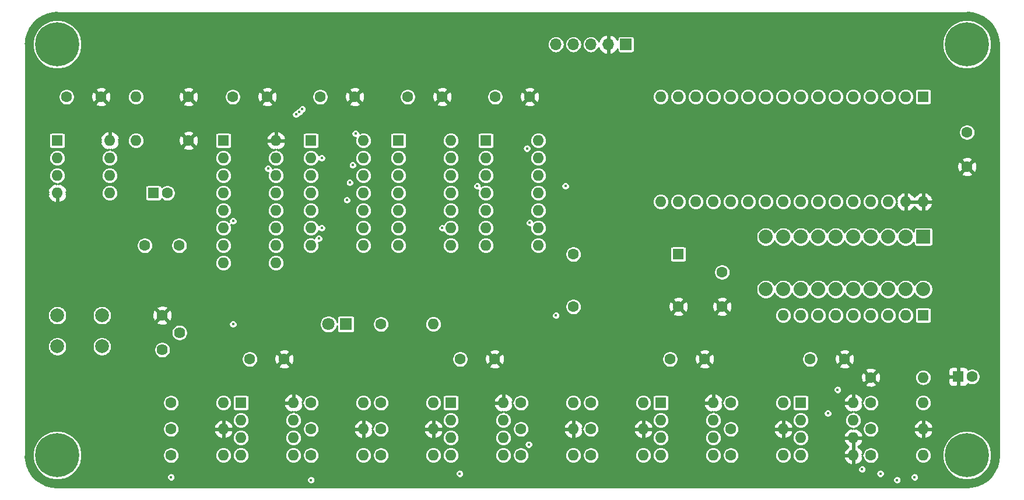
<source format=gbr>
G04 #@! TF.GenerationSoftware,KiCad,Pcbnew,(5.1.0-0)*
G04 #@! TF.CreationDate,2019-12-31T10:08:02-08:00*
G04 #@! TF.ProjectId,ExternalClock,45787465-726e-4616-9c43-6c6f636b2e6b,rev?*
G04 #@! TF.SameCoordinates,Original*
G04 #@! TF.FileFunction,Copper,L3,Inr*
G04 #@! TF.FilePolarity,Positive*
%FSLAX46Y46*%
G04 Gerber Fmt 4.6, Leading zero omitted, Abs format (unit mm)*
G04 Created by KiCad (PCBNEW (5.1.0-0)) date 2019-12-31 10:08:02*
%MOMM*%
%LPD*%
G04 APERTURE LIST*
%ADD10C,6.400000*%
%ADD11O,1.600000X1.600000*%
%ADD12R,1.600000X1.600000*%
%ADD13C,2.032000*%
%ADD14R,2.032000X2.032000*%
%ADD15O,1.700000X1.700000*%
%ADD16R,1.700000X1.700000*%
%ADD17C,1.600000*%
%ADD18C,2.000000*%
%ADD19C,1.620000*%
%ADD20C,1.800000*%
%ADD21R,1.800000X1.800000*%
%ADD22C,0.450000*%
%ADD23C,0.254000*%
G04 APERTURE END LIST*
D10*
X264160000Y-341630000D03*
D11*
X379730000Y-334010000D03*
X372110000Y-341630000D03*
X379730000Y-336550000D03*
X372110000Y-339090000D03*
X379730000Y-339090000D03*
X372110000Y-336550000D03*
X379730000Y-341630000D03*
D12*
X372110000Y-334010000D03*
D11*
X369570000Y-321310000D03*
X372110000Y-321310000D03*
X374650000Y-321310000D03*
X377190000Y-321310000D03*
X379730000Y-321310000D03*
X382270000Y-321310000D03*
X384810000Y-321310000D03*
X387350000Y-321310000D03*
D12*
X389890000Y-321310000D03*
D13*
X389890000Y-317500000D03*
X387350000Y-317500000D03*
X384810000Y-317500000D03*
X382270000Y-317500000D03*
X369570000Y-309880000D03*
X367030000Y-309880000D03*
X367030000Y-317500000D03*
X369570000Y-317500000D03*
X372110000Y-309880000D03*
X374650000Y-309880000D03*
X377190000Y-309880000D03*
X379730000Y-309880000D03*
X379730000Y-317500000D03*
X377190000Y-317500000D03*
X374650000Y-317500000D03*
X372110000Y-317500000D03*
X382270000Y-309880000D03*
X384810000Y-309880000D03*
X387350000Y-309880000D03*
D14*
X389890000Y-309880000D03*
D15*
X336550000Y-281940000D03*
X339090000Y-281940000D03*
X341630000Y-281940000D03*
X344170000Y-281940000D03*
D16*
X346710000Y-281940000D03*
D11*
X389890000Y-330327000D03*
D17*
X382270000Y-330327000D03*
D10*
X396240000Y-341630000D03*
X396240000Y-281940000D03*
X264160000Y-281940000D03*
D17*
X339090000Y-312420000D03*
X339090000Y-320040000D03*
X354330000Y-320040000D03*
D12*
X354330000Y-312420000D03*
D11*
X275590000Y-295910000D03*
D17*
X283210000Y-295910000D03*
D11*
X275590000Y-289560000D03*
D17*
X283210000Y-289560000D03*
X281860000Y-311150000D03*
X276860000Y-311150000D03*
X280130000Y-303530000D03*
D12*
X278130000Y-303530000D03*
D11*
X308610000Y-295910000D03*
X300990000Y-311150000D03*
X308610000Y-298450000D03*
X300990000Y-308610000D03*
X308610000Y-300990000D03*
X300990000Y-306070000D03*
X308610000Y-303530000D03*
X300990000Y-303530000D03*
X308610000Y-306070000D03*
X300990000Y-300990000D03*
X308610000Y-308610000D03*
X300990000Y-298450000D03*
X308610000Y-311150000D03*
D12*
X300990000Y-295910000D03*
D11*
X321310000Y-295910000D03*
X313690000Y-311150000D03*
X321310000Y-298450000D03*
X313690000Y-308610000D03*
X321310000Y-300990000D03*
X313690000Y-306070000D03*
X321310000Y-303530000D03*
X313690000Y-303530000D03*
X321310000Y-306070000D03*
X313690000Y-300990000D03*
X321310000Y-308610000D03*
X313690000Y-298450000D03*
X321310000Y-311150000D03*
D12*
X313690000Y-295910000D03*
D11*
X295910000Y-295910000D03*
X288290000Y-313690000D03*
X295910000Y-298450000D03*
X288290000Y-311150000D03*
X295910000Y-300990000D03*
X288290000Y-308610000D03*
X295910000Y-303530000D03*
X288290000Y-306070000D03*
X295910000Y-306070000D03*
X288290000Y-303530000D03*
X295910000Y-308610000D03*
X288290000Y-300990000D03*
X295910000Y-311150000D03*
X288290000Y-298450000D03*
X295910000Y-313690000D03*
D12*
X288290000Y-295910000D03*
D11*
X334010000Y-295910000D03*
X326390000Y-311150000D03*
X334010000Y-298450000D03*
X326390000Y-308610000D03*
X334010000Y-300990000D03*
X326390000Y-306070000D03*
X334010000Y-303530000D03*
X326390000Y-303530000D03*
X334010000Y-306070000D03*
X326390000Y-300990000D03*
X334010000Y-308610000D03*
X326390000Y-298450000D03*
X334010000Y-311150000D03*
D12*
X326390000Y-295910000D03*
D11*
X271780000Y-295910000D03*
X264160000Y-303530000D03*
X271780000Y-298450000D03*
X264160000Y-300990000D03*
X271780000Y-300990000D03*
X264160000Y-298450000D03*
X271780000Y-303530000D03*
D12*
X264160000Y-295910000D03*
D11*
X359410000Y-334010000D03*
X351790000Y-341630000D03*
X359410000Y-336550000D03*
X351790000Y-339090000D03*
X359410000Y-339090000D03*
X351790000Y-336550000D03*
X359410000Y-341630000D03*
D12*
X351790000Y-334010000D03*
D11*
X389886200Y-304798200D03*
X351786200Y-289558200D03*
X387346200Y-304798200D03*
X354326200Y-289558200D03*
X384806200Y-304798200D03*
X356866200Y-289558200D03*
X382266200Y-304798200D03*
X359406200Y-289558200D03*
X379726200Y-304798200D03*
X361946200Y-289558200D03*
X377186200Y-304798200D03*
X364486200Y-289558200D03*
X374646200Y-304798200D03*
X367026200Y-289558200D03*
X372106200Y-304798200D03*
X369566200Y-289558200D03*
X369566200Y-304798200D03*
X372106200Y-289558200D03*
X367026200Y-304798200D03*
X374646200Y-289558200D03*
X364486200Y-304798200D03*
X377186200Y-289558200D03*
X361946200Y-304798200D03*
X379726200Y-289558200D03*
X359406200Y-304798200D03*
X382266200Y-289558200D03*
X356866200Y-304798200D03*
X384806200Y-289558200D03*
X354326200Y-304798200D03*
X387346200Y-289558200D03*
X351786200Y-304798200D03*
D12*
X389886200Y-289558200D03*
D11*
X328930000Y-334010000D03*
X321310000Y-341630000D03*
X328930000Y-336550000D03*
X321310000Y-339090000D03*
X328930000Y-339090000D03*
X321310000Y-336550000D03*
X328930000Y-341630000D03*
D12*
X321310000Y-334010000D03*
D11*
X298450000Y-334010000D03*
X290830000Y-341630000D03*
X298450000Y-336550000D03*
X290830000Y-339090000D03*
X298450000Y-339090000D03*
X290830000Y-336550000D03*
X298450000Y-341630000D03*
D12*
X290830000Y-334010000D03*
D18*
X270660000Y-321310000D03*
X270660000Y-325810000D03*
X264160000Y-321310000D03*
X264160000Y-325810000D03*
D19*
X279400000Y-321310000D03*
X281900000Y-323810000D03*
X279400000Y-326310000D03*
D11*
X318770000Y-322580000D03*
D17*
X311150000Y-322580000D03*
D11*
X389890000Y-341630000D03*
D17*
X382270000Y-341630000D03*
D11*
X389890000Y-337820000D03*
D17*
X382270000Y-337820000D03*
D11*
X389890000Y-334010000D03*
D17*
X382270000Y-334010000D03*
D11*
X369570000Y-341630000D03*
D17*
X361950000Y-341630000D03*
D11*
X369570000Y-337820000D03*
D17*
X361950000Y-337820000D03*
D11*
X369570000Y-334010000D03*
D17*
X361950000Y-334010000D03*
D11*
X349250000Y-341630000D03*
D17*
X341630000Y-341630000D03*
D11*
X349250000Y-337820000D03*
D17*
X341630000Y-337820000D03*
D11*
X349250000Y-334010000D03*
D17*
X341630000Y-334010000D03*
D11*
X339090000Y-341630000D03*
D17*
X331470000Y-341630000D03*
D11*
X339090000Y-337820000D03*
D17*
X331470000Y-337820000D03*
D11*
X339090000Y-334010000D03*
D17*
X331470000Y-334010000D03*
D11*
X318770000Y-341630000D03*
D17*
X311150000Y-341630000D03*
D11*
X318770000Y-337820000D03*
D17*
X311150000Y-337820000D03*
D11*
X318770000Y-334010000D03*
D17*
X311150000Y-334010000D03*
D11*
X308610000Y-341630000D03*
D17*
X300990000Y-341630000D03*
D11*
X308610000Y-337820000D03*
D17*
X300990000Y-337820000D03*
D11*
X308610000Y-334010000D03*
D17*
X300990000Y-334010000D03*
D11*
X288290000Y-341630000D03*
D17*
X280670000Y-341630000D03*
D11*
X288290000Y-337820000D03*
D17*
X280670000Y-337820000D03*
D11*
X288290000Y-334010000D03*
D17*
X280670000Y-334010000D03*
D20*
X303530000Y-322580000D03*
D21*
X306070000Y-322580000D03*
D17*
X265510000Y-289560000D03*
X270510000Y-289560000D03*
X360680000Y-315040000D03*
X360680000Y-320040000D03*
X302340000Y-289560000D03*
X307340000Y-289560000D03*
X315040000Y-289560000D03*
X320040000Y-289560000D03*
X289640000Y-289560000D03*
X294640000Y-289560000D03*
X327740000Y-289560000D03*
X332740000Y-289560000D03*
X373460000Y-327660000D03*
X378460000Y-327660000D03*
X353140000Y-327660000D03*
X358140000Y-327660000D03*
X396240000Y-294720000D03*
X396240000Y-299720000D03*
X322660000Y-327660000D03*
X327660000Y-327660000D03*
X292100000Y-327660000D03*
X297100000Y-327660000D03*
X396970000Y-330200000D03*
D12*
X394970000Y-330200000D03*
D22*
X299720000Y-291338000D03*
X299304500Y-291746002D03*
X298831000Y-292100000D03*
X289687000Y-322580000D03*
X336550000Y-321310000D03*
X332613000Y-340071500D03*
X325120000Y-302514000D03*
X337947000Y-302514000D03*
X307051500Y-299466000D03*
X376047000Y-335534000D03*
X377444000Y-332105000D03*
X381000000Y-343662000D03*
X383667000Y-344297000D03*
X322580000Y-344297000D03*
X386080000Y-345220500D03*
X300990000Y-345220500D03*
X388620000Y-344805000D03*
X280670000Y-344805000D03*
X294767000Y-299974000D03*
X289687000Y-307594000D03*
X332740000Y-307848000D03*
X332359000Y-297053000D03*
X306636000Y-302006000D03*
X306220500Y-304546000D03*
X307467000Y-294894000D03*
X320040000Y-308610000D03*
X302133000Y-310134000D03*
X302548500Y-298450000D03*
X302548500Y-308610000D03*
D23*
G36*
X264070608Y-277309402D02*
G01*
X264137601Y-277316000D01*
X396262399Y-277316000D01*
X396329392Y-277309402D01*
X396351579Y-277302671D01*
X397062966Y-277366161D01*
X397859913Y-277584181D01*
X398605662Y-277939886D01*
X399276632Y-278422026D01*
X399851621Y-279015369D01*
X400312446Y-279701148D01*
X400644551Y-280457700D01*
X400838227Y-281264425D01*
X400889000Y-281955811D01*
X400889001Y-341610790D01*
X400813839Y-342452966D01*
X400595820Y-343249912D01*
X400240114Y-343995662D01*
X399757972Y-344666635D01*
X399164633Y-345241619D01*
X398478850Y-345702447D01*
X397722290Y-346034554D01*
X396915568Y-346228229D01*
X396224190Y-346279000D01*
X264179199Y-346279000D01*
X263337034Y-346203839D01*
X262540088Y-345985820D01*
X261794338Y-345630114D01*
X261123365Y-345147972D01*
X260548381Y-344554633D01*
X260087553Y-343868850D01*
X259755446Y-343112290D01*
X259561771Y-342305568D01*
X259520806Y-341747728D01*
X259529402Y-341719392D01*
X259536000Y-341652399D01*
X259536000Y-341277302D01*
X260579000Y-341277302D01*
X260579000Y-341982698D01*
X260716616Y-342674539D01*
X260986559Y-343326240D01*
X261378456Y-343912754D01*
X261877246Y-344411544D01*
X262463760Y-344803441D01*
X263115461Y-345073384D01*
X263807302Y-345211000D01*
X264512698Y-345211000D01*
X265204539Y-345073384D01*
X265856240Y-344803441D01*
X265943233Y-344745314D01*
X280064000Y-344745314D01*
X280064000Y-344864686D01*
X280087288Y-344981764D01*
X280132970Y-345092049D01*
X280199289Y-345191302D01*
X280283698Y-345275711D01*
X280382951Y-345342030D01*
X280493236Y-345387712D01*
X280610314Y-345411000D01*
X280729686Y-345411000D01*
X280846764Y-345387712D01*
X280957049Y-345342030D01*
X281056302Y-345275711D01*
X281140711Y-345191302D01*
X281161082Y-345160814D01*
X300384000Y-345160814D01*
X300384000Y-345280186D01*
X300407288Y-345397264D01*
X300452970Y-345507549D01*
X300519289Y-345606802D01*
X300603698Y-345691211D01*
X300702951Y-345757530D01*
X300813236Y-345803212D01*
X300930314Y-345826500D01*
X301049686Y-345826500D01*
X301166764Y-345803212D01*
X301277049Y-345757530D01*
X301376302Y-345691211D01*
X301460711Y-345606802D01*
X301527030Y-345507549D01*
X301572712Y-345397264D01*
X301596000Y-345280186D01*
X301596000Y-345160814D01*
X385474000Y-345160814D01*
X385474000Y-345280186D01*
X385497288Y-345397264D01*
X385542970Y-345507549D01*
X385609289Y-345606802D01*
X385693698Y-345691211D01*
X385792951Y-345757530D01*
X385903236Y-345803212D01*
X386020314Y-345826500D01*
X386139686Y-345826500D01*
X386256764Y-345803212D01*
X386367049Y-345757530D01*
X386466302Y-345691211D01*
X386550711Y-345606802D01*
X386617030Y-345507549D01*
X386662712Y-345397264D01*
X386686000Y-345280186D01*
X386686000Y-345160814D01*
X386662712Y-345043736D01*
X386617030Y-344933451D01*
X386550711Y-344834198D01*
X386466302Y-344749789D01*
X386459605Y-344745314D01*
X388014000Y-344745314D01*
X388014000Y-344864686D01*
X388037288Y-344981764D01*
X388082970Y-345092049D01*
X388149289Y-345191302D01*
X388233698Y-345275711D01*
X388332951Y-345342030D01*
X388443236Y-345387712D01*
X388560314Y-345411000D01*
X388679686Y-345411000D01*
X388796764Y-345387712D01*
X388907049Y-345342030D01*
X389006302Y-345275711D01*
X389090711Y-345191302D01*
X389157030Y-345092049D01*
X389202712Y-344981764D01*
X389226000Y-344864686D01*
X389226000Y-344745314D01*
X389202712Y-344628236D01*
X389157030Y-344517951D01*
X389090711Y-344418698D01*
X389006302Y-344334289D01*
X388907049Y-344267970D01*
X388796764Y-344222288D01*
X388679686Y-344199000D01*
X388560314Y-344199000D01*
X388443236Y-344222288D01*
X388332951Y-344267970D01*
X388233698Y-344334289D01*
X388149289Y-344418698D01*
X388082970Y-344517951D01*
X388037288Y-344628236D01*
X388014000Y-344745314D01*
X386459605Y-344745314D01*
X386367049Y-344683470D01*
X386256764Y-344637788D01*
X386139686Y-344614500D01*
X386020314Y-344614500D01*
X385903236Y-344637788D01*
X385792951Y-344683470D01*
X385693698Y-344749789D01*
X385609289Y-344834198D01*
X385542970Y-344933451D01*
X385497288Y-345043736D01*
X385474000Y-345160814D01*
X301596000Y-345160814D01*
X301572712Y-345043736D01*
X301527030Y-344933451D01*
X301460711Y-344834198D01*
X301376302Y-344749789D01*
X301277049Y-344683470D01*
X301166764Y-344637788D01*
X301049686Y-344614500D01*
X300930314Y-344614500D01*
X300813236Y-344637788D01*
X300702951Y-344683470D01*
X300603698Y-344749789D01*
X300519289Y-344834198D01*
X300452970Y-344933451D01*
X300407288Y-345043736D01*
X300384000Y-345160814D01*
X281161082Y-345160814D01*
X281207030Y-345092049D01*
X281252712Y-344981764D01*
X281276000Y-344864686D01*
X281276000Y-344745314D01*
X281252712Y-344628236D01*
X281207030Y-344517951D01*
X281140711Y-344418698D01*
X281056302Y-344334289D01*
X280957049Y-344267970D01*
X280883040Y-344237314D01*
X321974000Y-344237314D01*
X321974000Y-344356686D01*
X321997288Y-344473764D01*
X322042970Y-344584049D01*
X322109289Y-344683302D01*
X322193698Y-344767711D01*
X322292951Y-344834030D01*
X322403236Y-344879712D01*
X322520314Y-344903000D01*
X322639686Y-344903000D01*
X322756764Y-344879712D01*
X322867049Y-344834030D01*
X322966302Y-344767711D01*
X323050711Y-344683302D01*
X323117030Y-344584049D01*
X323162712Y-344473764D01*
X323186000Y-344356686D01*
X323186000Y-344237314D01*
X323162712Y-344120236D01*
X323117030Y-344009951D01*
X323050711Y-343910698D01*
X322966302Y-343826289D01*
X322867049Y-343759970D01*
X322756764Y-343714288D01*
X322639686Y-343691000D01*
X322520314Y-343691000D01*
X322403236Y-343714288D01*
X322292951Y-343759970D01*
X322193698Y-343826289D01*
X322109289Y-343910698D01*
X322042970Y-344009951D01*
X321997288Y-344120236D01*
X321974000Y-344237314D01*
X280883040Y-344237314D01*
X280846764Y-344222288D01*
X280729686Y-344199000D01*
X280610314Y-344199000D01*
X280493236Y-344222288D01*
X280382951Y-344267970D01*
X280283698Y-344334289D01*
X280199289Y-344418698D01*
X280132970Y-344517951D01*
X280087288Y-344628236D01*
X280064000Y-344745314D01*
X265943233Y-344745314D01*
X266442754Y-344411544D01*
X266941544Y-343912754D01*
X267148973Y-343602314D01*
X380394000Y-343602314D01*
X380394000Y-343721686D01*
X380417288Y-343838764D01*
X380462970Y-343949049D01*
X380529289Y-344048302D01*
X380613698Y-344132711D01*
X380712951Y-344199030D01*
X380823236Y-344244712D01*
X380940314Y-344268000D01*
X381059686Y-344268000D01*
X381176764Y-344244712D01*
X381194624Y-344237314D01*
X383061000Y-344237314D01*
X383061000Y-344356686D01*
X383084288Y-344473764D01*
X383129970Y-344584049D01*
X383196289Y-344683302D01*
X383280698Y-344767711D01*
X383379951Y-344834030D01*
X383490236Y-344879712D01*
X383607314Y-344903000D01*
X383726686Y-344903000D01*
X383843764Y-344879712D01*
X383954049Y-344834030D01*
X384053302Y-344767711D01*
X384137711Y-344683302D01*
X384204030Y-344584049D01*
X384249712Y-344473764D01*
X384273000Y-344356686D01*
X384273000Y-344237314D01*
X384249712Y-344120236D01*
X384204030Y-344009951D01*
X384137711Y-343910698D01*
X384053302Y-343826289D01*
X383954049Y-343759970D01*
X383843764Y-343714288D01*
X383726686Y-343691000D01*
X383607314Y-343691000D01*
X383490236Y-343714288D01*
X383379951Y-343759970D01*
X383280698Y-343826289D01*
X383196289Y-343910698D01*
X383129970Y-344009951D01*
X383084288Y-344120236D01*
X383061000Y-344237314D01*
X381194624Y-344237314D01*
X381287049Y-344199030D01*
X381386302Y-344132711D01*
X381470711Y-344048302D01*
X381537030Y-343949049D01*
X381582712Y-343838764D01*
X381606000Y-343721686D01*
X381606000Y-343602314D01*
X381582712Y-343485236D01*
X381537030Y-343374951D01*
X381470711Y-343275698D01*
X381386302Y-343191289D01*
X381287049Y-343124970D01*
X381176764Y-343079288D01*
X381059686Y-343056000D01*
X380940314Y-343056000D01*
X380823236Y-343079288D01*
X380712951Y-343124970D01*
X380613698Y-343191289D01*
X380529289Y-343275698D01*
X380462970Y-343374951D01*
X380417288Y-343485236D01*
X380394000Y-343602314D01*
X267148973Y-343602314D01*
X267333441Y-343326240D01*
X267603384Y-342674539D01*
X267741000Y-341982698D01*
X267741000Y-341513682D01*
X279489000Y-341513682D01*
X279489000Y-341746318D01*
X279534386Y-341974485D01*
X279623412Y-342189413D01*
X279752658Y-342382843D01*
X279917157Y-342547342D01*
X280110587Y-342676588D01*
X280325515Y-342765614D01*
X280553682Y-342811000D01*
X280786318Y-342811000D01*
X281014485Y-342765614D01*
X281229413Y-342676588D01*
X281422843Y-342547342D01*
X281587342Y-342382843D01*
X281716588Y-342189413D01*
X281805614Y-341974485D01*
X281851000Y-341746318D01*
X281851000Y-341630000D01*
X287103286Y-341630000D01*
X287126088Y-341861516D01*
X287193619Y-342084136D01*
X287303283Y-342289303D01*
X287450866Y-342469134D01*
X287630697Y-342616717D01*
X287835864Y-342726381D01*
X288058484Y-342793912D01*
X288231984Y-342811000D01*
X288348016Y-342811000D01*
X288521516Y-342793912D01*
X288744136Y-342726381D01*
X288949303Y-342616717D01*
X289129134Y-342469134D01*
X289276717Y-342289303D01*
X289386381Y-342084136D01*
X289453912Y-341861516D01*
X289476714Y-341630000D01*
X289643286Y-341630000D01*
X289666088Y-341861516D01*
X289733619Y-342084136D01*
X289843283Y-342289303D01*
X289990866Y-342469134D01*
X290170697Y-342616717D01*
X290375864Y-342726381D01*
X290598484Y-342793912D01*
X290771984Y-342811000D01*
X290888016Y-342811000D01*
X291061516Y-342793912D01*
X291284136Y-342726381D01*
X291489303Y-342616717D01*
X291669134Y-342469134D01*
X291816717Y-342289303D01*
X291926381Y-342084136D01*
X291993912Y-341861516D01*
X292016714Y-341630000D01*
X297263286Y-341630000D01*
X297286088Y-341861516D01*
X297353619Y-342084136D01*
X297463283Y-342289303D01*
X297610866Y-342469134D01*
X297790697Y-342616717D01*
X297995864Y-342726381D01*
X298218484Y-342793912D01*
X298391984Y-342811000D01*
X298508016Y-342811000D01*
X298681516Y-342793912D01*
X298904136Y-342726381D01*
X299109303Y-342616717D01*
X299289134Y-342469134D01*
X299436717Y-342289303D01*
X299546381Y-342084136D01*
X299613912Y-341861516D01*
X299636714Y-341630000D01*
X299625258Y-341513682D01*
X299809000Y-341513682D01*
X299809000Y-341746318D01*
X299854386Y-341974485D01*
X299943412Y-342189413D01*
X300072658Y-342382843D01*
X300237157Y-342547342D01*
X300430587Y-342676588D01*
X300645515Y-342765614D01*
X300873682Y-342811000D01*
X301106318Y-342811000D01*
X301334485Y-342765614D01*
X301549413Y-342676588D01*
X301742843Y-342547342D01*
X301907342Y-342382843D01*
X302036588Y-342189413D01*
X302125614Y-341974485D01*
X302171000Y-341746318D01*
X302171000Y-341630000D01*
X307423286Y-341630000D01*
X307446088Y-341861516D01*
X307513619Y-342084136D01*
X307623283Y-342289303D01*
X307770866Y-342469134D01*
X307950697Y-342616717D01*
X308155864Y-342726381D01*
X308378484Y-342793912D01*
X308551984Y-342811000D01*
X308668016Y-342811000D01*
X308841516Y-342793912D01*
X309064136Y-342726381D01*
X309269303Y-342616717D01*
X309449134Y-342469134D01*
X309596717Y-342289303D01*
X309706381Y-342084136D01*
X309773912Y-341861516D01*
X309796714Y-341630000D01*
X309785258Y-341513682D01*
X309969000Y-341513682D01*
X309969000Y-341746318D01*
X310014386Y-341974485D01*
X310103412Y-342189413D01*
X310232658Y-342382843D01*
X310397157Y-342547342D01*
X310590587Y-342676588D01*
X310805515Y-342765614D01*
X311033682Y-342811000D01*
X311266318Y-342811000D01*
X311494485Y-342765614D01*
X311709413Y-342676588D01*
X311902843Y-342547342D01*
X312067342Y-342382843D01*
X312196588Y-342189413D01*
X312285614Y-341974485D01*
X312331000Y-341746318D01*
X312331000Y-341630000D01*
X317583286Y-341630000D01*
X317606088Y-341861516D01*
X317673619Y-342084136D01*
X317783283Y-342289303D01*
X317930866Y-342469134D01*
X318110697Y-342616717D01*
X318315864Y-342726381D01*
X318538484Y-342793912D01*
X318711984Y-342811000D01*
X318828016Y-342811000D01*
X319001516Y-342793912D01*
X319224136Y-342726381D01*
X319429303Y-342616717D01*
X319609134Y-342469134D01*
X319756717Y-342289303D01*
X319866381Y-342084136D01*
X319933912Y-341861516D01*
X319956714Y-341630000D01*
X320123286Y-341630000D01*
X320146088Y-341861516D01*
X320213619Y-342084136D01*
X320323283Y-342289303D01*
X320470866Y-342469134D01*
X320650697Y-342616717D01*
X320855864Y-342726381D01*
X321078484Y-342793912D01*
X321251984Y-342811000D01*
X321368016Y-342811000D01*
X321541516Y-342793912D01*
X321764136Y-342726381D01*
X321969303Y-342616717D01*
X322149134Y-342469134D01*
X322296717Y-342289303D01*
X322406381Y-342084136D01*
X322473912Y-341861516D01*
X322496714Y-341630000D01*
X327743286Y-341630000D01*
X327766088Y-341861516D01*
X327833619Y-342084136D01*
X327943283Y-342289303D01*
X328090866Y-342469134D01*
X328270697Y-342616717D01*
X328475864Y-342726381D01*
X328698484Y-342793912D01*
X328871984Y-342811000D01*
X328988016Y-342811000D01*
X329161516Y-342793912D01*
X329384136Y-342726381D01*
X329589303Y-342616717D01*
X329769134Y-342469134D01*
X329916717Y-342289303D01*
X330026381Y-342084136D01*
X330093912Y-341861516D01*
X330116714Y-341630000D01*
X330105258Y-341513682D01*
X330289000Y-341513682D01*
X330289000Y-341746318D01*
X330334386Y-341974485D01*
X330423412Y-342189413D01*
X330552658Y-342382843D01*
X330717157Y-342547342D01*
X330910587Y-342676588D01*
X331125515Y-342765614D01*
X331353682Y-342811000D01*
X331586318Y-342811000D01*
X331814485Y-342765614D01*
X332029413Y-342676588D01*
X332222843Y-342547342D01*
X332387342Y-342382843D01*
X332516588Y-342189413D01*
X332605614Y-341974485D01*
X332651000Y-341746318D01*
X332651000Y-341630000D01*
X337903286Y-341630000D01*
X337926088Y-341861516D01*
X337993619Y-342084136D01*
X338103283Y-342289303D01*
X338250866Y-342469134D01*
X338430697Y-342616717D01*
X338635864Y-342726381D01*
X338858484Y-342793912D01*
X339031984Y-342811000D01*
X339148016Y-342811000D01*
X339321516Y-342793912D01*
X339544136Y-342726381D01*
X339749303Y-342616717D01*
X339929134Y-342469134D01*
X340076717Y-342289303D01*
X340186381Y-342084136D01*
X340253912Y-341861516D01*
X340276714Y-341630000D01*
X340265258Y-341513682D01*
X340449000Y-341513682D01*
X340449000Y-341746318D01*
X340494386Y-341974485D01*
X340583412Y-342189413D01*
X340712658Y-342382843D01*
X340877157Y-342547342D01*
X341070587Y-342676588D01*
X341285515Y-342765614D01*
X341513682Y-342811000D01*
X341746318Y-342811000D01*
X341974485Y-342765614D01*
X342189413Y-342676588D01*
X342382843Y-342547342D01*
X342547342Y-342382843D01*
X342676588Y-342189413D01*
X342765614Y-341974485D01*
X342811000Y-341746318D01*
X342811000Y-341630000D01*
X348063286Y-341630000D01*
X348086088Y-341861516D01*
X348153619Y-342084136D01*
X348263283Y-342289303D01*
X348410866Y-342469134D01*
X348590697Y-342616717D01*
X348795864Y-342726381D01*
X349018484Y-342793912D01*
X349191984Y-342811000D01*
X349308016Y-342811000D01*
X349481516Y-342793912D01*
X349704136Y-342726381D01*
X349909303Y-342616717D01*
X350089134Y-342469134D01*
X350236717Y-342289303D01*
X350346381Y-342084136D01*
X350413912Y-341861516D01*
X350436714Y-341630000D01*
X350603286Y-341630000D01*
X350626088Y-341861516D01*
X350693619Y-342084136D01*
X350803283Y-342289303D01*
X350950866Y-342469134D01*
X351130697Y-342616717D01*
X351335864Y-342726381D01*
X351558484Y-342793912D01*
X351731984Y-342811000D01*
X351848016Y-342811000D01*
X352021516Y-342793912D01*
X352244136Y-342726381D01*
X352449303Y-342616717D01*
X352629134Y-342469134D01*
X352776717Y-342289303D01*
X352886381Y-342084136D01*
X352953912Y-341861516D01*
X352976714Y-341630000D01*
X358223286Y-341630000D01*
X358246088Y-341861516D01*
X358313619Y-342084136D01*
X358423283Y-342289303D01*
X358570866Y-342469134D01*
X358750697Y-342616717D01*
X358955864Y-342726381D01*
X359178484Y-342793912D01*
X359351984Y-342811000D01*
X359468016Y-342811000D01*
X359641516Y-342793912D01*
X359864136Y-342726381D01*
X360069303Y-342616717D01*
X360249134Y-342469134D01*
X360396717Y-342289303D01*
X360506381Y-342084136D01*
X360573912Y-341861516D01*
X360596714Y-341630000D01*
X360585258Y-341513682D01*
X360769000Y-341513682D01*
X360769000Y-341746318D01*
X360814386Y-341974485D01*
X360903412Y-342189413D01*
X361032658Y-342382843D01*
X361197157Y-342547342D01*
X361390587Y-342676588D01*
X361605515Y-342765614D01*
X361833682Y-342811000D01*
X362066318Y-342811000D01*
X362294485Y-342765614D01*
X362509413Y-342676588D01*
X362702843Y-342547342D01*
X362867342Y-342382843D01*
X362996588Y-342189413D01*
X363085614Y-341974485D01*
X363131000Y-341746318D01*
X363131000Y-341630000D01*
X368383286Y-341630000D01*
X368406088Y-341861516D01*
X368473619Y-342084136D01*
X368583283Y-342289303D01*
X368730866Y-342469134D01*
X368910697Y-342616717D01*
X369115864Y-342726381D01*
X369338484Y-342793912D01*
X369511984Y-342811000D01*
X369628016Y-342811000D01*
X369801516Y-342793912D01*
X370024136Y-342726381D01*
X370229303Y-342616717D01*
X370409134Y-342469134D01*
X370556717Y-342289303D01*
X370666381Y-342084136D01*
X370733912Y-341861516D01*
X370756714Y-341630000D01*
X370923286Y-341630000D01*
X370946088Y-341861516D01*
X371013619Y-342084136D01*
X371123283Y-342289303D01*
X371270866Y-342469134D01*
X371450697Y-342616717D01*
X371655864Y-342726381D01*
X371878484Y-342793912D01*
X372051984Y-342811000D01*
X372168016Y-342811000D01*
X372341516Y-342793912D01*
X372564136Y-342726381D01*
X372769303Y-342616717D01*
X372949134Y-342469134D01*
X373096717Y-342289303D01*
X373206381Y-342084136D01*
X373238261Y-341979039D01*
X378338096Y-341979039D01*
X378378754Y-342113087D01*
X378498963Y-342367420D01*
X378666481Y-342593414D01*
X378874869Y-342782385D01*
X379116119Y-342927070D01*
X379380960Y-343021909D01*
X379603000Y-342900624D01*
X379603000Y-341757000D01*
X378460085Y-341757000D01*
X378338096Y-341979039D01*
X373238261Y-341979039D01*
X373273912Y-341861516D01*
X373296714Y-341630000D01*
X373273912Y-341398484D01*
X373206381Y-341175864D01*
X373096717Y-340970697D01*
X372949134Y-340790866D01*
X372769303Y-340643283D01*
X372564136Y-340533619D01*
X372341516Y-340466088D01*
X372168016Y-340449000D01*
X372051984Y-340449000D01*
X371878484Y-340466088D01*
X371655864Y-340533619D01*
X371450697Y-340643283D01*
X371270866Y-340790866D01*
X371123283Y-340970697D01*
X371013619Y-341175864D01*
X370946088Y-341398484D01*
X370923286Y-341630000D01*
X370756714Y-341630000D01*
X370733912Y-341398484D01*
X370666381Y-341175864D01*
X370556717Y-340970697D01*
X370409134Y-340790866D01*
X370229303Y-340643283D01*
X370024136Y-340533619D01*
X369801516Y-340466088D01*
X369628016Y-340449000D01*
X369511984Y-340449000D01*
X369338484Y-340466088D01*
X369115864Y-340533619D01*
X368910697Y-340643283D01*
X368730866Y-340790866D01*
X368583283Y-340970697D01*
X368473619Y-341175864D01*
X368406088Y-341398484D01*
X368383286Y-341630000D01*
X363131000Y-341630000D01*
X363131000Y-341513682D01*
X363085614Y-341285515D01*
X362996588Y-341070587D01*
X362867342Y-340877157D01*
X362702843Y-340712658D01*
X362509413Y-340583412D01*
X362294485Y-340494386D01*
X362066318Y-340449000D01*
X361833682Y-340449000D01*
X361605515Y-340494386D01*
X361390587Y-340583412D01*
X361197157Y-340712658D01*
X361032658Y-340877157D01*
X360903412Y-341070587D01*
X360814386Y-341285515D01*
X360769000Y-341513682D01*
X360585258Y-341513682D01*
X360573912Y-341398484D01*
X360506381Y-341175864D01*
X360396717Y-340970697D01*
X360249134Y-340790866D01*
X360069303Y-340643283D01*
X359864136Y-340533619D01*
X359641516Y-340466088D01*
X359468016Y-340449000D01*
X359351984Y-340449000D01*
X359178484Y-340466088D01*
X358955864Y-340533619D01*
X358750697Y-340643283D01*
X358570866Y-340790866D01*
X358423283Y-340970697D01*
X358313619Y-341175864D01*
X358246088Y-341398484D01*
X358223286Y-341630000D01*
X352976714Y-341630000D01*
X352953912Y-341398484D01*
X352886381Y-341175864D01*
X352776717Y-340970697D01*
X352629134Y-340790866D01*
X352449303Y-340643283D01*
X352244136Y-340533619D01*
X352021516Y-340466088D01*
X351848016Y-340449000D01*
X351731984Y-340449000D01*
X351558484Y-340466088D01*
X351335864Y-340533619D01*
X351130697Y-340643283D01*
X350950866Y-340790866D01*
X350803283Y-340970697D01*
X350693619Y-341175864D01*
X350626088Y-341398484D01*
X350603286Y-341630000D01*
X350436714Y-341630000D01*
X350413912Y-341398484D01*
X350346381Y-341175864D01*
X350236717Y-340970697D01*
X350089134Y-340790866D01*
X349909303Y-340643283D01*
X349704136Y-340533619D01*
X349481516Y-340466088D01*
X349308016Y-340449000D01*
X349191984Y-340449000D01*
X349018484Y-340466088D01*
X348795864Y-340533619D01*
X348590697Y-340643283D01*
X348410866Y-340790866D01*
X348263283Y-340970697D01*
X348153619Y-341175864D01*
X348086088Y-341398484D01*
X348063286Y-341630000D01*
X342811000Y-341630000D01*
X342811000Y-341513682D01*
X342765614Y-341285515D01*
X342676588Y-341070587D01*
X342547342Y-340877157D01*
X342382843Y-340712658D01*
X342189413Y-340583412D01*
X341974485Y-340494386D01*
X341746318Y-340449000D01*
X341513682Y-340449000D01*
X341285515Y-340494386D01*
X341070587Y-340583412D01*
X340877157Y-340712658D01*
X340712658Y-340877157D01*
X340583412Y-341070587D01*
X340494386Y-341285515D01*
X340449000Y-341513682D01*
X340265258Y-341513682D01*
X340253912Y-341398484D01*
X340186381Y-341175864D01*
X340076717Y-340970697D01*
X339929134Y-340790866D01*
X339749303Y-340643283D01*
X339544136Y-340533619D01*
X339321516Y-340466088D01*
X339148016Y-340449000D01*
X339031984Y-340449000D01*
X338858484Y-340466088D01*
X338635864Y-340533619D01*
X338430697Y-340643283D01*
X338250866Y-340790866D01*
X338103283Y-340970697D01*
X337993619Y-341175864D01*
X337926088Y-341398484D01*
X337903286Y-341630000D01*
X332651000Y-341630000D01*
X332651000Y-341513682D01*
X332605614Y-341285515D01*
X332516588Y-341070587D01*
X332387342Y-340877157D01*
X332222843Y-340712658D01*
X332029413Y-340583412D01*
X331814485Y-340494386D01*
X331586318Y-340449000D01*
X331353682Y-340449000D01*
X331125515Y-340494386D01*
X330910587Y-340583412D01*
X330717157Y-340712658D01*
X330552658Y-340877157D01*
X330423412Y-341070587D01*
X330334386Y-341285515D01*
X330289000Y-341513682D01*
X330105258Y-341513682D01*
X330093912Y-341398484D01*
X330026381Y-341175864D01*
X329916717Y-340970697D01*
X329769134Y-340790866D01*
X329589303Y-340643283D01*
X329384136Y-340533619D01*
X329161516Y-340466088D01*
X328988016Y-340449000D01*
X328871984Y-340449000D01*
X328698484Y-340466088D01*
X328475864Y-340533619D01*
X328270697Y-340643283D01*
X328090866Y-340790866D01*
X327943283Y-340970697D01*
X327833619Y-341175864D01*
X327766088Y-341398484D01*
X327743286Y-341630000D01*
X322496714Y-341630000D01*
X322473912Y-341398484D01*
X322406381Y-341175864D01*
X322296717Y-340970697D01*
X322149134Y-340790866D01*
X321969303Y-340643283D01*
X321764136Y-340533619D01*
X321541516Y-340466088D01*
X321368016Y-340449000D01*
X321251984Y-340449000D01*
X321078484Y-340466088D01*
X320855864Y-340533619D01*
X320650697Y-340643283D01*
X320470866Y-340790866D01*
X320323283Y-340970697D01*
X320213619Y-341175864D01*
X320146088Y-341398484D01*
X320123286Y-341630000D01*
X319956714Y-341630000D01*
X319933912Y-341398484D01*
X319866381Y-341175864D01*
X319756717Y-340970697D01*
X319609134Y-340790866D01*
X319429303Y-340643283D01*
X319224136Y-340533619D01*
X319001516Y-340466088D01*
X318828016Y-340449000D01*
X318711984Y-340449000D01*
X318538484Y-340466088D01*
X318315864Y-340533619D01*
X318110697Y-340643283D01*
X317930866Y-340790866D01*
X317783283Y-340970697D01*
X317673619Y-341175864D01*
X317606088Y-341398484D01*
X317583286Y-341630000D01*
X312331000Y-341630000D01*
X312331000Y-341513682D01*
X312285614Y-341285515D01*
X312196588Y-341070587D01*
X312067342Y-340877157D01*
X311902843Y-340712658D01*
X311709413Y-340583412D01*
X311494485Y-340494386D01*
X311266318Y-340449000D01*
X311033682Y-340449000D01*
X310805515Y-340494386D01*
X310590587Y-340583412D01*
X310397157Y-340712658D01*
X310232658Y-340877157D01*
X310103412Y-341070587D01*
X310014386Y-341285515D01*
X309969000Y-341513682D01*
X309785258Y-341513682D01*
X309773912Y-341398484D01*
X309706381Y-341175864D01*
X309596717Y-340970697D01*
X309449134Y-340790866D01*
X309269303Y-340643283D01*
X309064136Y-340533619D01*
X308841516Y-340466088D01*
X308668016Y-340449000D01*
X308551984Y-340449000D01*
X308378484Y-340466088D01*
X308155864Y-340533619D01*
X307950697Y-340643283D01*
X307770866Y-340790866D01*
X307623283Y-340970697D01*
X307513619Y-341175864D01*
X307446088Y-341398484D01*
X307423286Y-341630000D01*
X302171000Y-341630000D01*
X302171000Y-341513682D01*
X302125614Y-341285515D01*
X302036588Y-341070587D01*
X301907342Y-340877157D01*
X301742843Y-340712658D01*
X301549413Y-340583412D01*
X301334485Y-340494386D01*
X301106318Y-340449000D01*
X300873682Y-340449000D01*
X300645515Y-340494386D01*
X300430587Y-340583412D01*
X300237157Y-340712658D01*
X300072658Y-340877157D01*
X299943412Y-341070587D01*
X299854386Y-341285515D01*
X299809000Y-341513682D01*
X299625258Y-341513682D01*
X299613912Y-341398484D01*
X299546381Y-341175864D01*
X299436717Y-340970697D01*
X299289134Y-340790866D01*
X299109303Y-340643283D01*
X298904136Y-340533619D01*
X298681516Y-340466088D01*
X298508016Y-340449000D01*
X298391984Y-340449000D01*
X298218484Y-340466088D01*
X297995864Y-340533619D01*
X297790697Y-340643283D01*
X297610866Y-340790866D01*
X297463283Y-340970697D01*
X297353619Y-341175864D01*
X297286088Y-341398484D01*
X297263286Y-341630000D01*
X292016714Y-341630000D01*
X291993912Y-341398484D01*
X291926381Y-341175864D01*
X291816717Y-340970697D01*
X291669134Y-340790866D01*
X291489303Y-340643283D01*
X291284136Y-340533619D01*
X291061516Y-340466088D01*
X290888016Y-340449000D01*
X290771984Y-340449000D01*
X290598484Y-340466088D01*
X290375864Y-340533619D01*
X290170697Y-340643283D01*
X289990866Y-340790866D01*
X289843283Y-340970697D01*
X289733619Y-341175864D01*
X289666088Y-341398484D01*
X289643286Y-341630000D01*
X289476714Y-341630000D01*
X289453912Y-341398484D01*
X289386381Y-341175864D01*
X289276717Y-340970697D01*
X289129134Y-340790866D01*
X288949303Y-340643283D01*
X288744136Y-340533619D01*
X288521516Y-340466088D01*
X288348016Y-340449000D01*
X288231984Y-340449000D01*
X288058484Y-340466088D01*
X287835864Y-340533619D01*
X287630697Y-340643283D01*
X287450866Y-340790866D01*
X287303283Y-340970697D01*
X287193619Y-341175864D01*
X287126088Y-341398484D01*
X287103286Y-341630000D01*
X281851000Y-341630000D01*
X281851000Y-341513682D01*
X281805614Y-341285515D01*
X281716588Y-341070587D01*
X281587342Y-340877157D01*
X281422843Y-340712658D01*
X281229413Y-340583412D01*
X281014485Y-340494386D01*
X280786318Y-340449000D01*
X280553682Y-340449000D01*
X280325515Y-340494386D01*
X280110587Y-340583412D01*
X279917157Y-340712658D01*
X279752658Y-340877157D01*
X279623412Y-341070587D01*
X279534386Y-341285515D01*
X279489000Y-341513682D01*
X267741000Y-341513682D01*
X267741000Y-341277302D01*
X267603384Y-340585461D01*
X267333441Y-339933760D01*
X266941544Y-339347246D01*
X266442754Y-338848456D01*
X265856240Y-338456559D01*
X265204539Y-338186616D01*
X264512698Y-338049000D01*
X263807302Y-338049000D01*
X263115461Y-338186616D01*
X262463760Y-338456559D01*
X261877246Y-338848456D01*
X261378456Y-339347246D01*
X260986559Y-339933760D01*
X260716616Y-340585461D01*
X260579000Y-341277302D01*
X259536000Y-341277302D01*
X259536000Y-337703682D01*
X279489000Y-337703682D01*
X279489000Y-337936318D01*
X279534386Y-338164485D01*
X279623412Y-338379413D01*
X279752658Y-338572843D01*
X279917157Y-338737342D01*
X280110587Y-338866588D01*
X280325515Y-338955614D01*
X280553682Y-339001000D01*
X280786318Y-339001000D01*
X281014485Y-338955614D01*
X281229413Y-338866588D01*
X281422843Y-338737342D01*
X281587342Y-338572843D01*
X281716588Y-338379413D01*
X281803727Y-338169039D01*
X286898096Y-338169039D01*
X286938754Y-338303087D01*
X287058963Y-338557420D01*
X287226481Y-338783414D01*
X287434869Y-338972385D01*
X287676119Y-339117070D01*
X287940960Y-339211909D01*
X288163000Y-339090624D01*
X288163000Y-337947000D01*
X288417000Y-337947000D01*
X288417000Y-339090624D01*
X288639040Y-339211909D01*
X288903881Y-339117070D01*
X288949017Y-339090000D01*
X289643286Y-339090000D01*
X289666088Y-339321516D01*
X289733619Y-339544136D01*
X289843283Y-339749303D01*
X289990866Y-339929134D01*
X290170697Y-340076717D01*
X290375864Y-340186381D01*
X290598484Y-340253912D01*
X290771984Y-340271000D01*
X290888016Y-340271000D01*
X291061516Y-340253912D01*
X291284136Y-340186381D01*
X291489303Y-340076717D01*
X291669134Y-339929134D01*
X291816717Y-339749303D01*
X291926381Y-339544136D01*
X291993912Y-339321516D01*
X292016714Y-339090000D01*
X297263286Y-339090000D01*
X297286088Y-339321516D01*
X297353619Y-339544136D01*
X297463283Y-339749303D01*
X297610866Y-339929134D01*
X297790697Y-340076717D01*
X297995864Y-340186381D01*
X298218484Y-340253912D01*
X298391984Y-340271000D01*
X298508016Y-340271000D01*
X298681516Y-340253912D01*
X298904136Y-340186381D01*
X299109303Y-340076717D01*
X299289134Y-339929134D01*
X299436717Y-339749303D01*
X299546381Y-339544136D01*
X299613912Y-339321516D01*
X299636714Y-339090000D01*
X299613912Y-338858484D01*
X299546381Y-338635864D01*
X299436717Y-338430697D01*
X299289134Y-338250866D01*
X299109303Y-338103283D01*
X298904136Y-337993619D01*
X298681516Y-337926088D01*
X298508016Y-337909000D01*
X298391984Y-337909000D01*
X298218484Y-337926088D01*
X297995864Y-337993619D01*
X297790697Y-338103283D01*
X297610866Y-338250866D01*
X297463283Y-338430697D01*
X297353619Y-338635864D01*
X297286088Y-338858484D01*
X297263286Y-339090000D01*
X292016714Y-339090000D01*
X291993912Y-338858484D01*
X291926381Y-338635864D01*
X291816717Y-338430697D01*
X291669134Y-338250866D01*
X291489303Y-338103283D01*
X291284136Y-337993619D01*
X291061516Y-337926088D01*
X290888016Y-337909000D01*
X290771984Y-337909000D01*
X290598484Y-337926088D01*
X290375864Y-337993619D01*
X290170697Y-338103283D01*
X289990866Y-338250866D01*
X289843283Y-338430697D01*
X289733619Y-338635864D01*
X289666088Y-338858484D01*
X289643286Y-339090000D01*
X288949017Y-339090000D01*
X289145131Y-338972385D01*
X289353519Y-338783414D01*
X289521037Y-338557420D01*
X289641246Y-338303087D01*
X289681904Y-338169039D01*
X289559915Y-337947000D01*
X288417000Y-337947000D01*
X288163000Y-337947000D01*
X287020085Y-337947000D01*
X286898096Y-338169039D01*
X281803727Y-338169039D01*
X281805614Y-338164485D01*
X281851000Y-337936318D01*
X281851000Y-337703682D01*
X281805614Y-337475515D01*
X281803728Y-337470961D01*
X286898096Y-337470961D01*
X287020085Y-337693000D01*
X288163000Y-337693000D01*
X288163000Y-336549376D01*
X288417000Y-336549376D01*
X288417000Y-337693000D01*
X289559915Y-337693000D01*
X289681904Y-337470961D01*
X289641246Y-337336913D01*
X289521037Y-337082580D01*
X289353519Y-336856586D01*
X289145131Y-336667615D01*
X288949018Y-336550000D01*
X289643286Y-336550000D01*
X289666088Y-336781516D01*
X289733619Y-337004136D01*
X289843283Y-337209303D01*
X289990866Y-337389134D01*
X290170697Y-337536717D01*
X290375864Y-337646381D01*
X290598484Y-337713912D01*
X290771984Y-337731000D01*
X290888016Y-337731000D01*
X291061516Y-337713912D01*
X291284136Y-337646381D01*
X291489303Y-337536717D01*
X291669134Y-337389134D01*
X291816717Y-337209303D01*
X291926381Y-337004136D01*
X291993912Y-336781516D01*
X292016714Y-336550000D01*
X291993912Y-336318484D01*
X291926381Y-336095864D01*
X291816717Y-335890697D01*
X291669134Y-335710866D01*
X291489303Y-335563283D01*
X291284136Y-335453619D01*
X291061516Y-335386088D01*
X290888016Y-335369000D01*
X290771984Y-335369000D01*
X290598484Y-335386088D01*
X290375864Y-335453619D01*
X290170697Y-335563283D01*
X289990866Y-335710866D01*
X289843283Y-335890697D01*
X289733619Y-336095864D01*
X289666088Y-336318484D01*
X289643286Y-336550000D01*
X288949018Y-336550000D01*
X288903881Y-336522930D01*
X288639040Y-336428091D01*
X288417000Y-336549376D01*
X288163000Y-336549376D01*
X287940960Y-336428091D01*
X287676119Y-336522930D01*
X287434869Y-336667615D01*
X287226481Y-336856586D01*
X287058963Y-337082580D01*
X286938754Y-337336913D01*
X286898096Y-337470961D01*
X281803728Y-337470961D01*
X281716588Y-337260587D01*
X281587342Y-337067157D01*
X281422843Y-336902658D01*
X281229413Y-336773412D01*
X281014485Y-336684386D01*
X280786318Y-336639000D01*
X280553682Y-336639000D01*
X280325515Y-336684386D01*
X280110587Y-336773412D01*
X279917157Y-336902658D01*
X279752658Y-337067157D01*
X279623412Y-337260587D01*
X279534386Y-337475515D01*
X279489000Y-337703682D01*
X259536000Y-337703682D01*
X259536000Y-333893682D01*
X279489000Y-333893682D01*
X279489000Y-334126318D01*
X279534386Y-334354485D01*
X279623412Y-334569413D01*
X279752658Y-334762843D01*
X279917157Y-334927342D01*
X280110587Y-335056588D01*
X280325515Y-335145614D01*
X280553682Y-335191000D01*
X280786318Y-335191000D01*
X281014485Y-335145614D01*
X281229413Y-335056588D01*
X281422843Y-334927342D01*
X281587342Y-334762843D01*
X281716588Y-334569413D01*
X281805614Y-334354485D01*
X281851000Y-334126318D01*
X281851000Y-334010000D01*
X287103286Y-334010000D01*
X287126088Y-334241516D01*
X287193619Y-334464136D01*
X287303283Y-334669303D01*
X287450866Y-334849134D01*
X287630697Y-334996717D01*
X287835864Y-335106381D01*
X288058484Y-335173912D01*
X288231984Y-335191000D01*
X288348016Y-335191000D01*
X288521516Y-335173912D01*
X288744136Y-335106381D01*
X288949303Y-334996717D01*
X289129134Y-334849134D01*
X289276717Y-334669303D01*
X289386381Y-334464136D01*
X289453912Y-334241516D01*
X289476714Y-334010000D01*
X289453912Y-333778484D01*
X289386381Y-333555864D01*
X289276717Y-333350697D01*
X289161251Y-333210000D01*
X289647157Y-333210000D01*
X289647157Y-334810000D01*
X289654513Y-334884689D01*
X289676299Y-334956508D01*
X289711678Y-335022696D01*
X289759289Y-335080711D01*
X289817304Y-335128322D01*
X289883492Y-335163701D01*
X289955311Y-335185487D01*
X290030000Y-335192843D01*
X291630000Y-335192843D01*
X291704689Y-335185487D01*
X291776508Y-335163701D01*
X291842696Y-335128322D01*
X291900711Y-335080711D01*
X291948322Y-335022696D01*
X291983701Y-334956508D01*
X292005487Y-334884689D01*
X292012843Y-334810000D01*
X292012843Y-334359039D01*
X297058096Y-334359039D01*
X297098754Y-334493087D01*
X297218963Y-334747420D01*
X297386481Y-334973414D01*
X297594869Y-335162385D01*
X297836119Y-335307070D01*
X298100960Y-335401909D01*
X298322998Y-335280625D01*
X298322998Y-335375794D01*
X298218484Y-335386088D01*
X297995864Y-335453619D01*
X297790697Y-335563283D01*
X297610866Y-335710866D01*
X297463283Y-335890697D01*
X297353619Y-336095864D01*
X297286088Y-336318484D01*
X297263286Y-336550000D01*
X297286088Y-336781516D01*
X297353619Y-337004136D01*
X297463283Y-337209303D01*
X297610866Y-337389134D01*
X297790697Y-337536717D01*
X297995864Y-337646381D01*
X298218484Y-337713912D01*
X298391984Y-337731000D01*
X298508016Y-337731000D01*
X298681516Y-337713912D01*
X298715239Y-337703682D01*
X299809000Y-337703682D01*
X299809000Y-337936318D01*
X299854386Y-338164485D01*
X299943412Y-338379413D01*
X300072658Y-338572843D01*
X300237157Y-338737342D01*
X300430587Y-338866588D01*
X300645515Y-338955614D01*
X300873682Y-339001000D01*
X301106318Y-339001000D01*
X301334485Y-338955614D01*
X301549413Y-338866588D01*
X301742843Y-338737342D01*
X301907342Y-338572843D01*
X302036588Y-338379413D01*
X302123727Y-338169039D01*
X307218096Y-338169039D01*
X307258754Y-338303087D01*
X307378963Y-338557420D01*
X307546481Y-338783414D01*
X307754869Y-338972385D01*
X307996119Y-339117070D01*
X308260960Y-339211909D01*
X308483000Y-339090624D01*
X308483000Y-337947000D01*
X307340085Y-337947000D01*
X307218096Y-338169039D01*
X302123727Y-338169039D01*
X302125614Y-338164485D01*
X302171000Y-337936318D01*
X302171000Y-337703682D01*
X302125614Y-337475515D01*
X302123728Y-337470961D01*
X307218096Y-337470961D01*
X307340085Y-337693000D01*
X308483000Y-337693000D01*
X308483000Y-336549376D01*
X308737000Y-336549376D01*
X308737000Y-337693000D01*
X308757000Y-337693000D01*
X308757000Y-337947000D01*
X308737000Y-337947000D01*
X308737000Y-339090624D01*
X308959040Y-339211909D01*
X309223881Y-339117070D01*
X309465131Y-338972385D01*
X309673519Y-338783414D01*
X309841037Y-338557420D01*
X309961246Y-338303087D01*
X310001904Y-338169039D01*
X309879916Y-337947002D01*
X309971125Y-337947002D01*
X310014386Y-338164485D01*
X310103412Y-338379413D01*
X310232658Y-338572843D01*
X310397157Y-338737342D01*
X310590587Y-338866588D01*
X310805515Y-338955614D01*
X311033682Y-339001000D01*
X311266318Y-339001000D01*
X311494485Y-338955614D01*
X311709413Y-338866588D01*
X311902843Y-338737342D01*
X312067342Y-338572843D01*
X312196588Y-338379413D01*
X312283727Y-338169039D01*
X317378096Y-338169039D01*
X317418754Y-338303087D01*
X317538963Y-338557420D01*
X317706481Y-338783414D01*
X317914869Y-338972385D01*
X318156119Y-339117070D01*
X318420960Y-339211909D01*
X318643000Y-339090624D01*
X318643000Y-337947000D01*
X318897000Y-337947000D01*
X318897000Y-339090624D01*
X319119040Y-339211909D01*
X319383881Y-339117070D01*
X319429017Y-339090000D01*
X320123286Y-339090000D01*
X320146088Y-339321516D01*
X320213619Y-339544136D01*
X320323283Y-339749303D01*
X320470866Y-339929134D01*
X320650697Y-340076717D01*
X320855864Y-340186381D01*
X321078484Y-340253912D01*
X321251984Y-340271000D01*
X321368016Y-340271000D01*
X321541516Y-340253912D01*
X321764136Y-340186381D01*
X321969303Y-340076717D01*
X322149134Y-339929134D01*
X322296717Y-339749303D01*
X322406381Y-339544136D01*
X322473912Y-339321516D01*
X322496714Y-339090000D01*
X327743286Y-339090000D01*
X327766088Y-339321516D01*
X327833619Y-339544136D01*
X327943283Y-339749303D01*
X328090866Y-339929134D01*
X328270697Y-340076717D01*
X328475864Y-340186381D01*
X328698484Y-340253912D01*
X328871984Y-340271000D01*
X328988016Y-340271000D01*
X329161516Y-340253912D01*
X329384136Y-340186381D01*
X329589303Y-340076717D01*
X329668387Y-340011814D01*
X332007000Y-340011814D01*
X332007000Y-340131186D01*
X332030288Y-340248264D01*
X332075970Y-340358549D01*
X332142289Y-340457802D01*
X332226698Y-340542211D01*
X332325951Y-340608530D01*
X332436236Y-340654212D01*
X332553314Y-340677500D01*
X332672686Y-340677500D01*
X332789764Y-340654212D01*
X332900049Y-340608530D01*
X332999302Y-340542211D01*
X333083711Y-340457802D01*
X333150030Y-340358549D01*
X333195712Y-340248264D01*
X333219000Y-340131186D01*
X333219000Y-340011814D01*
X333195712Y-339894736D01*
X333150030Y-339784451D01*
X333083711Y-339685198D01*
X332999302Y-339600789D01*
X332900049Y-339534470D01*
X332789764Y-339488788D01*
X332672686Y-339465500D01*
X332553314Y-339465500D01*
X332436236Y-339488788D01*
X332325951Y-339534470D01*
X332226698Y-339600789D01*
X332142289Y-339685198D01*
X332075970Y-339784451D01*
X332030288Y-339894736D01*
X332007000Y-340011814D01*
X329668387Y-340011814D01*
X329769134Y-339929134D01*
X329916717Y-339749303D01*
X330026381Y-339544136D01*
X330093912Y-339321516D01*
X330116714Y-339090000D01*
X330093912Y-338858484D01*
X330026381Y-338635864D01*
X329916717Y-338430697D01*
X329769134Y-338250866D01*
X329589303Y-338103283D01*
X329384136Y-337993619D01*
X329161516Y-337926088D01*
X328988016Y-337909000D01*
X328871984Y-337909000D01*
X328698484Y-337926088D01*
X328475864Y-337993619D01*
X328270697Y-338103283D01*
X328090866Y-338250866D01*
X327943283Y-338430697D01*
X327833619Y-338635864D01*
X327766088Y-338858484D01*
X327743286Y-339090000D01*
X322496714Y-339090000D01*
X322473912Y-338858484D01*
X322406381Y-338635864D01*
X322296717Y-338430697D01*
X322149134Y-338250866D01*
X321969303Y-338103283D01*
X321764136Y-337993619D01*
X321541516Y-337926088D01*
X321368016Y-337909000D01*
X321251984Y-337909000D01*
X321078484Y-337926088D01*
X320855864Y-337993619D01*
X320650697Y-338103283D01*
X320470866Y-338250866D01*
X320323283Y-338430697D01*
X320213619Y-338635864D01*
X320146088Y-338858484D01*
X320123286Y-339090000D01*
X319429017Y-339090000D01*
X319625131Y-338972385D01*
X319833519Y-338783414D01*
X320001037Y-338557420D01*
X320121246Y-338303087D01*
X320161904Y-338169039D01*
X320039915Y-337947000D01*
X318897000Y-337947000D01*
X318643000Y-337947000D01*
X317500085Y-337947000D01*
X317378096Y-338169039D01*
X312283727Y-338169039D01*
X312285614Y-338164485D01*
X312331000Y-337936318D01*
X312331000Y-337703682D01*
X312285614Y-337475515D01*
X312283728Y-337470961D01*
X317378096Y-337470961D01*
X317500085Y-337693000D01*
X318643000Y-337693000D01*
X318643000Y-336549376D01*
X318897000Y-336549376D01*
X318897000Y-337693000D01*
X320039915Y-337693000D01*
X320161904Y-337470961D01*
X320121246Y-337336913D01*
X320001037Y-337082580D01*
X319833519Y-336856586D01*
X319625131Y-336667615D01*
X319429018Y-336550000D01*
X320123286Y-336550000D01*
X320146088Y-336781516D01*
X320213619Y-337004136D01*
X320323283Y-337209303D01*
X320470866Y-337389134D01*
X320650697Y-337536717D01*
X320855864Y-337646381D01*
X321078484Y-337713912D01*
X321251984Y-337731000D01*
X321368016Y-337731000D01*
X321541516Y-337713912D01*
X321764136Y-337646381D01*
X321969303Y-337536717D01*
X322149134Y-337389134D01*
X322296717Y-337209303D01*
X322406381Y-337004136D01*
X322473912Y-336781516D01*
X322496714Y-336550000D01*
X322473912Y-336318484D01*
X322406381Y-336095864D01*
X322296717Y-335890697D01*
X322149134Y-335710866D01*
X321969303Y-335563283D01*
X321764136Y-335453619D01*
X321541516Y-335386088D01*
X321368016Y-335369000D01*
X321251984Y-335369000D01*
X321078484Y-335386088D01*
X320855864Y-335453619D01*
X320650697Y-335563283D01*
X320470866Y-335710866D01*
X320323283Y-335890697D01*
X320213619Y-336095864D01*
X320146088Y-336318484D01*
X320123286Y-336550000D01*
X319429018Y-336550000D01*
X319383881Y-336522930D01*
X319119040Y-336428091D01*
X318897000Y-336549376D01*
X318643000Y-336549376D01*
X318420960Y-336428091D01*
X318156119Y-336522930D01*
X317914869Y-336667615D01*
X317706481Y-336856586D01*
X317538963Y-337082580D01*
X317418754Y-337336913D01*
X317378096Y-337470961D01*
X312283728Y-337470961D01*
X312196588Y-337260587D01*
X312067342Y-337067157D01*
X311902843Y-336902658D01*
X311709413Y-336773412D01*
X311494485Y-336684386D01*
X311266318Y-336639000D01*
X311033682Y-336639000D01*
X310805515Y-336684386D01*
X310590587Y-336773412D01*
X310397157Y-336902658D01*
X310232658Y-337067157D01*
X310103412Y-337260587D01*
X310014386Y-337475515D01*
X309971125Y-337692998D01*
X309879916Y-337692998D01*
X310001904Y-337470961D01*
X309961246Y-337336913D01*
X309841037Y-337082580D01*
X309673519Y-336856586D01*
X309465131Y-336667615D01*
X309223881Y-336522930D01*
X308959040Y-336428091D01*
X308737000Y-336549376D01*
X308483000Y-336549376D01*
X308260960Y-336428091D01*
X307996119Y-336522930D01*
X307754869Y-336667615D01*
X307546481Y-336856586D01*
X307378963Y-337082580D01*
X307258754Y-337336913D01*
X307218096Y-337470961D01*
X302123728Y-337470961D01*
X302036588Y-337260587D01*
X301907342Y-337067157D01*
X301742843Y-336902658D01*
X301549413Y-336773412D01*
X301334485Y-336684386D01*
X301106318Y-336639000D01*
X300873682Y-336639000D01*
X300645515Y-336684386D01*
X300430587Y-336773412D01*
X300237157Y-336902658D01*
X300072658Y-337067157D01*
X299943412Y-337260587D01*
X299854386Y-337475515D01*
X299809000Y-337703682D01*
X298715239Y-337703682D01*
X298904136Y-337646381D01*
X299109303Y-337536717D01*
X299289134Y-337389134D01*
X299436717Y-337209303D01*
X299546381Y-337004136D01*
X299613912Y-336781516D01*
X299636714Y-336550000D01*
X299613912Y-336318484D01*
X299546381Y-336095864D01*
X299436717Y-335890697D01*
X299289134Y-335710866D01*
X299109303Y-335563283D01*
X298904136Y-335453619D01*
X298681516Y-335386088D01*
X298577002Y-335375794D01*
X298577002Y-335280625D01*
X298799040Y-335401909D01*
X299063881Y-335307070D01*
X299305131Y-335162385D01*
X299513519Y-334973414D01*
X299681037Y-334747420D01*
X299801246Y-334493087D01*
X299841904Y-334359039D01*
X299719916Y-334137002D01*
X299811125Y-334137002D01*
X299854386Y-334354485D01*
X299943412Y-334569413D01*
X300072658Y-334762843D01*
X300237157Y-334927342D01*
X300430587Y-335056588D01*
X300645515Y-335145614D01*
X300873682Y-335191000D01*
X301106318Y-335191000D01*
X301334485Y-335145614D01*
X301549413Y-335056588D01*
X301742843Y-334927342D01*
X301907342Y-334762843D01*
X302036588Y-334569413D01*
X302125614Y-334354485D01*
X302171000Y-334126318D01*
X302171000Y-334010000D01*
X307423286Y-334010000D01*
X307446088Y-334241516D01*
X307513619Y-334464136D01*
X307623283Y-334669303D01*
X307770866Y-334849134D01*
X307950697Y-334996717D01*
X308155864Y-335106381D01*
X308378484Y-335173912D01*
X308551984Y-335191000D01*
X308668016Y-335191000D01*
X308841516Y-335173912D01*
X309064136Y-335106381D01*
X309269303Y-334996717D01*
X309449134Y-334849134D01*
X309596717Y-334669303D01*
X309706381Y-334464136D01*
X309773912Y-334241516D01*
X309796714Y-334010000D01*
X309785258Y-333893682D01*
X309969000Y-333893682D01*
X309969000Y-334126318D01*
X310014386Y-334354485D01*
X310103412Y-334569413D01*
X310232658Y-334762843D01*
X310397157Y-334927342D01*
X310590587Y-335056588D01*
X310805515Y-335145614D01*
X311033682Y-335191000D01*
X311266318Y-335191000D01*
X311494485Y-335145614D01*
X311709413Y-335056588D01*
X311902843Y-334927342D01*
X312067342Y-334762843D01*
X312196588Y-334569413D01*
X312285614Y-334354485D01*
X312331000Y-334126318D01*
X312331000Y-334010000D01*
X317583286Y-334010000D01*
X317606088Y-334241516D01*
X317673619Y-334464136D01*
X317783283Y-334669303D01*
X317930866Y-334849134D01*
X318110697Y-334996717D01*
X318315864Y-335106381D01*
X318538484Y-335173912D01*
X318711984Y-335191000D01*
X318828016Y-335191000D01*
X319001516Y-335173912D01*
X319224136Y-335106381D01*
X319429303Y-334996717D01*
X319609134Y-334849134D01*
X319756717Y-334669303D01*
X319866381Y-334464136D01*
X319933912Y-334241516D01*
X319956714Y-334010000D01*
X319933912Y-333778484D01*
X319866381Y-333555864D01*
X319756717Y-333350697D01*
X319641251Y-333210000D01*
X320127157Y-333210000D01*
X320127157Y-334810000D01*
X320134513Y-334884689D01*
X320156299Y-334956508D01*
X320191678Y-335022696D01*
X320239289Y-335080711D01*
X320297304Y-335128322D01*
X320363492Y-335163701D01*
X320435311Y-335185487D01*
X320510000Y-335192843D01*
X322110000Y-335192843D01*
X322184689Y-335185487D01*
X322256508Y-335163701D01*
X322322696Y-335128322D01*
X322380711Y-335080711D01*
X322428322Y-335022696D01*
X322463701Y-334956508D01*
X322485487Y-334884689D01*
X322492843Y-334810000D01*
X322492843Y-334359039D01*
X327538096Y-334359039D01*
X327578754Y-334493087D01*
X327698963Y-334747420D01*
X327866481Y-334973414D01*
X328074869Y-335162385D01*
X328316119Y-335307070D01*
X328580960Y-335401909D01*
X328802998Y-335280625D01*
X328802998Y-335375794D01*
X328698484Y-335386088D01*
X328475864Y-335453619D01*
X328270697Y-335563283D01*
X328090866Y-335710866D01*
X327943283Y-335890697D01*
X327833619Y-336095864D01*
X327766088Y-336318484D01*
X327743286Y-336550000D01*
X327766088Y-336781516D01*
X327833619Y-337004136D01*
X327943283Y-337209303D01*
X328090866Y-337389134D01*
X328270697Y-337536717D01*
X328475864Y-337646381D01*
X328698484Y-337713912D01*
X328871984Y-337731000D01*
X328988016Y-337731000D01*
X329161516Y-337713912D01*
X329195239Y-337703682D01*
X330289000Y-337703682D01*
X330289000Y-337936318D01*
X330334386Y-338164485D01*
X330423412Y-338379413D01*
X330552658Y-338572843D01*
X330717157Y-338737342D01*
X330910587Y-338866588D01*
X331125515Y-338955614D01*
X331353682Y-339001000D01*
X331586318Y-339001000D01*
X331814485Y-338955614D01*
X332029413Y-338866588D01*
X332222843Y-338737342D01*
X332387342Y-338572843D01*
X332516588Y-338379413D01*
X332603727Y-338169039D01*
X337698096Y-338169039D01*
X337738754Y-338303087D01*
X337858963Y-338557420D01*
X338026481Y-338783414D01*
X338234869Y-338972385D01*
X338476119Y-339117070D01*
X338740960Y-339211909D01*
X338963000Y-339090624D01*
X338963000Y-337947000D01*
X337820085Y-337947000D01*
X337698096Y-338169039D01*
X332603727Y-338169039D01*
X332605614Y-338164485D01*
X332651000Y-337936318D01*
X332651000Y-337703682D01*
X332605614Y-337475515D01*
X332603728Y-337470961D01*
X337698096Y-337470961D01*
X337820085Y-337693000D01*
X338963000Y-337693000D01*
X338963000Y-336549376D01*
X339217000Y-336549376D01*
X339217000Y-337693000D01*
X339237000Y-337693000D01*
X339237000Y-337947000D01*
X339217000Y-337947000D01*
X339217000Y-339090624D01*
X339439040Y-339211909D01*
X339703881Y-339117070D01*
X339945131Y-338972385D01*
X340153519Y-338783414D01*
X340321037Y-338557420D01*
X340441246Y-338303087D01*
X340481904Y-338169039D01*
X340359916Y-337947002D01*
X340451125Y-337947002D01*
X340494386Y-338164485D01*
X340583412Y-338379413D01*
X340712658Y-338572843D01*
X340877157Y-338737342D01*
X341070587Y-338866588D01*
X341285515Y-338955614D01*
X341513682Y-339001000D01*
X341746318Y-339001000D01*
X341974485Y-338955614D01*
X342189413Y-338866588D01*
X342382843Y-338737342D01*
X342547342Y-338572843D01*
X342676588Y-338379413D01*
X342763727Y-338169039D01*
X347858096Y-338169039D01*
X347898754Y-338303087D01*
X348018963Y-338557420D01*
X348186481Y-338783414D01*
X348394869Y-338972385D01*
X348636119Y-339117070D01*
X348900960Y-339211909D01*
X349123000Y-339090624D01*
X349123000Y-337947000D01*
X349377000Y-337947000D01*
X349377000Y-339090624D01*
X349599040Y-339211909D01*
X349863881Y-339117070D01*
X349909017Y-339090000D01*
X350603286Y-339090000D01*
X350626088Y-339321516D01*
X350693619Y-339544136D01*
X350803283Y-339749303D01*
X350950866Y-339929134D01*
X351130697Y-340076717D01*
X351335864Y-340186381D01*
X351558484Y-340253912D01*
X351731984Y-340271000D01*
X351848016Y-340271000D01*
X352021516Y-340253912D01*
X352244136Y-340186381D01*
X352449303Y-340076717D01*
X352629134Y-339929134D01*
X352776717Y-339749303D01*
X352886381Y-339544136D01*
X352953912Y-339321516D01*
X352976714Y-339090000D01*
X358223286Y-339090000D01*
X358246088Y-339321516D01*
X358313619Y-339544136D01*
X358423283Y-339749303D01*
X358570866Y-339929134D01*
X358750697Y-340076717D01*
X358955864Y-340186381D01*
X359178484Y-340253912D01*
X359351984Y-340271000D01*
X359468016Y-340271000D01*
X359641516Y-340253912D01*
X359864136Y-340186381D01*
X360069303Y-340076717D01*
X360249134Y-339929134D01*
X360396717Y-339749303D01*
X360506381Y-339544136D01*
X360573912Y-339321516D01*
X360596714Y-339090000D01*
X360573912Y-338858484D01*
X360506381Y-338635864D01*
X360396717Y-338430697D01*
X360249134Y-338250866D01*
X360069303Y-338103283D01*
X359864136Y-337993619D01*
X359641516Y-337926088D01*
X359468016Y-337909000D01*
X359351984Y-337909000D01*
X359178484Y-337926088D01*
X358955864Y-337993619D01*
X358750697Y-338103283D01*
X358570866Y-338250866D01*
X358423283Y-338430697D01*
X358313619Y-338635864D01*
X358246088Y-338858484D01*
X358223286Y-339090000D01*
X352976714Y-339090000D01*
X352953912Y-338858484D01*
X352886381Y-338635864D01*
X352776717Y-338430697D01*
X352629134Y-338250866D01*
X352449303Y-338103283D01*
X352244136Y-337993619D01*
X352021516Y-337926088D01*
X351848016Y-337909000D01*
X351731984Y-337909000D01*
X351558484Y-337926088D01*
X351335864Y-337993619D01*
X351130697Y-338103283D01*
X350950866Y-338250866D01*
X350803283Y-338430697D01*
X350693619Y-338635864D01*
X350626088Y-338858484D01*
X350603286Y-339090000D01*
X349909017Y-339090000D01*
X350105131Y-338972385D01*
X350313519Y-338783414D01*
X350481037Y-338557420D01*
X350601246Y-338303087D01*
X350641904Y-338169039D01*
X350519915Y-337947000D01*
X349377000Y-337947000D01*
X349123000Y-337947000D01*
X347980085Y-337947000D01*
X347858096Y-338169039D01*
X342763727Y-338169039D01*
X342765614Y-338164485D01*
X342811000Y-337936318D01*
X342811000Y-337703682D01*
X342765614Y-337475515D01*
X342763728Y-337470961D01*
X347858096Y-337470961D01*
X347980085Y-337693000D01*
X349123000Y-337693000D01*
X349123000Y-336549376D01*
X349377000Y-336549376D01*
X349377000Y-337693000D01*
X350519915Y-337693000D01*
X350641904Y-337470961D01*
X350601246Y-337336913D01*
X350481037Y-337082580D01*
X350313519Y-336856586D01*
X350105131Y-336667615D01*
X349909018Y-336550000D01*
X350603286Y-336550000D01*
X350626088Y-336781516D01*
X350693619Y-337004136D01*
X350803283Y-337209303D01*
X350950866Y-337389134D01*
X351130697Y-337536717D01*
X351335864Y-337646381D01*
X351558484Y-337713912D01*
X351731984Y-337731000D01*
X351848016Y-337731000D01*
X352021516Y-337713912D01*
X352244136Y-337646381D01*
X352449303Y-337536717D01*
X352629134Y-337389134D01*
X352776717Y-337209303D01*
X352886381Y-337004136D01*
X352953912Y-336781516D01*
X352976714Y-336550000D01*
X352953912Y-336318484D01*
X352886381Y-336095864D01*
X352776717Y-335890697D01*
X352629134Y-335710866D01*
X352449303Y-335563283D01*
X352244136Y-335453619D01*
X352021516Y-335386088D01*
X351848016Y-335369000D01*
X351731984Y-335369000D01*
X351558484Y-335386088D01*
X351335864Y-335453619D01*
X351130697Y-335563283D01*
X350950866Y-335710866D01*
X350803283Y-335890697D01*
X350693619Y-336095864D01*
X350626088Y-336318484D01*
X350603286Y-336550000D01*
X349909018Y-336550000D01*
X349863881Y-336522930D01*
X349599040Y-336428091D01*
X349377000Y-336549376D01*
X349123000Y-336549376D01*
X348900960Y-336428091D01*
X348636119Y-336522930D01*
X348394869Y-336667615D01*
X348186481Y-336856586D01*
X348018963Y-337082580D01*
X347898754Y-337336913D01*
X347858096Y-337470961D01*
X342763728Y-337470961D01*
X342676588Y-337260587D01*
X342547342Y-337067157D01*
X342382843Y-336902658D01*
X342189413Y-336773412D01*
X341974485Y-336684386D01*
X341746318Y-336639000D01*
X341513682Y-336639000D01*
X341285515Y-336684386D01*
X341070587Y-336773412D01*
X340877157Y-336902658D01*
X340712658Y-337067157D01*
X340583412Y-337260587D01*
X340494386Y-337475515D01*
X340451125Y-337692998D01*
X340359916Y-337692998D01*
X340481904Y-337470961D01*
X340441246Y-337336913D01*
X340321037Y-337082580D01*
X340153519Y-336856586D01*
X339945131Y-336667615D01*
X339703881Y-336522930D01*
X339439040Y-336428091D01*
X339217000Y-336549376D01*
X338963000Y-336549376D01*
X338740960Y-336428091D01*
X338476119Y-336522930D01*
X338234869Y-336667615D01*
X338026481Y-336856586D01*
X337858963Y-337082580D01*
X337738754Y-337336913D01*
X337698096Y-337470961D01*
X332603728Y-337470961D01*
X332516588Y-337260587D01*
X332387342Y-337067157D01*
X332222843Y-336902658D01*
X332029413Y-336773412D01*
X331814485Y-336684386D01*
X331586318Y-336639000D01*
X331353682Y-336639000D01*
X331125515Y-336684386D01*
X330910587Y-336773412D01*
X330717157Y-336902658D01*
X330552658Y-337067157D01*
X330423412Y-337260587D01*
X330334386Y-337475515D01*
X330289000Y-337703682D01*
X329195239Y-337703682D01*
X329384136Y-337646381D01*
X329589303Y-337536717D01*
X329769134Y-337389134D01*
X329916717Y-337209303D01*
X330026381Y-337004136D01*
X330093912Y-336781516D01*
X330116714Y-336550000D01*
X330093912Y-336318484D01*
X330026381Y-336095864D01*
X329916717Y-335890697D01*
X329769134Y-335710866D01*
X329589303Y-335563283D01*
X329384136Y-335453619D01*
X329161516Y-335386088D01*
X329057002Y-335375794D01*
X329057002Y-335280625D01*
X329279040Y-335401909D01*
X329543881Y-335307070D01*
X329785131Y-335162385D01*
X329993519Y-334973414D01*
X330161037Y-334747420D01*
X330281246Y-334493087D01*
X330321904Y-334359039D01*
X330199916Y-334137002D01*
X330291125Y-334137002D01*
X330334386Y-334354485D01*
X330423412Y-334569413D01*
X330552658Y-334762843D01*
X330717157Y-334927342D01*
X330910587Y-335056588D01*
X331125515Y-335145614D01*
X331353682Y-335191000D01*
X331586318Y-335191000D01*
X331814485Y-335145614D01*
X332029413Y-335056588D01*
X332222843Y-334927342D01*
X332387342Y-334762843D01*
X332516588Y-334569413D01*
X332605614Y-334354485D01*
X332651000Y-334126318D01*
X332651000Y-334010000D01*
X337903286Y-334010000D01*
X337926088Y-334241516D01*
X337993619Y-334464136D01*
X338103283Y-334669303D01*
X338250866Y-334849134D01*
X338430697Y-334996717D01*
X338635864Y-335106381D01*
X338858484Y-335173912D01*
X339031984Y-335191000D01*
X339148016Y-335191000D01*
X339321516Y-335173912D01*
X339544136Y-335106381D01*
X339749303Y-334996717D01*
X339929134Y-334849134D01*
X340076717Y-334669303D01*
X340186381Y-334464136D01*
X340253912Y-334241516D01*
X340276714Y-334010000D01*
X340265258Y-333893682D01*
X340449000Y-333893682D01*
X340449000Y-334126318D01*
X340494386Y-334354485D01*
X340583412Y-334569413D01*
X340712658Y-334762843D01*
X340877157Y-334927342D01*
X341070587Y-335056588D01*
X341285515Y-335145614D01*
X341513682Y-335191000D01*
X341746318Y-335191000D01*
X341974485Y-335145614D01*
X342189413Y-335056588D01*
X342382843Y-334927342D01*
X342547342Y-334762843D01*
X342676588Y-334569413D01*
X342765614Y-334354485D01*
X342811000Y-334126318D01*
X342811000Y-334010000D01*
X348063286Y-334010000D01*
X348086088Y-334241516D01*
X348153619Y-334464136D01*
X348263283Y-334669303D01*
X348410866Y-334849134D01*
X348590697Y-334996717D01*
X348795864Y-335106381D01*
X349018484Y-335173912D01*
X349191984Y-335191000D01*
X349308016Y-335191000D01*
X349481516Y-335173912D01*
X349704136Y-335106381D01*
X349909303Y-334996717D01*
X350089134Y-334849134D01*
X350236717Y-334669303D01*
X350346381Y-334464136D01*
X350413912Y-334241516D01*
X350436714Y-334010000D01*
X350413912Y-333778484D01*
X350346381Y-333555864D01*
X350236717Y-333350697D01*
X350121251Y-333210000D01*
X350607157Y-333210000D01*
X350607157Y-334810000D01*
X350614513Y-334884689D01*
X350636299Y-334956508D01*
X350671678Y-335022696D01*
X350719289Y-335080711D01*
X350777304Y-335128322D01*
X350843492Y-335163701D01*
X350915311Y-335185487D01*
X350990000Y-335192843D01*
X352590000Y-335192843D01*
X352664689Y-335185487D01*
X352736508Y-335163701D01*
X352802696Y-335128322D01*
X352860711Y-335080711D01*
X352908322Y-335022696D01*
X352943701Y-334956508D01*
X352965487Y-334884689D01*
X352972843Y-334810000D01*
X352972843Y-334359039D01*
X358018096Y-334359039D01*
X358058754Y-334493087D01*
X358178963Y-334747420D01*
X358346481Y-334973414D01*
X358554869Y-335162385D01*
X358796119Y-335307070D01*
X359060960Y-335401909D01*
X359282998Y-335280625D01*
X359282998Y-335375794D01*
X359178484Y-335386088D01*
X358955864Y-335453619D01*
X358750697Y-335563283D01*
X358570866Y-335710866D01*
X358423283Y-335890697D01*
X358313619Y-336095864D01*
X358246088Y-336318484D01*
X358223286Y-336550000D01*
X358246088Y-336781516D01*
X358313619Y-337004136D01*
X358423283Y-337209303D01*
X358570866Y-337389134D01*
X358750697Y-337536717D01*
X358955864Y-337646381D01*
X359178484Y-337713912D01*
X359351984Y-337731000D01*
X359468016Y-337731000D01*
X359641516Y-337713912D01*
X359675239Y-337703682D01*
X360769000Y-337703682D01*
X360769000Y-337936318D01*
X360814386Y-338164485D01*
X360903412Y-338379413D01*
X361032658Y-338572843D01*
X361197157Y-338737342D01*
X361390587Y-338866588D01*
X361605515Y-338955614D01*
X361833682Y-339001000D01*
X362066318Y-339001000D01*
X362294485Y-338955614D01*
X362509413Y-338866588D01*
X362702843Y-338737342D01*
X362867342Y-338572843D01*
X362996588Y-338379413D01*
X363083727Y-338169039D01*
X368178096Y-338169039D01*
X368218754Y-338303087D01*
X368338963Y-338557420D01*
X368506481Y-338783414D01*
X368714869Y-338972385D01*
X368956119Y-339117070D01*
X369220960Y-339211909D01*
X369443000Y-339090624D01*
X369443000Y-337947000D01*
X369697000Y-337947000D01*
X369697000Y-339090624D01*
X369919040Y-339211909D01*
X370183881Y-339117070D01*
X370229017Y-339090000D01*
X370923286Y-339090000D01*
X370946088Y-339321516D01*
X371013619Y-339544136D01*
X371123283Y-339749303D01*
X371270866Y-339929134D01*
X371450697Y-340076717D01*
X371655864Y-340186381D01*
X371878484Y-340253912D01*
X372051984Y-340271000D01*
X372168016Y-340271000D01*
X372341516Y-340253912D01*
X372564136Y-340186381D01*
X372769303Y-340076717D01*
X372949134Y-339929134D01*
X373096717Y-339749303D01*
X373206381Y-339544136D01*
X373238261Y-339439039D01*
X378338096Y-339439039D01*
X378378754Y-339573087D01*
X378498963Y-339827420D01*
X378666481Y-340053414D01*
X378874869Y-340242385D01*
X379070982Y-340360000D01*
X378874869Y-340477615D01*
X378666481Y-340666586D01*
X378498963Y-340892580D01*
X378378754Y-341146913D01*
X378338096Y-341280961D01*
X378460085Y-341503000D01*
X379603000Y-341503000D01*
X379603000Y-339217000D01*
X379857000Y-339217000D01*
X379857000Y-341503000D01*
X379877000Y-341503000D01*
X379877000Y-341757000D01*
X379857000Y-341757000D01*
X379857000Y-342900624D01*
X380079040Y-343021909D01*
X380343881Y-342927070D01*
X380585131Y-342782385D01*
X380793519Y-342593414D01*
X380961037Y-342367420D01*
X381081246Y-342113087D01*
X381121904Y-341979039D01*
X380999916Y-341757002D01*
X381091125Y-341757002D01*
X381134386Y-341974485D01*
X381223412Y-342189413D01*
X381352658Y-342382843D01*
X381517157Y-342547342D01*
X381710587Y-342676588D01*
X381925515Y-342765614D01*
X382153682Y-342811000D01*
X382386318Y-342811000D01*
X382614485Y-342765614D01*
X382829413Y-342676588D01*
X383022843Y-342547342D01*
X383187342Y-342382843D01*
X383316588Y-342189413D01*
X383405614Y-341974485D01*
X383451000Y-341746318D01*
X383451000Y-341630000D01*
X388703286Y-341630000D01*
X388726088Y-341861516D01*
X388793619Y-342084136D01*
X388903283Y-342289303D01*
X389050866Y-342469134D01*
X389230697Y-342616717D01*
X389435864Y-342726381D01*
X389658484Y-342793912D01*
X389831984Y-342811000D01*
X389948016Y-342811000D01*
X390121516Y-342793912D01*
X390344136Y-342726381D01*
X390549303Y-342616717D01*
X390729134Y-342469134D01*
X390876717Y-342289303D01*
X390986381Y-342084136D01*
X391053912Y-341861516D01*
X391076714Y-341630000D01*
X391053912Y-341398484D01*
X391017152Y-341277302D01*
X392659000Y-341277302D01*
X392659000Y-341982698D01*
X392796616Y-342674539D01*
X393066559Y-343326240D01*
X393458456Y-343912754D01*
X393957246Y-344411544D01*
X394543760Y-344803441D01*
X395195461Y-345073384D01*
X395887302Y-345211000D01*
X396592698Y-345211000D01*
X397284539Y-345073384D01*
X397936240Y-344803441D01*
X398522754Y-344411544D01*
X399021544Y-343912754D01*
X399413441Y-343326240D01*
X399683384Y-342674539D01*
X399821000Y-341982698D01*
X399821000Y-341277302D01*
X399683384Y-340585461D01*
X399413441Y-339933760D01*
X399021544Y-339347246D01*
X398522754Y-338848456D01*
X397936240Y-338456559D01*
X397284539Y-338186616D01*
X396592698Y-338049000D01*
X395887302Y-338049000D01*
X395195461Y-338186616D01*
X394543760Y-338456559D01*
X393957246Y-338848456D01*
X393458456Y-339347246D01*
X393066559Y-339933760D01*
X392796616Y-340585461D01*
X392659000Y-341277302D01*
X391017152Y-341277302D01*
X390986381Y-341175864D01*
X390876717Y-340970697D01*
X390729134Y-340790866D01*
X390549303Y-340643283D01*
X390344136Y-340533619D01*
X390121516Y-340466088D01*
X389948016Y-340449000D01*
X389831984Y-340449000D01*
X389658484Y-340466088D01*
X389435864Y-340533619D01*
X389230697Y-340643283D01*
X389050866Y-340790866D01*
X388903283Y-340970697D01*
X388793619Y-341175864D01*
X388726088Y-341398484D01*
X388703286Y-341630000D01*
X383451000Y-341630000D01*
X383451000Y-341513682D01*
X383405614Y-341285515D01*
X383316588Y-341070587D01*
X383187342Y-340877157D01*
X383022843Y-340712658D01*
X382829413Y-340583412D01*
X382614485Y-340494386D01*
X382386318Y-340449000D01*
X382153682Y-340449000D01*
X381925515Y-340494386D01*
X381710587Y-340583412D01*
X381517157Y-340712658D01*
X381352658Y-340877157D01*
X381223412Y-341070587D01*
X381134386Y-341285515D01*
X381091125Y-341502998D01*
X380999916Y-341502998D01*
X381121904Y-341280961D01*
X381081246Y-341146913D01*
X380961037Y-340892580D01*
X380793519Y-340666586D01*
X380585131Y-340477615D01*
X380389018Y-340360000D01*
X380585131Y-340242385D01*
X380793519Y-340053414D01*
X380961037Y-339827420D01*
X381081246Y-339573087D01*
X381121904Y-339439039D01*
X380999915Y-339217000D01*
X379857000Y-339217000D01*
X379603000Y-339217000D01*
X378460085Y-339217000D01*
X378338096Y-339439039D01*
X373238261Y-339439039D01*
X373273912Y-339321516D01*
X373296714Y-339090000D01*
X373273912Y-338858484D01*
X373206381Y-338635864D01*
X373096717Y-338430697D01*
X372949134Y-338250866D01*
X372769303Y-338103283D01*
X372564136Y-337993619D01*
X372341516Y-337926088D01*
X372168016Y-337909000D01*
X372051984Y-337909000D01*
X371878484Y-337926088D01*
X371655864Y-337993619D01*
X371450697Y-338103283D01*
X371270866Y-338250866D01*
X371123283Y-338430697D01*
X371013619Y-338635864D01*
X370946088Y-338858484D01*
X370923286Y-339090000D01*
X370229017Y-339090000D01*
X370425131Y-338972385D01*
X370633519Y-338783414D01*
X370801037Y-338557420D01*
X370921246Y-338303087D01*
X370961904Y-338169039D01*
X370839915Y-337947000D01*
X369697000Y-337947000D01*
X369443000Y-337947000D01*
X368300085Y-337947000D01*
X368178096Y-338169039D01*
X363083727Y-338169039D01*
X363085614Y-338164485D01*
X363131000Y-337936318D01*
X363131000Y-337703682D01*
X363085614Y-337475515D01*
X363083728Y-337470961D01*
X368178096Y-337470961D01*
X368300085Y-337693000D01*
X369443000Y-337693000D01*
X369443000Y-336549376D01*
X369697000Y-336549376D01*
X369697000Y-337693000D01*
X370839915Y-337693000D01*
X370961904Y-337470961D01*
X370921246Y-337336913D01*
X370801037Y-337082580D01*
X370633519Y-336856586D01*
X370425131Y-336667615D01*
X370229018Y-336550000D01*
X370923286Y-336550000D01*
X370946088Y-336781516D01*
X371013619Y-337004136D01*
X371123283Y-337209303D01*
X371270866Y-337389134D01*
X371450697Y-337536717D01*
X371655864Y-337646381D01*
X371878484Y-337713912D01*
X372051984Y-337731000D01*
X372168016Y-337731000D01*
X372341516Y-337713912D01*
X372564136Y-337646381D01*
X372769303Y-337536717D01*
X372949134Y-337389134D01*
X373096717Y-337209303D01*
X373206381Y-337004136D01*
X373273912Y-336781516D01*
X373296714Y-336550000D01*
X373273912Y-336318484D01*
X373206381Y-336095864D01*
X373096717Y-335890697D01*
X372949134Y-335710866D01*
X372769303Y-335563283D01*
X372602854Y-335474314D01*
X375441000Y-335474314D01*
X375441000Y-335593686D01*
X375464288Y-335710764D01*
X375509970Y-335821049D01*
X375576289Y-335920302D01*
X375660698Y-336004711D01*
X375759951Y-336071030D01*
X375870236Y-336116712D01*
X375987314Y-336140000D01*
X376106686Y-336140000D01*
X376223764Y-336116712D01*
X376334049Y-336071030D01*
X376433302Y-336004711D01*
X376517711Y-335920302D01*
X376584030Y-335821049D01*
X376629712Y-335710764D01*
X376653000Y-335593686D01*
X376653000Y-335474314D01*
X376629712Y-335357236D01*
X376584030Y-335246951D01*
X376517711Y-335147698D01*
X376433302Y-335063289D01*
X376334049Y-334996970D01*
X376223764Y-334951288D01*
X376106686Y-334928000D01*
X375987314Y-334928000D01*
X375870236Y-334951288D01*
X375759951Y-334996970D01*
X375660698Y-335063289D01*
X375576289Y-335147698D01*
X375509970Y-335246951D01*
X375464288Y-335357236D01*
X375441000Y-335474314D01*
X372602854Y-335474314D01*
X372564136Y-335453619D01*
X372341516Y-335386088D01*
X372168016Y-335369000D01*
X372051984Y-335369000D01*
X371878484Y-335386088D01*
X371655864Y-335453619D01*
X371450697Y-335563283D01*
X371270866Y-335710866D01*
X371123283Y-335890697D01*
X371013619Y-336095864D01*
X370946088Y-336318484D01*
X370923286Y-336550000D01*
X370229018Y-336550000D01*
X370183881Y-336522930D01*
X369919040Y-336428091D01*
X369697000Y-336549376D01*
X369443000Y-336549376D01*
X369220960Y-336428091D01*
X368956119Y-336522930D01*
X368714869Y-336667615D01*
X368506481Y-336856586D01*
X368338963Y-337082580D01*
X368218754Y-337336913D01*
X368178096Y-337470961D01*
X363083728Y-337470961D01*
X362996588Y-337260587D01*
X362867342Y-337067157D01*
X362702843Y-336902658D01*
X362509413Y-336773412D01*
X362294485Y-336684386D01*
X362066318Y-336639000D01*
X361833682Y-336639000D01*
X361605515Y-336684386D01*
X361390587Y-336773412D01*
X361197157Y-336902658D01*
X361032658Y-337067157D01*
X360903412Y-337260587D01*
X360814386Y-337475515D01*
X360769000Y-337703682D01*
X359675239Y-337703682D01*
X359864136Y-337646381D01*
X360069303Y-337536717D01*
X360249134Y-337389134D01*
X360396717Y-337209303D01*
X360506381Y-337004136D01*
X360573912Y-336781516D01*
X360596714Y-336550000D01*
X360573912Y-336318484D01*
X360506381Y-336095864D01*
X360396717Y-335890697D01*
X360249134Y-335710866D01*
X360069303Y-335563283D01*
X359864136Y-335453619D01*
X359641516Y-335386088D01*
X359537002Y-335375794D01*
X359537002Y-335280625D01*
X359759040Y-335401909D01*
X360023881Y-335307070D01*
X360265131Y-335162385D01*
X360473519Y-334973414D01*
X360641037Y-334747420D01*
X360761246Y-334493087D01*
X360801904Y-334359039D01*
X360679916Y-334137002D01*
X360771125Y-334137002D01*
X360814386Y-334354485D01*
X360903412Y-334569413D01*
X361032658Y-334762843D01*
X361197157Y-334927342D01*
X361390587Y-335056588D01*
X361605515Y-335145614D01*
X361833682Y-335191000D01*
X362066318Y-335191000D01*
X362294485Y-335145614D01*
X362509413Y-335056588D01*
X362702843Y-334927342D01*
X362867342Y-334762843D01*
X362996588Y-334569413D01*
X363085614Y-334354485D01*
X363131000Y-334126318D01*
X363131000Y-334010000D01*
X368383286Y-334010000D01*
X368406088Y-334241516D01*
X368473619Y-334464136D01*
X368583283Y-334669303D01*
X368730866Y-334849134D01*
X368910697Y-334996717D01*
X369115864Y-335106381D01*
X369338484Y-335173912D01*
X369511984Y-335191000D01*
X369628016Y-335191000D01*
X369801516Y-335173912D01*
X370024136Y-335106381D01*
X370229303Y-334996717D01*
X370409134Y-334849134D01*
X370556717Y-334669303D01*
X370666381Y-334464136D01*
X370733912Y-334241516D01*
X370756714Y-334010000D01*
X370733912Y-333778484D01*
X370666381Y-333555864D01*
X370556717Y-333350697D01*
X370441251Y-333210000D01*
X370927157Y-333210000D01*
X370927157Y-334810000D01*
X370934513Y-334884689D01*
X370956299Y-334956508D01*
X370991678Y-335022696D01*
X371039289Y-335080711D01*
X371097304Y-335128322D01*
X371163492Y-335163701D01*
X371235311Y-335185487D01*
X371310000Y-335192843D01*
X372910000Y-335192843D01*
X372984689Y-335185487D01*
X373056508Y-335163701D01*
X373122696Y-335128322D01*
X373180711Y-335080711D01*
X373228322Y-335022696D01*
X373263701Y-334956508D01*
X373285487Y-334884689D01*
X373292843Y-334810000D01*
X373292843Y-334359039D01*
X378338096Y-334359039D01*
X378378754Y-334493087D01*
X378498963Y-334747420D01*
X378666481Y-334973414D01*
X378874869Y-335162385D01*
X379116119Y-335307070D01*
X379380960Y-335401909D01*
X379602998Y-335280625D01*
X379602998Y-335375794D01*
X379498484Y-335386088D01*
X379275864Y-335453619D01*
X379070697Y-335563283D01*
X378890866Y-335710866D01*
X378743283Y-335890697D01*
X378633619Y-336095864D01*
X378566088Y-336318484D01*
X378543286Y-336550000D01*
X378566088Y-336781516D01*
X378633619Y-337004136D01*
X378743283Y-337209303D01*
X378890866Y-337389134D01*
X379070697Y-337536717D01*
X379275864Y-337646381D01*
X379498484Y-337713912D01*
X379602998Y-337724206D01*
X379602998Y-337819375D01*
X379380960Y-337698091D01*
X379116119Y-337792930D01*
X378874869Y-337937615D01*
X378666481Y-338126586D01*
X378498963Y-338352580D01*
X378378754Y-338606913D01*
X378338096Y-338740961D01*
X378460085Y-338963000D01*
X379603000Y-338963000D01*
X379603000Y-338943000D01*
X379857000Y-338943000D01*
X379857000Y-338963000D01*
X380999915Y-338963000D01*
X381121904Y-338740961D01*
X381081246Y-338606913D01*
X380961037Y-338352580D01*
X380793519Y-338126586D01*
X380585131Y-337937615D01*
X380343881Y-337792930D01*
X380094654Y-337703682D01*
X381089000Y-337703682D01*
X381089000Y-337936318D01*
X381134386Y-338164485D01*
X381223412Y-338379413D01*
X381352658Y-338572843D01*
X381517157Y-338737342D01*
X381710587Y-338866588D01*
X381925515Y-338955614D01*
X382153682Y-339001000D01*
X382386318Y-339001000D01*
X382614485Y-338955614D01*
X382829413Y-338866588D01*
X383022843Y-338737342D01*
X383187342Y-338572843D01*
X383316588Y-338379413D01*
X383403727Y-338169039D01*
X388498096Y-338169039D01*
X388538754Y-338303087D01*
X388658963Y-338557420D01*
X388826481Y-338783414D01*
X389034869Y-338972385D01*
X389276119Y-339117070D01*
X389540960Y-339211909D01*
X389763000Y-339090624D01*
X389763000Y-337947000D01*
X390017000Y-337947000D01*
X390017000Y-339090624D01*
X390239040Y-339211909D01*
X390503881Y-339117070D01*
X390745131Y-338972385D01*
X390953519Y-338783414D01*
X391121037Y-338557420D01*
X391241246Y-338303087D01*
X391281904Y-338169039D01*
X391159915Y-337947000D01*
X390017000Y-337947000D01*
X389763000Y-337947000D01*
X388620085Y-337947000D01*
X388498096Y-338169039D01*
X383403727Y-338169039D01*
X383405614Y-338164485D01*
X383451000Y-337936318D01*
X383451000Y-337703682D01*
X383405614Y-337475515D01*
X383403728Y-337470961D01*
X388498096Y-337470961D01*
X388620085Y-337693000D01*
X389763000Y-337693000D01*
X389763000Y-336549376D01*
X390017000Y-336549376D01*
X390017000Y-337693000D01*
X391159915Y-337693000D01*
X391281904Y-337470961D01*
X391241246Y-337336913D01*
X391121037Y-337082580D01*
X390953519Y-336856586D01*
X390745131Y-336667615D01*
X390503881Y-336522930D01*
X390239040Y-336428091D01*
X390017000Y-336549376D01*
X389763000Y-336549376D01*
X389540960Y-336428091D01*
X389276119Y-336522930D01*
X389034869Y-336667615D01*
X388826481Y-336856586D01*
X388658963Y-337082580D01*
X388538754Y-337336913D01*
X388498096Y-337470961D01*
X383403728Y-337470961D01*
X383316588Y-337260587D01*
X383187342Y-337067157D01*
X383022843Y-336902658D01*
X382829413Y-336773412D01*
X382614485Y-336684386D01*
X382386318Y-336639000D01*
X382153682Y-336639000D01*
X381925515Y-336684386D01*
X381710587Y-336773412D01*
X381517157Y-336902658D01*
X381352658Y-337067157D01*
X381223412Y-337260587D01*
X381134386Y-337475515D01*
X381089000Y-337703682D01*
X380094654Y-337703682D01*
X380079040Y-337698091D01*
X379857002Y-337819375D01*
X379857002Y-337724206D01*
X379961516Y-337713912D01*
X380184136Y-337646381D01*
X380389303Y-337536717D01*
X380569134Y-337389134D01*
X380716717Y-337209303D01*
X380826381Y-337004136D01*
X380893912Y-336781516D01*
X380916714Y-336550000D01*
X380893912Y-336318484D01*
X380826381Y-336095864D01*
X380716717Y-335890697D01*
X380569134Y-335710866D01*
X380389303Y-335563283D01*
X380184136Y-335453619D01*
X379961516Y-335386088D01*
X379857002Y-335375794D01*
X379857002Y-335280625D01*
X380079040Y-335401909D01*
X380343881Y-335307070D01*
X380585131Y-335162385D01*
X380793519Y-334973414D01*
X380961037Y-334747420D01*
X381081246Y-334493087D01*
X381121904Y-334359039D01*
X380999916Y-334137002D01*
X381091125Y-334137002D01*
X381134386Y-334354485D01*
X381223412Y-334569413D01*
X381352658Y-334762843D01*
X381517157Y-334927342D01*
X381710587Y-335056588D01*
X381925515Y-335145614D01*
X382153682Y-335191000D01*
X382386318Y-335191000D01*
X382614485Y-335145614D01*
X382829413Y-335056588D01*
X383022843Y-334927342D01*
X383187342Y-334762843D01*
X383316588Y-334569413D01*
X383405614Y-334354485D01*
X383451000Y-334126318D01*
X383451000Y-334010000D01*
X388703286Y-334010000D01*
X388726088Y-334241516D01*
X388793619Y-334464136D01*
X388903283Y-334669303D01*
X389050866Y-334849134D01*
X389230697Y-334996717D01*
X389435864Y-335106381D01*
X389658484Y-335173912D01*
X389831984Y-335191000D01*
X389948016Y-335191000D01*
X390121516Y-335173912D01*
X390344136Y-335106381D01*
X390549303Y-334996717D01*
X390729134Y-334849134D01*
X390876717Y-334669303D01*
X390986381Y-334464136D01*
X391053912Y-334241516D01*
X391076714Y-334010000D01*
X391053912Y-333778484D01*
X390986381Y-333555864D01*
X390876717Y-333350697D01*
X390729134Y-333170866D01*
X390549303Y-333023283D01*
X390344136Y-332913619D01*
X390121516Y-332846088D01*
X389948016Y-332829000D01*
X389831984Y-332829000D01*
X389658484Y-332846088D01*
X389435864Y-332913619D01*
X389230697Y-333023283D01*
X389050866Y-333170866D01*
X388903283Y-333350697D01*
X388793619Y-333555864D01*
X388726088Y-333778484D01*
X388703286Y-334010000D01*
X383451000Y-334010000D01*
X383451000Y-333893682D01*
X383405614Y-333665515D01*
X383316588Y-333450587D01*
X383187342Y-333257157D01*
X383022843Y-333092658D01*
X382829413Y-332963412D01*
X382614485Y-332874386D01*
X382386318Y-332829000D01*
X382153682Y-332829000D01*
X381925515Y-332874386D01*
X381710587Y-332963412D01*
X381517157Y-333092658D01*
X381352658Y-333257157D01*
X381223412Y-333450587D01*
X381134386Y-333665515D01*
X381091125Y-333882998D01*
X380999916Y-333882998D01*
X381121904Y-333660961D01*
X381081246Y-333526913D01*
X380961037Y-333272580D01*
X380793519Y-333046586D01*
X380585131Y-332857615D01*
X380343881Y-332712930D01*
X380079040Y-332618091D01*
X379857000Y-332739376D01*
X379857000Y-333883000D01*
X379877000Y-333883000D01*
X379877000Y-334137000D01*
X379857000Y-334137000D01*
X379857000Y-334157000D01*
X379603000Y-334157000D01*
X379603000Y-334137000D01*
X378460085Y-334137000D01*
X378338096Y-334359039D01*
X373292843Y-334359039D01*
X373292843Y-333660961D01*
X378338096Y-333660961D01*
X378460085Y-333883000D01*
X379603000Y-333883000D01*
X379603000Y-332739376D01*
X379380960Y-332618091D01*
X379116119Y-332712930D01*
X378874869Y-332857615D01*
X378666481Y-333046586D01*
X378498963Y-333272580D01*
X378378754Y-333526913D01*
X378338096Y-333660961D01*
X373292843Y-333660961D01*
X373292843Y-333210000D01*
X373285487Y-333135311D01*
X373263701Y-333063492D01*
X373228322Y-332997304D01*
X373180711Y-332939289D01*
X373122696Y-332891678D01*
X373056508Y-332856299D01*
X372984689Y-332834513D01*
X372910000Y-332827157D01*
X371310000Y-332827157D01*
X371235311Y-332834513D01*
X371163492Y-332856299D01*
X371097304Y-332891678D01*
X371039289Y-332939289D01*
X370991678Y-332997304D01*
X370956299Y-333063492D01*
X370934513Y-333135311D01*
X370927157Y-333210000D01*
X370441251Y-333210000D01*
X370409134Y-333170866D01*
X370229303Y-333023283D01*
X370024136Y-332913619D01*
X369801516Y-332846088D01*
X369628016Y-332829000D01*
X369511984Y-332829000D01*
X369338484Y-332846088D01*
X369115864Y-332913619D01*
X368910697Y-333023283D01*
X368730866Y-333170866D01*
X368583283Y-333350697D01*
X368473619Y-333555864D01*
X368406088Y-333778484D01*
X368383286Y-334010000D01*
X363131000Y-334010000D01*
X363131000Y-333893682D01*
X363085614Y-333665515D01*
X362996588Y-333450587D01*
X362867342Y-333257157D01*
X362702843Y-333092658D01*
X362509413Y-332963412D01*
X362294485Y-332874386D01*
X362066318Y-332829000D01*
X361833682Y-332829000D01*
X361605515Y-332874386D01*
X361390587Y-332963412D01*
X361197157Y-333092658D01*
X361032658Y-333257157D01*
X360903412Y-333450587D01*
X360814386Y-333665515D01*
X360771125Y-333882998D01*
X360679916Y-333882998D01*
X360801904Y-333660961D01*
X360761246Y-333526913D01*
X360641037Y-333272580D01*
X360473519Y-333046586D01*
X360265131Y-332857615D01*
X360023881Y-332712930D01*
X359759040Y-332618091D01*
X359537000Y-332739376D01*
X359537000Y-333883000D01*
X359557000Y-333883000D01*
X359557000Y-334137000D01*
X359537000Y-334137000D01*
X359537000Y-334157000D01*
X359283000Y-334157000D01*
X359283000Y-334137000D01*
X358140085Y-334137000D01*
X358018096Y-334359039D01*
X352972843Y-334359039D01*
X352972843Y-333660961D01*
X358018096Y-333660961D01*
X358140085Y-333883000D01*
X359283000Y-333883000D01*
X359283000Y-332739376D01*
X359060960Y-332618091D01*
X358796119Y-332712930D01*
X358554869Y-332857615D01*
X358346481Y-333046586D01*
X358178963Y-333272580D01*
X358058754Y-333526913D01*
X358018096Y-333660961D01*
X352972843Y-333660961D01*
X352972843Y-333210000D01*
X352965487Y-333135311D01*
X352943701Y-333063492D01*
X352908322Y-332997304D01*
X352860711Y-332939289D01*
X352802696Y-332891678D01*
X352736508Y-332856299D01*
X352664689Y-332834513D01*
X352590000Y-332827157D01*
X350990000Y-332827157D01*
X350915311Y-332834513D01*
X350843492Y-332856299D01*
X350777304Y-332891678D01*
X350719289Y-332939289D01*
X350671678Y-332997304D01*
X350636299Y-333063492D01*
X350614513Y-333135311D01*
X350607157Y-333210000D01*
X350121251Y-333210000D01*
X350089134Y-333170866D01*
X349909303Y-333023283D01*
X349704136Y-332913619D01*
X349481516Y-332846088D01*
X349308016Y-332829000D01*
X349191984Y-332829000D01*
X349018484Y-332846088D01*
X348795864Y-332913619D01*
X348590697Y-333023283D01*
X348410866Y-333170866D01*
X348263283Y-333350697D01*
X348153619Y-333555864D01*
X348086088Y-333778484D01*
X348063286Y-334010000D01*
X342811000Y-334010000D01*
X342811000Y-333893682D01*
X342765614Y-333665515D01*
X342676588Y-333450587D01*
X342547342Y-333257157D01*
X342382843Y-333092658D01*
X342189413Y-332963412D01*
X341974485Y-332874386D01*
X341746318Y-332829000D01*
X341513682Y-332829000D01*
X341285515Y-332874386D01*
X341070587Y-332963412D01*
X340877157Y-333092658D01*
X340712658Y-333257157D01*
X340583412Y-333450587D01*
X340494386Y-333665515D01*
X340449000Y-333893682D01*
X340265258Y-333893682D01*
X340253912Y-333778484D01*
X340186381Y-333555864D01*
X340076717Y-333350697D01*
X339929134Y-333170866D01*
X339749303Y-333023283D01*
X339544136Y-332913619D01*
X339321516Y-332846088D01*
X339148016Y-332829000D01*
X339031984Y-332829000D01*
X338858484Y-332846088D01*
X338635864Y-332913619D01*
X338430697Y-333023283D01*
X338250866Y-333170866D01*
X338103283Y-333350697D01*
X337993619Y-333555864D01*
X337926088Y-333778484D01*
X337903286Y-334010000D01*
X332651000Y-334010000D01*
X332651000Y-333893682D01*
X332605614Y-333665515D01*
X332516588Y-333450587D01*
X332387342Y-333257157D01*
X332222843Y-333092658D01*
X332029413Y-332963412D01*
X331814485Y-332874386D01*
X331586318Y-332829000D01*
X331353682Y-332829000D01*
X331125515Y-332874386D01*
X330910587Y-332963412D01*
X330717157Y-333092658D01*
X330552658Y-333257157D01*
X330423412Y-333450587D01*
X330334386Y-333665515D01*
X330291125Y-333882998D01*
X330199916Y-333882998D01*
X330321904Y-333660961D01*
X330281246Y-333526913D01*
X330161037Y-333272580D01*
X329993519Y-333046586D01*
X329785131Y-332857615D01*
X329543881Y-332712930D01*
X329279040Y-332618091D01*
X329057000Y-332739376D01*
X329057000Y-333883000D01*
X329077000Y-333883000D01*
X329077000Y-334137000D01*
X329057000Y-334137000D01*
X329057000Y-334157000D01*
X328803000Y-334157000D01*
X328803000Y-334137000D01*
X327660085Y-334137000D01*
X327538096Y-334359039D01*
X322492843Y-334359039D01*
X322492843Y-333660961D01*
X327538096Y-333660961D01*
X327660085Y-333883000D01*
X328803000Y-333883000D01*
X328803000Y-332739376D01*
X328580960Y-332618091D01*
X328316119Y-332712930D01*
X328074869Y-332857615D01*
X327866481Y-333046586D01*
X327698963Y-333272580D01*
X327578754Y-333526913D01*
X327538096Y-333660961D01*
X322492843Y-333660961D01*
X322492843Y-333210000D01*
X322485487Y-333135311D01*
X322463701Y-333063492D01*
X322428322Y-332997304D01*
X322380711Y-332939289D01*
X322322696Y-332891678D01*
X322256508Y-332856299D01*
X322184689Y-332834513D01*
X322110000Y-332827157D01*
X320510000Y-332827157D01*
X320435311Y-332834513D01*
X320363492Y-332856299D01*
X320297304Y-332891678D01*
X320239289Y-332939289D01*
X320191678Y-332997304D01*
X320156299Y-333063492D01*
X320134513Y-333135311D01*
X320127157Y-333210000D01*
X319641251Y-333210000D01*
X319609134Y-333170866D01*
X319429303Y-333023283D01*
X319224136Y-332913619D01*
X319001516Y-332846088D01*
X318828016Y-332829000D01*
X318711984Y-332829000D01*
X318538484Y-332846088D01*
X318315864Y-332913619D01*
X318110697Y-333023283D01*
X317930866Y-333170866D01*
X317783283Y-333350697D01*
X317673619Y-333555864D01*
X317606088Y-333778484D01*
X317583286Y-334010000D01*
X312331000Y-334010000D01*
X312331000Y-333893682D01*
X312285614Y-333665515D01*
X312196588Y-333450587D01*
X312067342Y-333257157D01*
X311902843Y-333092658D01*
X311709413Y-332963412D01*
X311494485Y-332874386D01*
X311266318Y-332829000D01*
X311033682Y-332829000D01*
X310805515Y-332874386D01*
X310590587Y-332963412D01*
X310397157Y-333092658D01*
X310232658Y-333257157D01*
X310103412Y-333450587D01*
X310014386Y-333665515D01*
X309969000Y-333893682D01*
X309785258Y-333893682D01*
X309773912Y-333778484D01*
X309706381Y-333555864D01*
X309596717Y-333350697D01*
X309449134Y-333170866D01*
X309269303Y-333023283D01*
X309064136Y-332913619D01*
X308841516Y-332846088D01*
X308668016Y-332829000D01*
X308551984Y-332829000D01*
X308378484Y-332846088D01*
X308155864Y-332913619D01*
X307950697Y-333023283D01*
X307770866Y-333170866D01*
X307623283Y-333350697D01*
X307513619Y-333555864D01*
X307446088Y-333778484D01*
X307423286Y-334010000D01*
X302171000Y-334010000D01*
X302171000Y-333893682D01*
X302125614Y-333665515D01*
X302036588Y-333450587D01*
X301907342Y-333257157D01*
X301742843Y-333092658D01*
X301549413Y-332963412D01*
X301334485Y-332874386D01*
X301106318Y-332829000D01*
X300873682Y-332829000D01*
X300645515Y-332874386D01*
X300430587Y-332963412D01*
X300237157Y-333092658D01*
X300072658Y-333257157D01*
X299943412Y-333450587D01*
X299854386Y-333665515D01*
X299811125Y-333882998D01*
X299719916Y-333882998D01*
X299841904Y-333660961D01*
X299801246Y-333526913D01*
X299681037Y-333272580D01*
X299513519Y-333046586D01*
X299305131Y-332857615D01*
X299063881Y-332712930D01*
X298799040Y-332618091D01*
X298577000Y-332739376D01*
X298577000Y-333883000D01*
X298597000Y-333883000D01*
X298597000Y-334137000D01*
X298577000Y-334137000D01*
X298577000Y-334157000D01*
X298323000Y-334157000D01*
X298323000Y-334137000D01*
X297180085Y-334137000D01*
X297058096Y-334359039D01*
X292012843Y-334359039D01*
X292012843Y-333660961D01*
X297058096Y-333660961D01*
X297180085Y-333883000D01*
X298323000Y-333883000D01*
X298323000Y-332739376D01*
X298100960Y-332618091D01*
X297836119Y-332712930D01*
X297594869Y-332857615D01*
X297386481Y-333046586D01*
X297218963Y-333272580D01*
X297098754Y-333526913D01*
X297058096Y-333660961D01*
X292012843Y-333660961D01*
X292012843Y-333210000D01*
X292005487Y-333135311D01*
X291983701Y-333063492D01*
X291948322Y-332997304D01*
X291900711Y-332939289D01*
X291842696Y-332891678D01*
X291776508Y-332856299D01*
X291704689Y-332834513D01*
X291630000Y-332827157D01*
X290030000Y-332827157D01*
X289955311Y-332834513D01*
X289883492Y-332856299D01*
X289817304Y-332891678D01*
X289759289Y-332939289D01*
X289711678Y-332997304D01*
X289676299Y-333063492D01*
X289654513Y-333135311D01*
X289647157Y-333210000D01*
X289161251Y-333210000D01*
X289129134Y-333170866D01*
X288949303Y-333023283D01*
X288744136Y-332913619D01*
X288521516Y-332846088D01*
X288348016Y-332829000D01*
X288231984Y-332829000D01*
X288058484Y-332846088D01*
X287835864Y-332913619D01*
X287630697Y-333023283D01*
X287450866Y-333170866D01*
X287303283Y-333350697D01*
X287193619Y-333555864D01*
X287126088Y-333778484D01*
X287103286Y-334010000D01*
X281851000Y-334010000D01*
X281851000Y-333893682D01*
X281805614Y-333665515D01*
X281716588Y-333450587D01*
X281587342Y-333257157D01*
X281422843Y-333092658D01*
X281229413Y-332963412D01*
X281014485Y-332874386D01*
X280786318Y-332829000D01*
X280553682Y-332829000D01*
X280325515Y-332874386D01*
X280110587Y-332963412D01*
X279917157Y-333092658D01*
X279752658Y-333257157D01*
X279623412Y-333450587D01*
X279534386Y-333665515D01*
X279489000Y-333893682D01*
X259536000Y-333893682D01*
X259536000Y-332045314D01*
X376838000Y-332045314D01*
X376838000Y-332164686D01*
X376861288Y-332281764D01*
X376906970Y-332392049D01*
X376973289Y-332491302D01*
X377057698Y-332575711D01*
X377156951Y-332642030D01*
X377267236Y-332687712D01*
X377384314Y-332711000D01*
X377503686Y-332711000D01*
X377620764Y-332687712D01*
X377731049Y-332642030D01*
X377830302Y-332575711D01*
X377914711Y-332491302D01*
X377981030Y-332392049D01*
X378026712Y-332281764D01*
X378050000Y-332164686D01*
X378050000Y-332045314D01*
X378026712Y-331928236D01*
X377981030Y-331817951D01*
X377914711Y-331718698D01*
X377830302Y-331634289D01*
X377731049Y-331567970D01*
X377620764Y-331522288D01*
X377503686Y-331499000D01*
X377384314Y-331499000D01*
X377267236Y-331522288D01*
X377156951Y-331567970D01*
X377057698Y-331634289D01*
X376973289Y-331718698D01*
X376906970Y-331817951D01*
X376861288Y-331928236D01*
X376838000Y-332045314D01*
X259536000Y-332045314D01*
X259536000Y-331319702D01*
X381456903Y-331319702D01*
X381528486Y-331563671D01*
X381783996Y-331684571D01*
X382058184Y-331753300D01*
X382340512Y-331767217D01*
X382620130Y-331725787D01*
X382886292Y-331630603D01*
X383011514Y-331563671D01*
X383083097Y-331319702D01*
X382270000Y-330506605D01*
X381456903Y-331319702D01*
X259536000Y-331319702D01*
X259536000Y-330397512D01*
X380829783Y-330397512D01*
X380871213Y-330677130D01*
X380966397Y-330943292D01*
X381033329Y-331068514D01*
X381277298Y-331140097D01*
X382090395Y-330327000D01*
X382449605Y-330327000D01*
X383262702Y-331140097D01*
X383506671Y-331068514D01*
X383627571Y-330813004D01*
X383696300Y-330538816D01*
X383706741Y-330327000D01*
X388703286Y-330327000D01*
X388726088Y-330558516D01*
X388793619Y-330781136D01*
X388903283Y-330986303D01*
X389050866Y-331166134D01*
X389230697Y-331313717D01*
X389435864Y-331423381D01*
X389658484Y-331490912D01*
X389831984Y-331508000D01*
X389948016Y-331508000D01*
X390121516Y-331490912D01*
X390344136Y-331423381D01*
X390549303Y-331313717D01*
X390729134Y-331166134D01*
X390865476Y-331000000D01*
X393531928Y-331000000D01*
X393544188Y-331124482D01*
X393580498Y-331244180D01*
X393639463Y-331354494D01*
X393718815Y-331451185D01*
X393815506Y-331530537D01*
X393925820Y-331589502D01*
X394045518Y-331625812D01*
X394170000Y-331638072D01*
X394684250Y-331635000D01*
X394843000Y-331476250D01*
X394843000Y-330327000D01*
X393693750Y-330327000D01*
X393535000Y-330485750D01*
X393531928Y-331000000D01*
X390865476Y-331000000D01*
X390876717Y-330986303D01*
X390986381Y-330781136D01*
X391053912Y-330558516D01*
X391076714Y-330327000D01*
X391053912Y-330095484D01*
X390986381Y-329872864D01*
X390876717Y-329667697D01*
X390729134Y-329487866D01*
X390622069Y-329400000D01*
X393531928Y-329400000D01*
X393535000Y-329914250D01*
X393693750Y-330073000D01*
X394843000Y-330073000D01*
X394843000Y-328923750D01*
X395097000Y-328923750D01*
X395097000Y-330073000D01*
X395117000Y-330073000D01*
X395117000Y-330327000D01*
X395097000Y-330327000D01*
X395097000Y-331476250D01*
X395255750Y-331635000D01*
X395770000Y-331638072D01*
X395894482Y-331625812D01*
X396014180Y-331589502D01*
X396124494Y-331530537D01*
X396221185Y-331451185D01*
X396300537Y-331354494D01*
X396359502Y-331244180D01*
X396367504Y-331217801D01*
X396410587Y-331246588D01*
X396625515Y-331335614D01*
X396853682Y-331381000D01*
X397086318Y-331381000D01*
X397314485Y-331335614D01*
X397529413Y-331246588D01*
X397722843Y-331117342D01*
X397887342Y-330952843D01*
X398016588Y-330759413D01*
X398105614Y-330544485D01*
X398151000Y-330316318D01*
X398151000Y-330083682D01*
X398105614Y-329855515D01*
X398016588Y-329640587D01*
X397887342Y-329447157D01*
X397722843Y-329282658D01*
X397529413Y-329153412D01*
X397314485Y-329064386D01*
X397086318Y-329019000D01*
X396853682Y-329019000D01*
X396625515Y-329064386D01*
X396410587Y-329153412D01*
X396367504Y-329182199D01*
X396359502Y-329155820D01*
X396300537Y-329045506D01*
X396221185Y-328948815D01*
X396124494Y-328869463D01*
X396014180Y-328810498D01*
X395894482Y-328774188D01*
X395770000Y-328761928D01*
X395255750Y-328765000D01*
X395097000Y-328923750D01*
X394843000Y-328923750D01*
X394684250Y-328765000D01*
X394170000Y-328761928D01*
X394045518Y-328774188D01*
X393925820Y-328810498D01*
X393815506Y-328869463D01*
X393718815Y-328948815D01*
X393639463Y-329045506D01*
X393580498Y-329155820D01*
X393544188Y-329275518D01*
X393531928Y-329400000D01*
X390622069Y-329400000D01*
X390549303Y-329340283D01*
X390344136Y-329230619D01*
X390121516Y-329163088D01*
X389948016Y-329146000D01*
X389831984Y-329146000D01*
X389658484Y-329163088D01*
X389435864Y-329230619D01*
X389230697Y-329340283D01*
X389050866Y-329487866D01*
X388903283Y-329667697D01*
X388793619Y-329872864D01*
X388726088Y-330095484D01*
X388703286Y-330327000D01*
X383706741Y-330327000D01*
X383710217Y-330256488D01*
X383668787Y-329976870D01*
X383573603Y-329710708D01*
X383506671Y-329585486D01*
X383262702Y-329513903D01*
X382449605Y-330327000D01*
X382090395Y-330327000D01*
X381277298Y-329513903D01*
X381033329Y-329585486D01*
X380912429Y-329840996D01*
X380843700Y-330115184D01*
X380829783Y-330397512D01*
X259536000Y-330397512D01*
X259536000Y-329334298D01*
X381456903Y-329334298D01*
X382270000Y-330147395D01*
X383083097Y-329334298D01*
X383011514Y-329090329D01*
X382756004Y-328969429D01*
X382481816Y-328900700D01*
X382199488Y-328886783D01*
X381919870Y-328928213D01*
X381653708Y-329023397D01*
X381528486Y-329090329D01*
X381456903Y-329334298D01*
X259536000Y-329334298D01*
X259536000Y-327543682D01*
X290919000Y-327543682D01*
X290919000Y-327776318D01*
X290964386Y-328004485D01*
X291053412Y-328219413D01*
X291182658Y-328412843D01*
X291347157Y-328577342D01*
X291540587Y-328706588D01*
X291755515Y-328795614D01*
X291983682Y-328841000D01*
X292216318Y-328841000D01*
X292444485Y-328795614D01*
X292659413Y-328706588D01*
X292740058Y-328652702D01*
X296286903Y-328652702D01*
X296358486Y-328896671D01*
X296613996Y-329017571D01*
X296888184Y-329086300D01*
X297170512Y-329100217D01*
X297450130Y-329058787D01*
X297716292Y-328963603D01*
X297841514Y-328896671D01*
X297913097Y-328652702D01*
X297100000Y-327839605D01*
X296286903Y-328652702D01*
X292740058Y-328652702D01*
X292852843Y-328577342D01*
X293017342Y-328412843D01*
X293146588Y-328219413D01*
X293235614Y-328004485D01*
X293281000Y-327776318D01*
X293281000Y-327730512D01*
X295659783Y-327730512D01*
X295701213Y-328010130D01*
X295796397Y-328276292D01*
X295863329Y-328401514D01*
X296107298Y-328473097D01*
X296920395Y-327660000D01*
X297279605Y-327660000D01*
X298092702Y-328473097D01*
X298336671Y-328401514D01*
X298457571Y-328146004D01*
X298526300Y-327871816D01*
X298540217Y-327589488D01*
X298533431Y-327543682D01*
X321479000Y-327543682D01*
X321479000Y-327776318D01*
X321524386Y-328004485D01*
X321613412Y-328219413D01*
X321742658Y-328412843D01*
X321907157Y-328577342D01*
X322100587Y-328706588D01*
X322315515Y-328795614D01*
X322543682Y-328841000D01*
X322776318Y-328841000D01*
X323004485Y-328795614D01*
X323219413Y-328706588D01*
X323300058Y-328652702D01*
X326846903Y-328652702D01*
X326918486Y-328896671D01*
X327173996Y-329017571D01*
X327448184Y-329086300D01*
X327730512Y-329100217D01*
X328010130Y-329058787D01*
X328276292Y-328963603D01*
X328401514Y-328896671D01*
X328473097Y-328652702D01*
X327660000Y-327839605D01*
X326846903Y-328652702D01*
X323300058Y-328652702D01*
X323412843Y-328577342D01*
X323577342Y-328412843D01*
X323706588Y-328219413D01*
X323795614Y-328004485D01*
X323841000Y-327776318D01*
X323841000Y-327730512D01*
X326219783Y-327730512D01*
X326261213Y-328010130D01*
X326356397Y-328276292D01*
X326423329Y-328401514D01*
X326667298Y-328473097D01*
X327480395Y-327660000D01*
X327839605Y-327660000D01*
X328652702Y-328473097D01*
X328896671Y-328401514D01*
X329017571Y-328146004D01*
X329086300Y-327871816D01*
X329100217Y-327589488D01*
X329093431Y-327543682D01*
X351959000Y-327543682D01*
X351959000Y-327776318D01*
X352004386Y-328004485D01*
X352093412Y-328219413D01*
X352222658Y-328412843D01*
X352387157Y-328577342D01*
X352580587Y-328706588D01*
X352795515Y-328795614D01*
X353023682Y-328841000D01*
X353256318Y-328841000D01*
X353484485Y-328795614D01*
X353699413Y-328706588D01*
X353780058Y-328652702D01*
X357326903Y-328652702D01*
X357398486Y-328896671D01*
X357653996Y-329017571D01*
X357928184Y-329086300D01*
X358210512Y-329100217D01*
X358490130Y-329058787D01*
X358756292Y-328963603D01*
X358881514Y-328896671D01*
X358953097Y-328652702D01*
X358140000Y-327839605D01*
X357326903Y-328652702D01*
X353780058Y-328652702D01*
X353892843Y-328577342D01*
X354057342Y-328412843D01*
X354186588Y-328219413D01*
X354275614Y-328004485D01*
X354321000Y-327776318D01*
X354321000Y-327730512D01*
X356699783Y-327730512D01*
X356741213Y-328010130D01*
X356836397Y-328276292D01*
X356903329Y-328401514D01*
X357147298Y-328473097D01*
X357960395Y-327660000D01*
X358319605Y-327660000D01*
X359132702Y-328473097D01*
X359376671Y-328401514D01*
X359497571Y-328146004D01*
X359566300Y-327871816D01*
X359580217Y-327589488D01*
X359573431Y-327543682D01*
X372279000Y-327543682D01*
X372279000Y-327776318D01*
X372324386Y-328004485D01*
X372413412Y-328219413D01*
X372542658Y-328412843D01*
X372707157Y-328577342D01*
X372900587Y-328706588D01*
X373115515Y-328795614D01*
X373343682Y-328841000D01*
X373576318Y-328841000D01*
X373804485Y-328795614D01*
X374019413Y-328706588D01*
X374100058Y-328652702D01*
X377646903Y-328652702D01*
X377718486Y-328896671D01*
X377973996Y-329017571D01*
X378248184Y-329086300D01*
X378530512Y-329100217D01*
X378810130Y-329058787D01*
X379076292Y-328963603D01*
X379201514Y-328896671D01*
X379273097Y-328652702D01*
X378460000Y-327839605D01*
X377646903Y-328652702D01*
X374100058Y-328652702D01*
X374212843Y-328577342D01*
X374377342Y-328412843D01*
X374506588Y-328219413D01*
X374595614Y-328004485D01*
X374641000Y-327776318D01*
X374641000Y-327730512D01*
X377019783Y-327730512D01*
X377061213Y-328010130D01*
X377156397Y-328276292D01*
X377223329Y-328401514D01*
X377467298Y-328473097D01*
X378280395Y-327660000D01*
X378639605Y-327660000D01*
X379452702Y-328473097D01*
X379696671Y-328401514D01*
X379817571Y-328146004D01*
X379886300Y-327871816D01*
X379900217Y-327589488D01*
X379858787Y-327309870D01*
X379763603Y-327043708D01*
X379696671Y-326918486D01*
X379452702Y-326846903D01*
X378639605Y-327660000D01*
X378280395Y-327660000D01*
X377467298Y-326846903D01*
X377223329Y-326918486D01*
X377102429Y-327173996D01*
X377033700Y-327448184D01*
X377019783Y-327730512D01*
X374641000Y-327730512D01*
X374641000Y-327543682D01*
X374595614Y-327315515D01*
X374506588Y-327100587D01*
X374377342Y-326907157D01*
X374212843Y-326742658D01*
X374100059Y-326667298D01*
X377646903Y-326667298D01*
X378460000Y-327480395D01*
X379273097Y-326667298D01*
X379201514Y-326423329D01*
X378946004Y-326302429D01*
X378671816Y-326233700D01*
X378389488Y-326219783D01*
X378109870Y-326261213D01*
X377843708Y-326356397D01*
X377718486Y-326423329D01*
X377646903Y-326667298D01*
X374100059Y-326667298D01*
X374019413Y-326613412D01*
X373804485Y-326524386D01*
X373576318Y-326479000D01*
X373343682Y-326479000D01*
X373115515Y-326524386D01*
X372900587Y-326613412D01*
X372707157Y-326742658D01*
X372542658Y-326907157D01*
X372413412Y-327100587D01*
X372324386Y-327315515D01*
X372279000Y-327543682D01*
X359573431Y-327543682D01*
X359538787Y-327309870D01*
X359443603Y-327043708D01*
X359376671Y-326918486D01*
X359132702Y-326846903D01*
X358319605Y-327660000D01*
X357960395Y-327660000D01*
X357147298Y-326846903D01*
X356903329Y-326918486D01*
X356782429Y-327173996D01*
X356713700Y-327448184D01*
X356699783Y-327730512D01*
X354321000Y-327730512D01*
X354321000Y-327543682D01*
X354275614Y-327315515D01*
X354186588Y-327100587D01*
X354057342Y-326907157D01*
X353892843Y-326742658D01*
X353780059Y-326667298D01*
X357326903Y-326667298D01*
X358140000Y-327480395D01*
X358953097Y-326667298D01*
X358881514Y-326423329D01*
X358626004Y-326302429D01*
X358351816Y-326233700D01*
X358069488Y-326219783D01*
X357789870Y-326261213D01*
X357523708Y-326356397D01*
X357398486Y-326423329D01*
X357326903Y-326667298D01*
X353780059Y-326667298D01*
X353699413Y-326613412D01*
X353484485Y-326524386D01*
X353256318Y-326479000D01*
X353023682Y-326479000D01*
X352795515Y-326524386D01*
X352580587Y-326613412D01*
X352387157Y-326742658D01*
X352222658Y-326907157D01*
X352093412Y-327100587D01*
X352004386Y-327315515D01*
X351959000Y-327543682D01*
X329093431Y-327543682D01*
X329058787Y-327309870D01*
X328963603Y-327043708D01*
X328896671Y-326918486D01*
X328652702Y-326846903D01*
X327839605Y-327660000D01*
X327480395Y-327660000D01*
X326667298Y-326846903D01*
X326423329Y-326918486D01*
X326302429Y-327173996D01*
X326233700Y-327448184D01*
X326219783Y-327730512D01*
X323841000Y-327730512D01*
X323841000Y-327543682D01*
X323795614Y-327315515D01*
X323706588Y-327100587D01*
X323577342Y-326907157D01*
X323412843Y-326742658D01*
X323300059Y-326667298D01*
X326846903Y-326667298D01*
X327660000Y-327480395D01*
X328473097Y-326667298D01*
X328401514Y-326423329D01*
X328146004Y-326302429D01*
X327871816Y-326233700D01*
X327589488Y-326219783D01*
X327309870Y-326261213D01*
X327043708Y-326356397D01*
X326918486Y-326423329D01*
X326846903Y-326667298D01*
X323300059Y-326667298D01*
X323219413Y-326613412D01*
X323004485Y-326524386D01*
X322776318Y-326479000D01*
X322543682Y-326479000D01*
X322315515Y-326524386D01*
X322100587Y-326613412D01*
X321907157Y-326742658D01*
X321742658Y-326907157D01*
X321613412Y-327100587D01*
X321524386Y-327315515D01*
X321479000Y-327543682D01*
X298533431Y-327543682D01*
X298498787Y-327309870D01*
X298403603Y-327043708D01*
X298336671Y-326918486D01*
X298092702Y-326846903D01*
X297279605Y-327660000D01*
X296920395Y-327660000D01*
X296107298Y-326846903D01*
X295863329Y-326918486D01*
X295742429Y-327173996D01*
X295673700Y-327448184D01*
X295659783Y-327730512D01*
X293281000Y-327730512D01*
X293281000Y-327543682D01*
X293235614Y-327315515D01*
X293146588Y-327100587D01*
X293017342Y-326907157D01*
X292852843Y-326742658D01*
X292740059Y-326667298D01*
X296286903Y-326667298D01*
X297100000Y-327480395D01*
X297913097Y-326667298D01*
X297841514Y-326423329D01*
X297586004Y-326302429D01*
X297311816Y-326233700D01*
X297029488Y-326219783D01*
X296749870Y-326261213D01*
X296483708Y-326356397D01*
X296358486Y-326423329D01*
X296286903Y-326667298D01*
X292740059Y-326667298D01*
X292659413Y-326613412D01*
X292444485Y-326524386D01*
X292216318Y-326479000D01*
X291983682Y-326479000D01*
X291755515Y-326524386D01*
X291540587Y-326613412D01*
X291347157Y-326742658D01*
X291182658Y-326907157D01*
X291053412Y-327100587D01*
X290964386Y-327315515D01*
X290919000Y-327543682D01*
X259536000Y-327543682D01*
X259536000Y-325673983D01*
X262779000Y-325673983D01*
X262779000Y-325946017D01*
X262832071Y-326212823D01*
X262936174Y-326464149D01*
X263087307Y-326690336D01*
X263279664Y-326882693D01*
X263505851Y-327033826D01*
X263757177Y-327137929D01*
X264023983Y-327191000D01*
X264296017Y-327191000D01*
X264562823Y-327137929D01*
X264814149Y-327033826D01*
X265040336Y-326882693D01*
X265232693Y-326690336D01*
X265383826Y-326464149D01*
X265487929Y-326212823D01*
X265541000Y-325946017D01*
X265541000Y-325673983D01*
X269279000Y-325673983D01*
X269279000Y-325946017D01*
X269332071Y-326212823D01*
X269436174Y-326464149D01*
X269587307Y-326690336D01*
X269779664Y-326882693D01*
X270005851Y-327033826D01*
X270257177Y-327137929D01*
X270523983Y-327191000D01*
X270796017Y-327191000D01*
X271062823Y-327137929D01*
X271314149Y-327033826D01*
X271540336Y-326882693D01*
X271732693Y-326690336D01*
X271883826Y-326464149D01*
X271987929Y-326212823D01*
X271991932Y-326192697D01*
X278209000Y-326192697D01*
X278209000Y-326427303D01*
X278254769Y-326657402D01*
X278344549Y-326874150D01*
X278474890Y-327069218D01*
X278640782Y-327235110D01*
X278835850Y-327365451D01*
X279052598Y-327455231D01*
X279282697Y-327501000D01*
X279517303Y-327501000D01*
X279747402Y-327455231D01*
X279964150Y-327365451D01*
X280159218Y-327235110D01*
X280325110Y-327069218D01*
X280455451Y-326874150D01*
X280545231Y-326657402D01*
X280591000Y-326427303D01*
X280591000Y-326192697D01*
X280545231Y-325962598D01*
X280455451Y-325745850D01*
X280325110Y-325550782D01*
X280159218Y-325384890D01*
X279964150Y-325254549D01*
X279747402Y-325164769D01*
X279517303Y-325119000D01*
X279282697Y-325119000D01*
X279052598Y-325164769D01*
X278835850Y-325254549D01*
X278640782Y-325384890D01*
X278474890Y-325550782D01*
X278344549Y-325745850D01*
X278254769Y-325962598D01*
X278209000Y-326192697D01*
X271991932Y-326192697D01*
X272041000Y-325946017D01*
X272041000Y-325673983D01*
X271987929Y-325407177D01*
X271883826Y-325155851D01*
X271732693Y-324929664D01*
X271540336Y-324737307D01*
X271314149Y-324586174D01*
X271062823Y-324482071D01*
X270796017Y-324429000D01*
X270523983Y-324429000D01*
X270257177Y-324482071D01*
X270005851Y-324586174D01*
X269779664Y-324737307D01*
X269587307Y-324929664D01*
X269436174Y-325155851D01*
X269332071Y-325407177D01*
X269279000Y-325673983D01*
X265541000Y-325673983D01*
X265487929Y-325407177D01*
X265383826Y-325155851D01*
X265232693Y-324929664D01*
X265040336Y-324737307D01*
X264814149Y-324586174D01*
X264562823Y-324482071D01*
X264296017Y-324429000D01*
X264023983Y-324429000D01*
X263757177Y-324482071D01*
X263505851Y-324586174D01*
X263279664Y-324737307D01*
X263087307Y-324929664D01*
X262936174Y-325155851D01*
X262832071Y-325407177D01*
X262779000Y-325673983D01*
X259536000Y-325673983D01*
X259536000Y-323692697D01*
X280709000Y-323692697D01*
X280709000Y-323927303D01*
X280754769Y-324157402D01*
X280844549Y-324374150D01*
X280974890Y-324569218D01*
X281140782Y-324735110D01*
X281335850Y-324865451D01*
X281552598Y-324955231D01*
X281782697Y-325001000D01*
X282017303Y-325001000D01*
X282247402Y-324955231D01*
X282464150Y-324865451D01*
X282659218Y-324735110D01*
X282825110Y-324569218D01*
X282955451Y-324374150D01*
X283045231Y-324157402D01*
X283091000Y-323927303D01*
X283091000Y-323692697D01*
X283045231Y-323462598D01*
X282955451Y-323245850D01*
X282825110Y-323050782D01*
X282659218Y-322884890D01*
X282464150Y-322754549D01*
X282247402Y-322664769D01*
X282017303Y-322619000D01*
X281782697Y-322619000D01*
X281552598Y-322664769D01*
X281335850Y-322754549D01*
X281140782Y-322884890D01*
X280974890Y-323050782D01*
X280844549Y-323245850D01*
X280754769Y-323462598D01*
X280709000Y-323692697D01*
X259536000Y-323692697D01*
X259536000Y-321173983D01*
X262779000Y-321173983D01*
X262779000Y-321446017D01*
X262832071Y-321712823D01*
X262936174Y-321964149D01*
X263087307Y-322190336D01*
X263279664Y-322382693D01*
X263505851Y-322533826D01*
X263757177Y-322637929D01*
X264023983Y-322691000D01*
X264296017Y-322691000D01*
X264562823Y-322637929D01*
X264814149Y-322533826D01*
X265040336Y-322382693D01*
X265232693Y-322190336D01*
X265383826Y-321964149D01*
X265487929Y-321712823D01*
X265541000Y-321446017D01*
X265541000Y-321173983D01*
X269279000Y-321173983D01*
X269279000Y-321446017D01*
X269332071Y-321712823D01*
X269436174Y-321964149D01*
X269587307Y-322190336D01*
X269779664Y-322382693D01*
X270005851Y-322533826D01*
X270257177Y-322637929D01*
X270523983Y-322691000D01*
X270796017Y-322691000D01*
X271062823Y-322637929D01*
X271314149Y-322533826D01*
X271540336Y-322382693D01*
X271613186Y-322309843D01*
X278579762Y-322309843D01*
X278652556Y-322554832D01*
X278909773Y-322676733D01*
X279185829Y-322746110D01*
X279470115Y-322760298D01*
X279751706Y-322718752D01*
X280019783Y-322623068D01*
X280147444Y-322554832D01*
X280157700Y-322520314D01*
X289081000Y-322520314D01*
X289081000Y-322639686D01*
X289104288Y-322756764D01*
X289149970Y-322867049D01*
X289216289Y-322966302D01*
X289300698Y-323050711D01*
X289399951Y-323117030D01*
X289510236Y-323162712D01*
X289627314Y-323186000D01*
X289746686Y-323186000D01*
X289863764Y-323162712D01*
X289974049Y-323117030D01*
X290073302Y-323050711D01*
X290157711Y-322966302D01*
X290224030Y-322867049D01*
X290269712Y-322756764D01*
X290293000Y-322639686D01*
X290293000Y-322520314D01*
X290279777Y-322453833D01*
X302249000Y-322453833D01*
X302249000Y-322706167D01*
X302298228Y-322953654D01*
X302394793Y-323186781D01*
X302534982Y-323396590D01*
X302713410Y-323575018D01*
X302923219Y-323715207D01*
X303156346Y-323811772D01*
X303403833Y-323861000D01*
X303656167Y-323861000D01*
X303903654Y-323811772D01*
X304136781Y-323715207D01*
X304346590Y-323575018D01*
X304525018Y-323396590D01*
X304665207Y-323186781D01*
X304761772Y-322953654D01*
X304787157Y-322826034D01*
X304787157Y-323480000D01*
X304794513Y-323554689D01*
X304816299Y-323626508D01*
X304851678Y-323692696D01*
X304899289Y-323750711D01*
X304957304Y-323798322D01*
X305023492Y-323833701D01*
X305095311Y-323855487D01*
X305170000Y-323862843D01*
X306970000Y-323862843D01*
X307044689Y-323855487D01*
X307116508Y-323833701D01*
X307182696Y-323798322D01*
X307240711Y-323750711D01*
X307288322Y-323692696D01*
X307323701Y-323626508D01*
X307345487Y-323554689D01*
X307352843Y-323480000D01*
X307352843Y-322463682D01*
X309969000Y-322463682D01*
X309969000Y-322696318D01*
X310014386Y-322924485D01*
X310103412Y-323139413D01*
X310232658Y-323332843D01*
X310397157Y-323497342D01*
X310590587Y-323626588D01*
X310805515Y-323715614D01*
X311033682Y-323761000D01*
X311266318Y-323761000D01*
X311494485Y-323715614D01*
X311709413Y-323626588D01*
X311902843Y-323497342D01*
X312067342Y-323332843D01*
X312196588Y-323139413D01*
X312285614Y-322924485D01*
X312331000Y-322696318D01*
X312331000Y-322580000D01*
X317583286Y-322580000D01*
X317606088Y-322811516D01*
X317673619Y-323034136D01*
X317783283Y-323239303D01*
X317930866Y-323419134D01*
X318110697Y-323566717D01*
X318315864Y-323676381D01*
X318538484Y-323743912D01*
X318711984Y-323761000D01*
X318828016Y-323761000D01*
X319001516Y-323743912D01*
X319224136Y-323676381D01*
X319429303Y-323566717D01*
X319609134Y-323419134D01*
X319756717Y-323239303D01*
X319866381Y-323034136D01*
X319933912Y-322811516D01*
X319956714Y-322580000D01*
X319933912Y-322348484D01*
X319866381Y-322125864D01*
X319756717Y-321920697D01*
X319609134Y-321740866D01*
X319429303Y-321593283D01*
X319224136Y-321483619D01*
X319001516Y-321416088D01*
X318828016Y-321399000D01*
X318711984Y-321399000D01*
X318538484Y-321416088D01*
X318315864Y-321483619D01*
X318110697Y-321593283D01*
X317930866Y-321740866D01*
X317783283Y-321920697D01*
X317673619Y-322125864D01*
X317606088Y-322348484D01*
X317583286Y-322580000D01*
X312331000Y-322580000D01*
X312331000Y-322463682D01*
X312285614Y-322235515D01*
X312196588Y-322020587D01*
X312067342Y-321827157D01*
X311902843Y-321662658D01*
X311709413Y-321533412D01*
X311494485Y-321444386D01*
X311266318Y-321399000D01*
X311033682Y-321399000D01*
X310805515Y-321444386D01*
X310590587Y-321533412D01*
X310397157Y-321662658D01*
X310232658Y-321827157D01*
X310103412Y-322020587D01*
X310014386Y-322235515D01*
X309969000Y-322463682D01*
X307352843Y-322463682D01*
X307352843Y-321680000D01*
X307345487Y-321605311D01*
X307323701Y-321533492D01*
X307288322Y-321467304D01*
X307240711Y-321409289D01*
X307182696Y-321361678D01*
X307116508Y-321326299D01*
X307044689Y-321304513D01*
X306970000Y-321297157D01*
X305170000Y-321297157D01*
X305095311Y-321304513D01*
X305023492Y-321326299D01*
X304957304Y-321361678D01*
X304899289Y-321409289D01*
X304851678Y-321467304D01*
X304816299Y-321533492D01*
X304794513Y-321605311D01*
X304787157Y-321680000D01*
X304787157Y-322333966D01*
X304761772Y-322206346D01*
X304665207Y-321973219D01*
X304525018Y-321763410D01*
X304346590Y-321584982D01*
X304136781Y-321444793D01*
X303903654Y-321348228D01*
X303656167Y-321299000D01*
X303403833Y-321299000D01*
X303156346Y-321348228D01*
X302923219Y-321444793D01*
X302713410Y-321584982D01*
X302534982Y-321763410D01*
X302394793Y-321973219D01*
X302298228Y-322206346D01*
X302249000Y-322453833D01*
X290279777Y-322453833D01*
X290269712Y-322403236D01*
X290224030Y-322292951D01*
X290157711Y-322193698D01*
X290073302Y-322109289D01*
X289974049Y-322042970D01*
X289863764Y-321997288D01*
X289746686Y-321974000D01*
X289627314Y-321974000D01*
X289510236Y-321997288D01*
X289399951Y-322042970D01*
X289300698Y-322109289D01*
X289216289Y-322193698D01*
X289149970Y-322292951D01*
X289104288Y-322403236D01*
X289081000Y-322520314D01*
X280157700Y-322520314D01*
X280220238Y-322309843D01*
X279400000Y-321489605D01*
X278579762Y-322309843D01*
X271613186Y-322309843D01*
X271732693Y-322190336D01*
X271883826Y-321964149D01*
X271987929Y-321712823D01*
X272041000Y-321446017D01*
X272041000Y-321380115D01*
X277949702Y-321380115D01*
X277991248Y-321661706D01*
X278086932Y-321929783D01*
X278155168Y-322057444D01*
X278400157Y-322130238D01*
X279220395Y-321310000D01*
X279579605Y-321310000D01*
X280399843Y-322130238D01*
X280644832Y-322057444D01*
X280766733Y-321800227D01*
X280836110Y-321524171D01*
X280849777Y-321250314D01*
X335944000Y-321250314D01*
X335944000Y-321369686D01*
X335967288Y-321486764D01*
X336012970Y-321597049D01*
X336079289Y-321696302D01*
X336163698Y-321780711D01*
X336262951Y-321847030D01*
X336373236Y-321892712D01*
X336490314Y-321916000D01*
X336609686Y-321916000D01*
X336726764Y-321892712D01*
X336837049Y-321847030D01*
X336936302Y-321780711D01*
X337020711Y-321696302D01*
X337087030Y-321597049D01*
X337132712Y-321486764D01*
X337156000Y-321369686D01*
X337156000Y-321250314D01*
X337132712Y-321133236D01*
X337087030Y-321022951D01*
X337020711Y-320923698D01*
X336936302Y-320839289D01*
X336837049Y-320772970D01*
X336726764Y-320727288D01*
X336609686Y-320704000D01*
X336490314Y-320704000D01*
X336373236Y-320727288D01*
X336262951Y-320772970D01*
X336163698Y-320839289D01*
X336079289Y-320923698D01*
X336012970Y-321022951D01*
X335967288Y-321133236D01*
X335944000Y-321250314D01*
X280849777Y-321250314D01*
X280850298Y-321239885D01*
X280808752Y-320958294D01*
X280713068Y-320690217D01*
X280644832Y-320562556D01*
X280399843Y-320489762D01*
X279579605Y-321310000D01*
X279220395Y-321310000D01*
X278400157Y-320489762D01*
X278155168Y-320562556D01*
X278033267Y-320819773D01*
X277963890Y-321095829D01*
X277949702Y-321380115D01*
X272041000Y-321380115D01*
X272041000Y-321173983D01*
X271987929Y-320907177D01*
X271883826Y-320655851D01*
X271732693Y-320429664D01*
X271613186Y-320310157D01*
X278579762Y-320310157D01*
X279400000Y-321130395D01*
X280220238Y-320310157D01*
X280147444Y-320065168D01*
X279890227Y-319943267D01*
X279812297Y-319923682D01*
X337909000Y-319923682D01*
X337909000Y-320156318D01*
X337954386Y-320384485D01*
X338043412Y-320599413D01*
X338172658Y-320792843D01*
X338337157Y-320957342D01*
X338530587Y-321086588D01*
X338745515Y-321175614D01*
X338973682Y-321221000D01*
X339206318Y-321221000D01*
X339434485Y-321175614D01*
X339649413Y-321086588D01*
X339730058Y-321032702D01*
X353516903Y-321032702D01*
X353588486Y-321276671D01*
X353843996Y-321397571D01*
X354118184Y-321466300D01*
X354400512Y-321480217D01*
X354680130Y-321438787D01*
X354946292Y-321343603D01*
X355071514Y-321276671D01*
X355143097Y-321032702D01*
X359866903Y-321032702D01*
X359938486Y-321276671D01*
X360193996Y-321397571D01*
X360468184Y-321466300D01*
X360750512Y-321480217D01*
X361030130Y-321438787D01*
X361296292Y-321343603D01*
X361359159Y-321310000D01*
X368383286Y-321310000D01*
X368406088Y-321541516D01*
X368473619Y-321764136D01*
X368583283Y-321969303D01*
X368730866Y-322149134D01*
X368910697Y-322296717D01*
X369115864Y-322406381D01*
X369338484Y-322473912D01*
X369511984Y-322491000D01*
X369628016Y-322491000D01*
X369801516Y-322473912D01*
X370024136Y-322406381D01*
X370229303Y-322296717D01*
X370409134Y-322149134D01*
X370556717Y-321969303D01*
X370666381Y-321764136D01*
X370733912Y-321541516D01*
X370756714Y-321310000D01*
X370923286Y-321310000D01*
X370946088Y-321541516D01*
X371013619Y-321764136D01*
X371123283Y-321969303D01*
X371270866Y-322149134D01*
X371450697Y-322296717D01*
X371655864Y-322406381D01*
X371878484Y-322473912D01*
X372051984Y-322491000D01*
X372168016Y-322491000D01*
X372341516Y-322473912D01*
X372564136Y-322406381D01*
X372769303Y-322296717D01*
X372949134Y-322149134D01*
X373096717Y-321969303D01*
X373206381Y-321764136D01*
X373273912Y-321541516D01*
X373296714Y-321310000D01*
X373463286Y-321310000D01*
X373486088Y-321541516D01*
X373553619Y-321764136D01*
X373663283Y-321969303D01*
X373810866Y-322149134D01*
X373990697Y-322296717D01*
X374195864Y-322406381D01*
X374418484Y-322473912D01*
X374591984Y-322491000D01*
X374708016Y-322491000D01*
X374881516Y-322473912D01*
X375104136Y-322406381D01*
X375309303Y-322296717D01*
X375489134Y-322149134D01*
X375636717Y-321969303D01*
X375746381Y-321764136D01*
X375813912Y-321541516D01*
X375836714Y-321310000D01*
X376003286Y-321310000D01*
X376026088Y-321541516D01*
X376093619Y-321764136D01*
X376203283Y-321969303D01*
X376350866Y-322149134D01*
X376530697Y-322296717D01*
X376735864Y-322406381D01*
X376958484Y-322473912D01*
X377131984Y-322491000D01*
X377248016Y-322491000D01*
X377421516Y-322473912D01*
X377644136Y-322406381D01*
X377849303Y-322296717D01*
X378029134Y-322149134D01*
X378176717Y-321969303D01*
X378286381Y-321764136D01*
X378353912Y-321541516D01*
X378376714Y-321310000D01*
X378543286Y-321310000D01*
X378566088Y-321541516D01*
X378633619Y-321764136D01*
X378743283Y-321969303D01*
X378890866Y-322149134D01*
X379070697Y-322296717D01*
X379275864Y-322406381D01*
X379498484Y-322473912D01*
X379671984Y-322491000D01*
X379788016Y-322491000D01*
X379961516Y-322473912D01*
X380184136Y-322406381D01*
X380389303Y-322296717D01*
X380569134Y-322149134D01*
X380716717Y-321969303D01*
X380826381Y-321764136D01*
X380893912Y-321541516D01*
X380916714Y-321310000D01*
X381083286Y-321310000D01*
X381106088Y-321541516D01*
X381173619Y-321764136D01*
X381283283Y-321969303D01*
X381430866Y-322149134D01*
X381610697Y-322296717D01*
X381815864Y-322406381D01*
X382038484Y-322473912D01*
X382211984Y-322491000D01*
X382328016Y-322491000D01*
X382501516Y-322473912D01*
X382724136Y-322406381D01*
X382929303Y-322296717D01*
X383109134Y-322149134D01*
X383256717Y-321969303D01*
X383366381Y-321764136D01*
X383433912Y-321541516D01*
X383456714Y-321310000D01*
X383623286Y-321310000D01*
X383646088Y-321541516D01*
X383713619Y-321764136D01*
X383823283Y-321969303D01*
X383970866Y-322149134D01*
X384150697Y-322296717D01*
X384355864Y-322406381D01*
X384578484Y-322473912D01*
X384751984Y-322491000D01*
X384868016Y-322491000D01*
X385041516Y-322473912D01*
X385264136Y-322406381D01*
X385469303Y-322296717D01*
X385649134Y-322149134D01*
X385796717Y-321969303D01*
X385906381Y-321764136D01*
X385973912Y-321541516D01*
X385996714Y-321310000D01*
X386163286Y-321310000D01*
X386186088Y-321541516D01*
X386253619Y-321764136D01*
X386363283Y-321969303D01*
X386510866Y-322149134D01*
X386690697Y-322296717D01*
X386895864Y-322406381D01*
X387118484Y-322473912D01*
X387291984Y-322491000D01*
X387408016Y-322491000D01*
X387581516Y-322473912D01*
X387804136Y-322406381D01*
X388009303Y-322296717D01*
X388189134Y-322149134D01*
X388336717Y-321969303D01*
X388446381Y-321764136D01*
X388513912Y-321541516D01*
X388536714Y-321310000D01*
X388513912Y-321078484D01*
X388446381Y-320855864D01*
X388336717Y-320650697D01*
X388221251Y-320510000D01*
X388707157Y-320510000D01*
X388707157Y-322110000D01*
X388714513Y-322184689D01*
X388736299Y-322256508D01*
X388771678Y-322322696D01*
X388819289Y-322380711D01*
X388877304Y-322428322D01*
X388943492Y-322463701D01*
X389015311Y-322485487D01*
X389090000Y-322492843D01*
X390690000Y-322492843D01*
X390764689Y-322485487D01*
X390836508Y-322463701D01*
X390902696Y-322428322D01*
X390960711Y-322380711D01*
X391008322Y-322322696D01*
X391043701Y-322256508D01*
X391065487Y-322184689D01*
X391072843Y-322110000D01*
X391072843Y-320510000D01*
X391065487Y-320435311D01*
X391043701Y-320363492D01*
X391008322Y-320297304D01*
X390960711Y-320239289D01*
X390902696Y-320191678D01*
X390836508Y-320156299D01*
X390764689Y-320134513D01*
X390690000Y-320127157D01*
X389090000Y-320127157D01*
X389015311Y-320134513D01*
X388943492Y-320156299D01*
X388877304Y-320191678D01*
X388819289Y-320239289D01*
X388771678Y-320297304D01*
X388736299Y-320363492D01*
X388714513Y-320435311D01*
X388707157Y-320510000D01*
X388221251Y-320510000D01*
X388189134Y-320470866D01*
X388009303Y-320323283D01*
X387804136Y-320213619D01*
X387581516Y-320146088D01*
X387408016Y-320129000D01*
X387291984Y-320129000D01*
X387118484Y-320146088D01*
X386895864Y-320213619D01*
X386690697Y-320323283D01*
X386510866Y-320470866D01*
X386363283Y-320650697D01*
X386253619Y-320855864D01*
X386186088Y-321078484D01*
X386163286Y-321310000D01*
X385996714Y-321310000D01*
X385973912Y-321078484D01*
X385906381Y-320855864D01*
X385796717Y-320650697D01*
X385649134Y-320470866D01*
X385469303Y-320323283D01*
X385264136Y-320213619D01*
X385041516Y-320146088D01*
X384868016Y-320129000D01*
X384751984Y-320129000D01*
X384578484Y-320146088D01*
X384355864Y-320213619D01*
X384150697Y-320323283D01*
X383970866Y-320470866D01*
X383823283Y-320650697D01*
X383713619Y-320855864D01*
X383646088Y-321078484D01*
X383623286Y-321310000D01*
X383456714Y-321310000D01*
X383433912Y-321078484D01*
X383366381Y-320855864D01*
X383256717Y-320650697D01*
X383109134Y-320470866D01*
X382929303Y-320323283D01*
X382724136Y-320213619D01*
X382501516Y-320146088D01*
X382328016Y-320129000D01*
X382211984Y-320129000D01*
X382038484Y-320146088D01*
X381815864Y-320213619D01*
X381610697Y-320323283D01*
X381430866Y-320470866D01*
X381283283Y-320650697D01*
X381173619Y-320855864D01*
X381106088Y-321078484D01*
X381083286Y-321310000D01*
X380916714Y-321310000D01*
X380893912Y-321078484D01*
X380826381Y-320855864D01*
X380716717Y-320650697D01*
X380569134Y-320470866D01*
X380389303Y-320323283D01*
X380184136Y-320213619D01*
X379961516Y-320146088D01*
X379788016Y-320129000D01*
X379671984Y-320129000D01*
X379498484Y-320146088D01*
X379275864Y-320213619D01*
X379070697Y-320323283D01*
X378890866Y-320470866D01*
X378743283Y-320650697D01*
X378633619Y-320855864D01*
X378566088Y-321078484D01*
X378543286Y-321310000D01*
X378376714Y-321310000D01*
X378353912Y-321078484D01*
X378286381Y-320855864D01*
X378176717Y-320650697D01*
X378029134Y-320470866D01*
X377849303Y-320323283D01*
X377644136Y-320213619D01*
X377421516Y-320146088D01*
X377248016Y-320129000D01*
X377131984Y-320129000D01*
X376958484Y-320146088D01*
X376735864Y-320213619D01*
X376530697Y-320323283D01*
X376350866Y-320470866D01*
X376203283Y-320650697D01*
X376093619Y-320855864D01*
X376026088Y-321078484D01*
X376003286Y-321310000D01*
X375836714Y-321310000D01*
X375813912Y-321078484D01*
X375746381Y-320855864D01*
X375636717Y-320650697D01*
X375489134Y-320470866D01*
X375309303Y-320323283D01*
X375104136Y-320213619D01*
X374881516Y-320146088D01*
X374708016Y-320129000D01*
X374591984Y-320129000D01*
X374418484Y-320146088D01*
X374195864Y-320213619D01*
X373990697Y-320323283D01*
X373810866Y-320470866D01*
X373663283Y-320650697D01*
X373553619Y-320855864D01*
X373486088Y-321078484D01*
X373463286Y-321310000D01*
X373296714Y-321310000D01*
X373273912Y-321078484D01*
X373206381Y-320855864D01*
X373096717Y-320650697D01*
X372949134Y-320470866D01*
X372769303Y-320323283D01*
X372564136Y-320213619D01*
X372341516Y-320146088D01*
X372168016Y-320129000D01*
X372051984Y-320129000D01*
X371878484Y-320146088D01*
X371655864Y-320213619D01*
X371450697Y-320323283D01*
X371270866Y-320470866D01*
X371123283Y-320650697D01*
X371013619Y-320855864D01*
X370946088Y-321078484D01*
X370923286Y-321310000D01*
X370756714Y-321310000D01*
X370733912Y-321078484D01*
X370666381Y-320855864D01*
X370556717Y-320650697D01*
X370409134Y-320470866D01*
X370229303Y-320323283D01*
X370024136Y-320213619D01*
X369801516Y-320146088D01*
X369628016Y-320129000D01*
X369511984Y-320129000D01*
X369338484Y-320146088D01*
X369115864Y-320213619D01*
X368910697Y-320323283D01*
X368730866Y-320470866D01*
X368583283Y-320650697D01*
X368473619Y-320855864D01*
X368406088Y-321078484D01*
X368383286Y-321310000D01*
X361359159Y-321310000D01*
X361421514Y-321276671D01*
X361493097Y-321032702D01*
X360680000Y-320219605D01*
X359866903Y-321032702D01*
X355143097Y-321032702D01*
X354330000Y-320219605D01*
X353516903Y-321032702D01*
X339730058Y-321032702D01*
X339842843Y-320957342D01*
X340007342Y-320792843D01*
X340136588Y-320599413D01*
X340225614Y-320384485D01*
X340271000Y-320156318D01*
X340271000Y-320110512D01*
X352889783Y-320110512D01*
X352931213Y-320390130D01*
X353026397Y-320656292D01*
X353093329Y-320781514D01*
X353337298Y-320853097D01*
X354150395Y-320040000D01*
X354509605Y-320040000D01*
X355322702Y-320853097D01*
X355566671Y-320781514D01*
X355687571Y-320526004D01*
X355756300Y-320251816D01*
X355763265Y-320110512D01*
X359239783Y-320110512D01*
X359281213Y-320390130D01*
X359376397Y-320656292D01*
X359443329Y-320781514D01*
X359687298Y-320853097D01*
X360500395Y-320040000D01*
X360859605Y-320040000D01*
X361672702Y-320853097D01*
X361916671Y-320781514D01*
X362037571Y-320526004D01*
X362106300Y-320251816D01*
X362120217Y-319969488D01*
X362078787Y-319689870D01*
X361983603Y-319423708D01*
X361916671Y-319298486D01*
X361672702Y-319226903D01*
X360859605Y-320040000D01*
X360500395Y-320040000D01*
X359687298Y-319226903D01*
X359443329Y-319298486D01*
X359322429Y-319553996D01*
X359253700Y-319828184D01*
X359239783Y-320110512D01*
X355763265Y-320110512D01*
X355770217Y-319969488D01*
X355728787Y-319689870D01*
X355633603Y-319423708D01*
X355566671Y-319298486D01*
X355322702Y-319226903D01*
X354509605Y-320040000D01*
X354150395Y-320040000D01*
X353337298Y-319226903D01*
X353093329Y-319298486D01*
X352972429Y-319553996D01*
X352903700Y-319828184D01*
X352889783Y-320110512D01*
X340271000Y-320110512D01*
X340271000Y-319923682D01*
X340225614Y-319695515D01*
X340136588Y-319480587D01*
X340007342Y-319287157D01*
X339842843Y-319122658D01*
X339730059Y-319047298D01*
X353516903Y-319047298D01*
X354330000Y-319860395D01*
X355143097Y-319047298D01*
X359866903Y-319047298D01*
X360680000Y-319860395D01*
X361493097Y-319047298D01*
X361421514Y-318803329D01*
X361166004Y-318682429D01*
X360891816Y-318613700D01*
X360609488Y-318599783D01*
X360329870Y-318641213D01*
X360063708Y-318736397D01*
X359938486Y-318803329D01*
X359866903Y-319047298D01*
X355143097Y-319047298D01*
X355071514Y-318803329D01*
X354816004Y-318682429D01*
X354541816Y-318613700D01*
X354259488Y-318599783D01*
X353979870Y-318641213D01*
X353713708Y-318736397D01*
X353588486Y-318803329D01*
X353516903Y-319047298D01*
X339730059Y-319047298D01*
X339649413Y-318993412D01*
X339434485Y-318904386D01*
X339206318Y-318859000D01*
X338973682Y-318859000D01*
X338745515Y-318904386D01*
X338530587Y-318993412D01*
X338337157Y-319122658D01*
X338172658Y-319287157D01*
X338043412Y-319480587D01*
X337954386Y-319695515D01*
X337909000Y-319923682D01*
X279812297Y-319923682D01*
X279614171Y-319873890D01*
X279329885Y-319859702D01*
X279048294Y-319901248D01*
X278780217Y-319996932D01*
X278652556Y-320065168D01*
X278579762Y-320310157D01*
X271613186Y-320310157D01*
X271540336Y-320237307D01*
X271314149Y-320086174D01*
X271062823Y-319982071D01*
X270796017Y-319929000D01*
X270523983Y-319929000D01*
X270257177Y-319982071D01*
X270005851Y-320086174D01*
X269779664Y-320237307D01*
X269587307Y-320429664D01*
X269436174Y-320655851D01*
X269332071Y-320907177D01*
X269279000Y-321173983D01*
X265541000Y-321173983D01*
X265487929Y-320907177D01*
X265383826Y-320655851D01*
X265232693Y-320429664D01*
X265040336Y-320237307D01*
X264814149Y-320086174D01*
X264562823Y-319982071D01*
X264296017Y-319929000D01*
X264023983Y-319929000D01*
X263757177Y-319982071D01*
X263505851Y-320086174D01*
X263279664Y-320237307D01*
X263087307Y-320429664D01*
X262936174Y-320655851D01*
X262832071Y-320907177D01*
X262779000Y-321173983D01*
X259536000Y-321173983D01*
X259536000Y-317362408D01*
X365633000Y-317362408D01*
X365633000Y-317637592D01*
X365686686Y-317907490D01*
X365791995Y-318161727D01*
X365944880Y-318390535D01*
X366139465Y-318585120D01*
X366368273Y-318738005D01*
X366622510Y-318843314D01*
X366892408Y-318897000D01*
X367167592Y-318897000D01*
X367437490Y-318843314D01*
X367691727Y-318738005D01*
X367920535Y-318585120D01*
X368115120Y-318390535D01*
X368268005Y-318161727D01*
X368300000Y-318084485D01*
X368331995Y-318161727D01*
X368484880Y-318390535D01*
X368679465Y-318585120D01*
X368908273Y-318738005D01*
X369162510Y-318843314D01*
X369432408Y-318897000D01*
X369707592Y-318897000D01*
X369977490Y-318843314D01*
X370231727Y-318738005D01*
X370460535Y-318585120D01*
X370655120Y-318390535D01*
X370808005Y-318161727D01*
X370840000Y-318084485D01*
X370871995Y-318161727D01*
X371024880Y-318390535D01*
X371219465Y-318585120D01*
X371448273Y-318738005D01*
X371702510Y-318843314D01*
X371972408Y-318897000D01*
X372247592Y-318897000D01*
X372517490Y-318843314D01*
X372771727Y-318738005D01*
X373000535Y-318585120D01*
X373195120Y-318390535D01*
X373348005Y-318161727D01*
X373380000Y-318084485D01*
X373411995Y-318161727D01*
X373564880Y-318390535D01*
X373759465Y-318585120D01*
X373988273Y-318738005D01*
X374242510Y-318843314D01*
X374512408Y-318897000D01*
X374787592Y-318897000D01*
X375057490Y-318843314D01*
X375311727Y-318738005D01*
X375540535Y-318585120D01*
X375735120Y-318390535D01*
X375888005Y-318161727D01*
X375920000Y-318084485D01*
X375951995Y-318161727D01*
X376104880Y-318390535D01*
X376299465Y-318585120D01*
X376528273Y-318738005D01*
X376782510Y-318843314D01*
X377052408Y-318897000D01*
X377327592Y-318897000D01*
X377597490Y-318843314D01*
X377851727Y-318738005D01*
X378080535Y-318585120D01*
X378275120Y-318390535D01*
X378428005Y-318161727D01*
X378460000Y-318084485D01*
X378491995Y-318161727D01*
X378644880Y-318390535D01*
X378839465Y-318585120D01*
X379068273Y-318738005D01*
X379322510Y-318843314D01*
X379592408Y-318897000D01*
X379867592Y-318897000D01*
X380137490Y-318843314D01*
X380391727Y-318738005D01*
X380620535Y-318585120D01*
X380815120Y-318390535D01*
X380968005Y-318161727D01*
X381000000Y-318084485D01*
X381031995Y-318161727D01*
X381184880Y-318390535D01*
X381379465Y-318585120D01*
X381608273Y-318738005D01*
X381862510Y-318843314D01*
X382132408Y-318897000D01*
X382407592Y-318897000D01*
X382677490Y-318843314D01*
X382931727Y-318738005D01*
X383160535Y-318585120D01*
X383355120Y-318390535D01*
X383508005Y-318161727D01*
X383540000Y-318084485D01*
X383571995Y-318161727D01*
X383724880Y-318390535D01*
X383919465Y-318585120D01*
X384148273Y-318738005D01*
X384402510Y-318843314D01*
X384672408Y-318897000D01*
X384947592Y-318897000D01*
X385217490Y-318843314D01*
X385471727Y-318738005D01*
X385700535Y-318585120D01*
X385895120Y-318390535D01*
X386048005Y-318161727D01*
X386080000Y-318084485D01*
X386111995Y-318161727D01*
X386264880Y-318390535D01*
X386459465Y-318585120D01*
X386688273Y-318738005D01*
X386942510Y-318843314D01*
X387212408Y-318897000D01*
X387487592Y-318897000D01*
X387757490Y-318843314D01*
X388011727Y-318738005D01*
X388240535Y-318585120D01*
X388435120Y-318390535D01*
X388588005Y-318161727D01*
X388620000Y-318084485D01*
X388651995Y-318161727D01*
X388804880Y-318390535D01*
X388999465Y-318585120D01*
X389228273Y-318738005D01*
X389482510Y-318843314D01*
X389752408Y-318897000D01*
X390027592Y-318897000D01*
X390297490Y-318843314D01*
X390551727Y-318738005D01*
X390780535Y-318585120D01*
X390975120Y-318390535D01*
X391128005Y-318161727D01*
X391233314Y-317907490D01*
X391287000Y-317637592D01*
X391287000Y-317362408D01*
X391233314Y-317092510D01*
X391128005Y-316838273D01*
X390975120Y-316609465D01*
X390780535Y-316414880D01*
X390551727Y-316261995D01*
X390297490Y-316156686D01*
X390027592Y-316103000D01*
X389752408Y-316103000D01*
X389482510Y-316156686D01*
X389228273Y-316261995D01*
X388999465Y-316414880D01*
X388804880Y-316609465D01*
X388651995Y-316838273D01*
X388620000Y-316915515D01*
X388588005Y-316838273D01*
X388435120Y-316609465D01*
X388240535Y-316414880D01*
X388011727Y-316261995D01*
X387757490Y-316156686D01*
X387487592Y-316103000D01*
X387212408Y-316103000D01*
X386942510Y-316156686D01*
X386688273Y-316261995D01*
X386459465Y-316414880D01*
X386264880Y-316609465D01*
X386111995Y-316838273D01*
X386080000Y-316915515D01*
X386048005Y-316838273D01*
X385895120Y-316609465D01*
X385700535Y-316414880D01*
X385471727Y-316261995D01*
X385217490Y-316156686D01*
X384947592Y-316103000D01*
X384672408Y-316103000D01*
X384402510Y-316156686D01*
X384148273Y-316261995D01*
X383919465Y-316414880D01*
X383724880Y-316609465D01*
X383571995Y-316838273D01*
X383540000Y-316915515D01*
X383508005Y-316838273D01*
X383355120Y-316609465D01*
X383160535Y-316414880D01*
X382931727Y-316261995D01*
X382677490Y-316156686D01*
X382407592Y-316103000D01*
X382132408Y-316103000D01*
X381862510Y-316156686D01*
X381608273Y-316261995D01*
X381379465Y-316414880D01*
X381184880Y-316609465D01*
X381031995Y-316838273D01*
X381000000Y-316915515D01*
X380968005Y-316838273D01*
X380815120Y-316609465D01*
X380620535Y-316414880D01*
X380391727Y-316261995D01*
X380137490Y-316156686D01*
X379867592Y-316103000D01*
X379592408Y-316103000D01*
X379322510Y-316156686D01*
X379068273Y-316261995D01*
X378839465Y-316414880D01*
X378644880Y-316609465D01*
X378491995Y-316838273D01*
X378460000Y-316915515D01*
X378428005Y-316838273D01*
X378275120Y-316609465D01*
X378080535Y-316414880D01*
X377851727Y-316261995D01*
X377597490Y-316156686D01*
X377327592Y-316103000D01*
X377052408Y-316103000D01*
X376782510Y-316156686D01*
X376528273Y-316261995D01*
X376299465Y-316414880D01*
X376104880Y-316609465D01*
X375951995Y-316838273D01*
X375920000Y-316915515D01*
X375888005Y-316838273D01*
X375735120Y-316609465D01*
X375540535Y-316414880D01*
X375311727Y-316261995D01*
X375057490Y-316156686D01*
X374787592Y-316103000D01*
X374512408Y-316103000D01*
X374242510Y-316156686D01*
X373988273Y-316261995D01*
X373759465Y-316414880D01*
X373564880Y-316609465D01*
X373411995Y-316838273D01*
X373380000Y-316915515D01*
X373348005Y-316838273D01*
X373195120Y-316609465D01*
X373000535Y-316414880D01*
X372771727Y-316261995D01*
X372517490Y-316156686D01*
X372247592Y-316103000D01*
X371972408Y-316103000D01*
X371702510Y-316156686D01*
X371448273Y-316261995D01*
X371219465Y-316414880D01*
X371024880Y-316609465D01*
X370871995Y-316838273D01*
X370840000Y-316915515D01*
X370808005Y-316838273D01*
X370655120Y-316609465D01*
X370460535Y-316414880D01*
X370231727Y-316261995D01*
X369977490Y-316156686D01*
X369707592Y-316103000D01*
X369432408Y-316103000D01*
X369162510Y-316156686D01*
X368908273Y-316261995D01*
X368679465Y-316414880D01*
X368484880Y-316609465D01*
X368331995Y-316838273D01*
X368300000Y-316915515D01*
X368268005Y-316838273D01*
X368115120Y-316609465D01*
X367920535Y-316414880D01*
X367691727Y-316261995D01*
X367437490Y-316156686D01*
X367167592Y-316103000D01*
X366892408Y-316103000D01*
X366622510Y-316156686D01*
X366368273Y-316261995D01*
X366139465Y-316414880D01*
X365944880Y-316609465D01*
X365791995Y-316838273D01*
X365686686Y-317092510D01*
X365633000Y-317362408D01*
X259536000Y-317362408D01*
X259536000Y-314923682D01*
X359499000Y-314923682D01*
X359499000Y-315156318D01*
X359544386Y-315384485D01*
X359633412Y-315599413D01*
X359762658Y-315792843D01*
X359927157Y-315957342D01*
X360120587Y-316086588D01*
X360335515Y-316175614D01*
X360563682Y-316221000D01*
X360796318Y-316221000D01*
X361024485Y-316175614D01*
X361239413Y-316086588D01*
X361432843Y-315957342D01*
X361597342Y-315792843D01*
X361726588Y-315599413D01*
X361815614Y-315384485D01*
X361861000Y-315156318D01*
X361861000Y-314923682D01*
X361815614Y-314695515D01*
X361726588Y-314480587D01*
X361597342Y-314287157D01*
X361432843Y-314122658D01*
X361239413Y-313993412D01*
X361024485Y-313904386D01*
X360796318Y-313859000D01*
X360563682Y-313859000D01*
X360335515Y-313904386D01*
X360120587Y-313993412D01*
X359927157Y-314122658D01*
X359762658Y-314287157D01*
X359633412Y-314480587D01*
X359544386Y-314695515D01*
X359499000Y-314923682D01*
X259536000Y-314923682D01*
X259536000Y-313690000D01*
X287103286Y-313690000D01*
X287126088Y-313921516D01*
X287193619Y-314144136D01*
X287303283Y-314349303D01*
X287450866Y-314529134D01*
X287630697Y-314676717D01*
X287835864Y-314786381D01*
X288058484Y-314853912D01*
X288231984Y-314871000D01*
X288348016Y-314871000D01*
X288521516Y-314853912D01*
X288744136Y-314786381D01*
X288949303Y-314676717D01*
X289129134Y-314529134D01*
X289276717Y-314349303D01*
X289386381Y-314144136D01*
X289453912Y-313921516D01*
X289476714Y-313690000D01*
X294723286Y-313690000D01*
X294746088Y-313921516D01*
X294813619Y-314144136D01*
X294923283Y-314349303D01*
X295070866Y-314529134D01*
X295250697Y-314676717D01*
X295455864Y-314786381D01*
X295678484Y-314853912D01*
X295851984Y-314871000D01*
X295968016Y-314871000D01*
X296141516Y-314853912D01*
X296364136Y-314786381D01*
X296569303Y-314676717D01*
X296749134Y-314529134D01*
X296896717Y-314349303D01*
X297006381Y-314144136D01*
X297073912Y-313921516D01*
X297096714Y-313690000D01*
X297073912Y-313458484D01*
X297006381Y-313235864D01*
X296896717Y-313030697D01*
X296749134Y-312850866D01*
X296569303Y-312703283D01*
X296364136Y-312593619D01*
X296141516Y-312526088D01*
X295968016Y-312509000D01*
X295851984Y-312509000D01*
X295678484Y-312526088D01*
X295455864Y-312593619D01*
X295250697Y-312703283D01*
X295070866Y-312850866D01*
X294923283Y-313030697D01*
X294813619Y-313235864D01*
X294746088Y-313458484D01*
X294723286Y-313690000D01*
X289476714Y-313690000D01*
X289453912Y-313458484D01*
X289386381Y-313235864D01*
X289276717Y-313030697D01*
X289129134Y-312850866D01*
X288949303Y-312703283D01*
X288744136Y-312593619D01*
X288521516Y-312526088D01*
X288348016Y-312509000D01*
X288231984Y-312509000D01*
X288058484Y-312526088D01*
X287835864Y-312593619D01*
X287630697Y-312703283D01*
X287450866Y-312850866D01*
X287303283Y-313030697D01*
X287193619Y-313235864D01*
X287126088Y-313458484D01*
X287103286Y-313690000D01*
X259536000Y-313690000D01*
X259536000Y-311033682D01*
X275679000Y-311033682D01*
X275679000Y-311266318D01*
X275724386Y-311494485D01*
X275813412Y-311709413D01*
X275942658Y-311902843D01*
X276107157Y-312067342D01*
X276300587Y-312196588D01*
X276515515Y-312285614D01*
X276743682Y-312331000D01*
X276976318Y-312331000D01*
X277204485Y-312285614D01*
X277419413Y-312196588D01*
X277612843Y-312067342D01*
X277777342Y-311902843D01*
X277906588Y-311709413D01*
X277995614Y-311494485D01*
X278041000Y-311266318D01*
X278041000Y-311033682D01*
X280679000Y-311033682D01*
X280679000Y-311266318D01*
X280724386Y-311494485D01*
X280813412Y-311709413D01*
X280942658Y-311902843D01*
X281107157Y-312067342D01*
X281300587Y-312196588D01*
X281515515Y-312285614D01*
X281743682Y-312331000D01*
X281976318Y-312331000D01*
X282204485Y-312285614D01*
X282419413Y-312196588D01*
X282612843Y-312067342D01*
X282777342Y-311902843D01*
X282906588Y-311709413D01*
X282995614Y-311494485D01*
X283041000Y-311266318D01*
X283041000Y-311150000D01*
X287103286Y-311150000D01*
X287126088Y-311381516D01*
X287193619Y-311604136D01*
X287303283Y-311809303D01*
X287450866Y-311989134D01*
X287630697Y-312136717D01*
X287835864Y-312246381D01*
X288058484Y-312313912D01*
X288231984Y-312331000D01*
X288348016Y-312331000D01*
X288521516Y-312313912D01*
X288744136Y-312246381D01*
X288949303Y-312136717D01*
X289129134Y-311989134D01*
X289276717Y-311809303D01*
X289386381Y-311604136D01*
X289453912Y-311381516D01*
X289476714Y-311150000D01*
X294723286Y-311150000D01*
X294746088Y-311381516D01*
X294813619Y-311604136D01*
X294923283Y-311809303D01*
X295070866Y-311989134D01*
X295250697Y-312136717D01*
X295455864Y-312246381D01*
X295678484Y-312313912D01*
X295851984Y-312331000D01*
X295968016Y-312331000D01*
X296141516Y-312313912D01*
X296364136Y-312246381D01*
X296569303Y-312136717D01*
X296749134Y-311989134D01*
X296896717Y-311809303D01*
X297006381Y-311604136D01*
X297073912Y-311381516D01*
X297096714Y-311150000D01*
X299803286Y-311150000D01*
X299826088Y-311381516D01*
X299893619Y-311604136D01*
X300003283Y-311809303D01*
X300150866Y-311989134D01*
X300330697Y-312136717D01*
X300535864Y-312246381D01*
X300758484Y-312313912D01*
X300931984Y-312331000D01*
X301048016Y-312331000D01*
X301221516Y-312313912D01*
X301444136Y-312246381D01*
X301649303Y-312136717D01*
X301829134Y-311989134D01*
X301976717Y-311809303D01*
X302086381Y-311604136D01*
X302153912Y-311381516D01*
X302176714Y-311150000D01*
X307423286Y-311150000D01*
X307446088Y-311381516D01*
X307513619Y-311604136D01*
X307623283Y-311809303D01*
X307770866Y-311989134D01*
X307950697Y-312136717D01*
X308155864Y-312246381D01*
X308378484Y-312313912D01*
X308551984Y-312331000D01*
X308668016Y-312331000D01*
X308841516Y-312313912D01*
X309064136Y-312246381D01*
X309269303Y-312136717D01*
X309449134Y-311989134D01*
X309596717Y-311809303D01*
X309706381Y-311604136D01*
X309773912Y-311381516D01*
X309796714Y-311150000D01*
X312503286Y-311150000D01*
X312526088Y-311381516D01*
X312593619Y-311604136D01*
X312703283Y-311809303D01*
X312850866Y-311989134D01*
X313030697Y-312136717D01*
X313235864Y-312246381D01*
X313458484Y-312313912D01*
X313631984Y-312331000D01*
X313748016Y-312331000D01*
X313921516Y-312313912D01*
X314144136Y-312246381D01*
X314349303Y-312136717D01*
X314529134Y-311989134D01*
X314676717Y-311809303D01*
X314786381Y-311604136D01*
X314853912Y-311381516D01*
X314876714Y-311150000D01*
X320123286Y-311150000D01*
X320146088Y-311381516D01*
X320213619Y-311604136D01*
X320323283Y-311809303D01*
X320470866Y-311989134D01*
X320650697Y-312136717D01*
X320855864Y-312246381D01*
X321078484Y-312313912D01*
X321251984Y-312331000D01*
X321368016Y-312331000D01*
X321541516Y-312313912D01*
X321764136Y-312246381D01*
X321969303Y-312136717D01*
X322149134Y-311989134D01*
X322296717Y-311809303D01*
X322406381Y-311604136D01*
X322473912Y-311381516D01*
X322496714Y-311150000D01*
X325203286Y-311150000D01*
X325226088Y-311381516D01*
X325293619Y-311604136D01*
X325403283Y-311809303D01*
X325550866Y-311989134D01*
X325730697Y-312136717D01*
X325935864Y-312246381D01*
X326158484Y-312313912D01*
X326331984Y-312331000D01*
X326448016Y-312331000D01*
X326621516Y-312313912D01*
X326844136Y-312246381D01*
X327049303Y-312136717D01*
X327229134Y-311989134D01*
X327376717Y-311809303D01*
X327486381Y-311604136D01*
X327553912Y-311381516D01*
X327576714Y-311150000D01*
X332823286Y-311150000D01*
X332846088Y-311381516D01*
X332913619Y-311604136D01*
X333023283Y-311809303D01*
X333170866Y-311989134D01*
X333350697Y-312136717D01*
X333555864Y-312246381D01*
X333778484Y-312313912D01*
X333951984Y-312331000D01*
X334068016Y-312331000D01*
X334241516Y-312313912D01*
X334275239Y-312303682D01*
X337909000Y-312303682D01*
X337909000Y-312536318D01*
X337954386Y-312764485D01*
X338043412Y-312979413D01*
X338172658Y-313172843D01*
X338337157Y-313337342D01*
X338530587Y-313466588D01*
X338745515Y-313555614D01*
X338973682Y-313601000D01*
X339206318Y-313601000D01*
X339434485Y-313555614D01*
X339649413Y-313466588D01*
X339842843Y-313337342D01*
X340007342Y-313172843D01*
X340136588Y-312979413D01*
X340225614Y-312764485D01*
X340271000Y-312536318D01*
X340271000Y-312303682D01*
X340225614Y-312075515D01*
X340136588Y-311860587D01*
X340007342Y-311667157D01*
X339960185Y-311620000D01*
X353147157Y-311620000D01*
X353147157Y-313220000D01*
X353154513Y-313294689D01*
X353176299Y-313366508D01*
X353211678Y-313432696D01*
X353259289Y-313490711D01*
X353317304Y-313538322D01*
X353383492Y-313573701D01*
X353455311Y-313595487D01*
X353530000Y-313602843D01*
X355130000Y-313602843D01*
X355204689Y-313595487D01*
X355276508Y-313573701D01*
X355342696Y-313538322D01*
X355400711Y-313490711D01*
X355448322Y-313432696D01*
X355483701Y-313366508D01*
X355505487Y-313294689D01*
X355512843Y-313220000D01*
X355512843Y-311620000D01*
X355505487Y-311545311D01*
X355483701Y-311473492D01*
X355448322Y-311407304D01*
X355400711Y-311349289D01*
X355342696Y-311301678D01*
X355276508Y-311266299D01*
X355204689Y-311244513D01*
X355130000Y-311237157D01*
X353530000Y-311237157D01*
X353455311Y-311244513D01*
X353383492Y-311266299D01*
X353317304Y-311301678D01*
X353259289Y-311349289D01*
X353211678Y-311407304D01*
X353176299Y-311473492D01*
X353154513Y-311545311D01*
X353147157Y-311620000D01*
X339960185Y-311620000D01*
X339842843Y-311502658D01*
X339649413Y-311373412D01*
X339434485Y-311284386D01*
X339206318Y-311239000D01*
X338973682Y-311239000D01*
X338745515Y-311284386D01*
X338530587Y-311373412D01*
X338337157Y-311502658D01*
X338172658Y-311667157D01*
X338043412Y-311860587D01*
X337954386Y-312075515D01*
X337909000Y-312303682D01*
X334275239Y-312303682D01*
X334464136Y-312246381D01*
X334669303Y-312136717D01*
X334849134Y-311989134D01*
X334996717Y-311809303D01*
X335106381Y-311604136D01*
X335173912Y-311381516D01*
X335196714Y-311150000D01*
X335173912Y-310918484D01*
X335106381Y-310695864D01*
X334996717Y-310490697D01*
X334849134Y-310310866D01*
X334669303Y-310163283D01*
X334464136Y-310053619D01*
X334241516Y-309986088D01*
X334068016Y-309969000D01*
X333951984Y-309969000D01*
X333778484Y-309986088D01*
X333555864Y-310053619D01*
X333350697Y-310163283D01*
X333170866Y-310310866D01*
X333023283Y-310490697D01*
X332913619Y-310695864D01*
X332846088Y-310918484D01*
X332823286Y-311150000D01*
X327576714Y-311150000D01*
X327553912Y-310918484D01*
X327486381Y-310695864D01*
X327376717Y-310490697D01*
X327229134Y-310310866D01*
X327049303Y-310163283D01*
X326844136Y-310053619D01*
X326621516Y-309986088D01*
X326448016Y-309969000D01*
X326331984Y-309969000D01*
X326158484Y-309986088D01*
X325935864Y-310053619D01*
X325730697Y-310163283D01*
X325550866Y-310310866D01*
X325403283Y-310490697D01*
X325293619Y-310695864D01*
X325226088Y-310918484D01*
X325203286Y-311150000D01*
X322496714Y-311150000D01*
X322473912Y-310918484D01*
X322406381Y-310695864D01*
X322296717Y-310490697D01*
X322149134Y-310310866D01*
X321969303Y-310163283D01*
X321764136Y-310053619D01*
X321541516Y-309986088D01*
X321368016Y-309969000D01*
X321251984Y-309969000D01*
X321078484Y-309986088D01*
X320855864Y-310053619D01*
X320650697Y-310163283D01*
X320470866Y-310310866D01*
X320323283Y-310490697D01*
X320213619Y-310695864D01*
X320146088Y-310918484D01*
X320123286Y-311150000D01*
X314876714Y-311150000D01*
X314853912Y-310918484D01*
X314786381Y-310695864D01*
X314676717Y-310490697D01*
X314529134Y-310310866D01*
X314349303Y-310163283D01*
X314144136Y-310053619D01*
X313921516Y-309986088D01*
X313748016Y-309969000D01*
X313631984Y-309969000D01*
X313458484Y-309986088D01*
X313235864Y-310053619D01*
X313030697Y-310163283D01*
X312850866Y-310310866D01*
X312703283Y-310490697D01*
X312593619Y-310695864D01*
X312526088Y-310918484D01*
X312503286Y-311150000D01*
X309796714Y-311150000D01*
X309773912Y-310918484D01*
X309706381Y-310695864D01*
X309596717Y-310490697D01*
X309449134Y-310310866D01*
X309269303Y-310163283D01*
X309064136Y-310053619D01*
X308841516Y-309986088D01*
X308668016Y-309969000D01*
X308551984Y-309969000D01*
X308378484Y-309986088D01*
X308155864Y-310053619D01*
X307950697Y-310163283D01*
X307770866Y-310310866D01*
X307623283Y-310490697D01*
X307513619Y-310695864D01*
X307446088Y-310918484D01*
X307423286Y-311150000D01*
X302176714Y-311150000D01*
X302153912Y-310918484D01*
X302099770Y-310740000D01*
X302192686Y-310740000D01*
X302309764Y-310716712D01*
X302420049Y-310671030D01*
X302519302Y-310604711D01*
X302603711Y-310520302D01*
X302670030Y-310421049D01*
X302715712Y-310310764D01*
X302739000Y-310193686D01*
X302739000Y-310074314D01*
X302715712Y-309957236D01*
X302670030Y-309846951D01*
X302603711Y-309747698D01*
X302519302Y-309663289D01*
X302420049Y-309596970D01*
X302309764Y-309551288D01*
X302192686Y-309528000D01*
X302073314Y-309528000D01*
X301956236Y-309551288D01*
X301845951Y-309596970D01*
X301746698Y-309663289D01*
X301662289Y-309747698D01*
X301595970Y-309846951D01*
X301550288Y-309957236D01*
X301527000Y-310074314D01*
X301527000Y-310097911D01*
X301444136Y-310053619D01*
X301221516Y-309986088D01*
X301048016Y-309969000D01*
X300931984Y-309969000D01*
X300758484Y-309986088D01*
X300535864Y-310053619D01*
X300330697Y-310163283D01*
X300150866Y-310310866D01*
X300003283Y-310490697D01*
X299893619Y-310695864D01*
X299826088Y-310918484D01*
X299803286Y-311150000D01*
X297096714Y-311150000D01*
X297073912Y-310918484D01*
X297006381Y-310695864D01*
X296896717Y-310490697D01*
X296749134Y-310310866D01*
X296569303Y-310163283D01*
X296364136Y-310053619D01*
X296141516Y-309986088D01*
X295968016Y-309969000D01*
X295851984Y-309969000D01*
X295678484Y-309986088D01*
X295455864Y-310053619D01*
X295250697Y-310163283D01*
X295070866Y-310310866D01*
X294923283Y-310490697D01*
X294813619Y-310695864D01*
X294746088Y-310918484D01*
X294723286Y-311150000D01*
X289476714Y-311150000D01*
X289453912Y-310918484D01*
X289386381Y-310695864D01*
X289276717Y-310490697D01*
X289129134Y-310310866D01*
X288949303Y-310163283D01*
X288744136Y-310053619D01*
X288521516Y-309986088D01*
X288348016Y-309969000D01*
X288231984Y-309969000D01*
X288058484Y-309986088D01*
X287835864Y-310053619D01*
X287630697Y-310163283D01*
X287450866Y-310310866D01*
X287303283Y-310490697D01*
X287193619Y-310695864D01*
X287126088Y-310918484D01*
X287103286Y-311150000D01*
X283041000Y-311150000D01*
X283041000Y-311033682D01*
X282995614Y-310805515D01*
X282906588Y-310590587D01*
X282777342Y-310397157D01*
X282612843Y-310232658D01*
X282419413Y-310103412D01*
X282204485Y-310014386D01*
X281976318Y-309969000D01*
X281743682Y-309969000D01*
X281515515Y-310014386D01*
X281300587Y-310103412D01*
X281107157Y-310232658D01*
X280942658Y-310397157D01*
X280813412Y-310590587D01*
X280724386Y-310805515D01*
X280679000Y-311033682D01*
X278041000Y-311033682D01*
X277995614Y-310805515D01*
X277906588Y-310590587D01*
X277777342Y-310397157D01*
X277612843Y-310232658D01*
X277419413Y-310103412D01*
X277204485Y-310014386D01*
X276976318Y-309969000D01*
X276743682Y-309969000D01*
X276515515Y-310014386D01*
X276300587Y-310103412D01*
X276107157Y-310232658D01*
X275942658Y-310397157D01*
X275813412Y-310590587D01*
X275724386Y-310805515D01*
X275679000Y-311033682D01*
X259536000Y-311033682D01*
X259536000Y-308610000D01*
X287103286Y-308610000D01*
X287126088Y-308841516D01*
X287193619Y-309064136D01*
X287303283Y-309269303D01*
X287450866Y-309449134D01*
X287630697Y-309596717D01*
X287835864Y-309706381D01*
X288058484Y-309773912D01*
X288231984Y-309791000D01*
X288348016Y-309791000D01*
X288521516Y-309773912D01*
X288744136Y-309706381D01*
X288949303Y-309596717D01*
X289129134Y-309449134D01*
X289276717Y-309269303D01*
X289386381Y-309064136D01*
X289453912Y-308841516D01*
X289476714Y-308610000D01*
X294723286Y-308610000D01*
X294746088Y-308841516D01*
X294813619Y-309064136D01*
X294923283Y-309269303D01*
X295070866Y-309449134D01*
X295250697Y-309596717D01*
X295455864Y-309706381D01*
X295678484Y-309773912D01*
X295851984Y-309791000D01*
X295968016Y-309791000D01*
X296141516Y-309773912D01*
X296364136Y-309706381D01*
X296569303Y-309596717D01*
X296749134Y-309449134D01*
X296896717Y-309269303D01*
X297006381Y-309064136D01*
X297073912Y-308841516D01*
X297096714Y-308610000D01*
X299803286Y-308610000D01*
X299826088Y-308841516D01*
X299893619Y-309064136D01*
X300003283Y-309269303D01*
X300150866Y-309449134D01*
X300330697Y-309596717D01*
X300535864Y-309706381D01*
X300758484Y-309773912D01*
X300931984Y-309791000D01*
X301048016Y-309791000D01*
X301221516Y-309773912D01*
X301444136Y-309706381D01*
X301649303Y-309596717D01*
X301829134Y-309449134D01*
X301976717Y-309269303D01*
X302086381Y-309064136D01*
X302100169Y-309018682D01*
X302162198Y-309080711D01*
X302261451Y-309147030D01*
X302371736Y-309192712D01*
X302488814Y-309216000D01*
X302608186Y-309216000D01*
X302725264Y-309192712D01*
X302835549Y-309147030D01*
X302934802Y-309080711D01*
X303019211Y-308996302D01*
X303085530Y-308897049D01*
X303131212Y-308786764D01*
X303154500Y-308669686D01*
X303154500Y-308610000D01*
X307423286Y-308610000D01*
X307446088Y-308841516D01*
X307513619Y-309064136D01*
X307623283Y-309269303D01*
X307770866Y-309449134D01*
X307950697Y-309596717D01*
X308155864Y-309706381D01*
X308378484Y-309773912D01*
X308551984Y-309791000D01*
X308668016Y-309791000D01*
X308841516Y-309773912D01*
X309064136Y-309706381D01*
X309269303Y-309596717D01*
X309449134Y-309449134D01*
X309596717Y-309269303D01*
X309706381Y-309064136D01*
X309773912Y-308841516D01*
X309796714Y-308610000D01*
X312503286Y-308610000D01*
X312526088Y-308841516D01*
X312593619Y-309064136D01*
X312703283Y-309269303D01*
X312850866Y-309449134D01*
X313030697Y-309596717D01*
X313235864Y-309706381D01*
X313458484Y-309773912D01*
X313631984Y-309791000D01*
X313748016Y-309791000D01*
X313921516Y-309773912D01*
X314144136Y-309706381D01*
X314349303Y-309596717D01*
X314529134Y-309449134D01*
X314676717Y-309269303D01*
X314786381Y-309064136D01*
X314853912Y-308841516D01*
X314876714Y-308610000D01*
X314870836Y-308550314D01*
X319434000Y-308550314D01*
X319434000Y-308669686D01*
X319457288Y-308786764D01*
X319502970Y-308897049D01*
X319569289Y-308996302D01*
X319653698Y-309080711D01*
X319752951Y-309147030D01*
X319863236Y-309192712D01*
X319980314Y-309216000D01*
X320099686Y-309216000D01*
X320216764Y-309192712D01*
X320270457Y-309170472D01*
X320323283Y-309269303D01*
X320470866Y-309449134D01*
X320650697Y-309596717D01*
X320855864Y-309706381D01*
X321078484Y-309773912D01*
X321251984Y-309791000D01*
X321368016Y-309791000D01*
X321541516Y-309773912D01*
X321764136Y-309706381D01*
X321969303Y-309596717D01*
X322149134Y-309449134D01*
X322296717Y-309269303D01*
X322406381Y-309064136D01*
X322473912Y-308841516D01*
X322496714Y-308610000D01*
X325203286Y-308610000D01*
X325226088Y-308841516D01*
X325293619Y-309064136D01*
X325403283Y-309269303D01*
X325550866Y-309449134D01*
X325730697Y-309596717D01*
X325935864Y-309706381D01*
X326158484Y-309773912D01*
X326331984Y-309791000D01*
X326448016Y-309791000D01*
X326621516Y-309773912D01*
X326844136Y-309706381D01*
X327049303Y-309596717D01*
X327229134Y-309449134D01*
X327376717Y-309269303D01*
X327486381Y-309064136D01*
X327553912Y-308841516D01*
X327576714Y-308610000D01*
X327553912Y-308378484D01*
X327486381Y-308155864D01*
X327376717Y-307950697D01*
X327243454Y-307788314D01*
X332134000Y-307788314D01*
X332134000Y-307907686D01*
X332157288Y-308024764D01*
X332202970Y-308135049D01*
X332269289Y-308234302D01*
X332353698Y-308318711D01*
X332452951Y-308385030D01*
X332563236Y-308430712D01*
X332680314Y-308454000D01*
X332799686Y-308454000D01*
X332839429Y-308446095D01*
X332823286Y-308610000D01*
X332846088Y-308841516D01*
X332913619Y-309064136D01*
X333023283Y-309269303D01*
X333170866Y-309449134D01*
X333350697Y-309596717D01*
X333555864Y-309706381D01*
X333778484Y-309773912D01*
X333951984Y-309791000D01*
X334068016Y-309791000D01*
X334241516Y-309773912D01*
X334345370Y-309742408D01*
X365633000Y-309742408D01*
X365633000Y-310017592D01*
X365686686Y-310287490D01*
X365791995Y-310541727D01*
X365944880Y-310770535D01*
X366139465Y-310965120D01*
X366368273Y-311118005D01*
X366622510Y-311223314D01*
X366892408Y-311277000D01*
X367167592Y-311277000D01*
X367437490Y-311223314D01*
X367691727Y-311118005D01*
X367920535Y-310965120D01*
X368115120Y-310770535D01*
X368268005Y-310541727D01*
X368300000Y-310464485D01*
X368331995Y-310541727D01*
X368484880Y-310770535D01*
X368679465Y-310965120D01*
X368908273Y-311118005D01*
X369162510Y-311223314D01*
X369432408Y-311277000D01*
X369707592Y-311277000D01*
X369977490Y-311223314D01*
X370231727Y-311118005D01*
X370460535Y-310965120D01*
X370655120Y-310770535D01*
X370808005Y-310541727D01*
X370840000Y-310464485D01*
X370871995Y-310541727D01*
X371024880Y-310770535D01*
X371219465Y-310965120D01*
X371448273Y-311118005D01*
X371702510Y-311223314D01*
X371972408Y-311277000D01*
X372247592Y-311277000D01*
X372517490Y-311223314D01*
X372771727Y-311118005D01*
X373000535Y-310965120D01*
X373195120Y-310770535D01*
X373348005Y-310541727D01*
X373380000Y-310464485D01*
X373411995Y-310541727D01*
X373564880Y-310770535D01*
X373759465Y-310965120D01*
X373988273Y-311118005D01*
X374242510Y-311223314D01*
X374512408Y-311277000D01*
X374787592Y-311277000D01*
X375057490Y-311223314D01*
X375311727Y-311118005D01*
X375540535Y-310965120D01*
X375735120Y-310770535D01*
X375888005Y-310541727D01*
X375920000Y-310464485D01*
X375951995Y-310541727D01*
X376104880Y-310770535D01*
X376299465Y-310965120D01*
X376528273Y-311118005D01*
X376782510Y-311223314D01*
X377052408Y-311277000D01*
X377327592Y-311277000D01*
X377597490Y-311223314D01*
X377851727Y-311118005D01*
X378080535Y-310965120D01*
X378275120Y-310770535D01*
X378428005Y-310541727D01*
X378460000Y-310464485D01*
X378491995Y-310541727D01*
X378644880Y-310770535D01*
X378839465Y-310965120D01*
X379068273Y-311118005D01*
X379322510Y-311223314D01*
X379592408Y-311277000D01*
X379867592Y-311277000D01*
X380137490Y-311223314D01*
X380391727Y-311118005D01*
X380620535Y-310965120D01*
X380815120Y-310770535D01*
X380968005Y-310541727D01*
X381000000Y-310464485D01*
X381031995Y-310541727D01*
X381184880Y-310770535D01*
X381379465Y-310965120D01*
X381608273Y-311118005D01*
X381862510Y-311223314D01*
X382132408Y-311277000D01*
X382407592Y-311277000D01*
X382677490Y-311223314D01*
X382931727Y-311118005D01*
X383160535Y-310965120D01*
X383355120Y-310770535D01*
X383508005Y-310541727D01*
X383540000Y-310464485D01*
X383571995Y-310541727D01*
X383724880Y-310770535D01*
X383919465Y-310965120D01*
X384148273Y-311118005D01*
X384402510Y-311223314D01*
X384672408Y-311277000D01*
X384947592Y-311277000D01*
X385217490Y-311223314D01*
X385471727Y-311118005D01*
X385700535Y-310965120D01*
X385895120Y-310770535D01*
X386048005Y-310541727D01*
X386080000Y-310464485D01*
X386111995Y-310541727D01*
X386264880Y-310770535D01*
X386459465Y-310965120D01*
X386688273Y-311118005D01*
X386942510Y-311223314D01*
X387212408Y-311277000D01*
X387487592Y-311277000D01*
X387757490Y-311223314D01*
X388011727Y-311118005D01*
X388240535Y-310965120D01*
X388435120Y-310770535D01*
X388491157Y-310686670D01*
X388491157Y-310896000D01*
X388498513Y-310970689D01*
X388520299Y-311042508D01*
X388555678Y-311108696D01*
X388603289Y-311166711D01*
X388661304Y-311214322D01*
X388727492Y-311249701D01*
X388799311Y-311271487D01*
X388874000Y-311278843D01*
X390906000Y-311278843D01*
X390980689Y-311271487D01*
X391052508Y-311249701D01*
X391118696Y-311214322D01*
X391176711Y-311166711D01*
X391224322Y-311108696D01*
X391259701Y-311042508D01*
X391281487Y-310970689D01*
X391288843Y-310896000D01*
X391288843Y-308864000D01*
X391281487Y-308789311D01*
X391259701Y-308717492D01*
X391224322Y-308651304D01*
X391176711Y-308593289D01*
X391118696Y-308545678D01*
X391052508Y-308510299D01*
X390980689Y-308488513D01*
X390906000Y-308481157D01*
X388874000Y-308481157D01*
X388799311Y-308488513D01*
X388727492Y-308510299D01*
X388661304Y-308545678D01*
X388603289Y-308593289D01*
X388555678Y-308651304D01*
X388520299Y-308717492D01*
X388498513Y-308789311D01*
X388491157Y-308864000D01*
X388491157Y-309073330D01*
X388435120Y-308989465D01*
X388240535Y-308794880D01*
X388011727Y-308641995D01*
X387757490Y-308536686D01*
X387487592Y-308483000D01*
X387212408Y-308483000D01*
X386942510Y-308536686D01*
X386688273Y-308641995D01*
X386459465Y-308794880D01*
X386264880Y-308989465D01*
X386111995Y-309218273D01*
X386080000Y-309295515D01*
X386048005Y-309218273D01*
X385895120Y-308989465D01*
X385700535Y-308794880D01*
X385471727Y-308641995D01*
X385217490Y-308536686D01*
X384947592Y-308483000D01*
X384672408Y-308483000D01*
X384402510Y-308536686D01*
X384148273Y-308641995D01*
X383919465Y-308794880D01*
X383724880Y-308989465D01*
X383571995Y-309218273D01*
X383540000Y-309295515D01*
X383508005Y-309218273D01*
X383355120Y-308989465D01*
X383160535Y-308794880D01*
X382931727Y-308641995D01*
X382677490Y-308536686D01*
X382407592Y-308483000D01*
X382132408Y-308483000D01*
X381862510Y-308536686D01*
X381608273Y-308641995D01*
X381379465Y-308794880D01*
X381184880Y-308989465D01*
X381031995Y-309218273D01*
X381000000Y-309295515D01*
X380968005Y-309218273D01*
X380815120Y-308989465D01*
X380620535Y-308794880D01*
X380391727Y-308641995D01*
X380137490Y-308536686D01*
X379867592Y-308483000D01*
X379592408Y-308483000D01*
X379322510Y-308536686D01*
X379068273Y-308641995D01*
X378839465Y-308794880D01*
X378644880Y-308989465D01*
X378491995Y-309218273D01*
X378460000Y-309295515D01*
X378428005Y-309218273D01*
X378275120Y-308989465D01*
X378080535Y-308794880D01*
X377851727Y-308641995D01*
X377597490Y-308536686D01*
X377327592Y-308483000D01*
X377052408Y-308483000D01*
X376782510Y-308536686D01*
X376528273Y-308641995D01*
X376299465Y-308794880D01*
X376104880Y-308989465D01*
X375951995Y-309218273D01*
X375920000Y-309295515D01*
X375888005Y-309218273D01*
X375735120Y-308989465D01*
X375540535Y-308794880D01*
X375311727Y-308641995D01*
X375057490Y-308536686D01*
X374787592Y-308483000D01*
X374512408Y-308483000D01*
X374242510Y-308536686D01*
X373988273Y-308641995D01*
X373759465Y-308794880D01*
X373564880Y-308989465D01*
X373411995Y-309218273D01*
X373380000Y-309295515D01*
X373348005Y-309218273D01*
X373195120Y-308989465D01*
X373000535Y-308794880D01*
X372771727Y-308641995D01*
X372517490Y-308536686D01*
X372247592Y-308483000D01*
X371972408Y-308483000D01*
X371702510Y-308536686D01*
X371448273Y-308641995D01*
X371219465Y-308794880D01*
X371024880Y-308989465D01*
X370871995Y-309218273D01*
X370840000Y-309295515D01*
X370808005Y-309218273D01*
X370655120Y-308989465D01*
X370460535Y-308794880D01*
X370231727Y-308641995D01*
X369977490Y-308536686D01*
X369707592Y-308483000D01*
X369432408Y-308483000D01*
X369162510Y-308536686D01*
X368908273Y-308641995D01*
X368679465Y-308794880D01*
X368484880Y-308989465D01*
X368331995Y-309218273D01*
X368300000Y-309295515D01*
X368268005Y-309218273D01*
X368115120Y-308989465D01*
X367920535Y-308794880D01*
X367691727Y-308641995D01*
X367437490Y-308536686D01*
X367167592Y-308483000D01*
X366892408Y-308483000D01*
X366622510Y-308536686D01*
X366368273Y-308641995D01*
X366139465Y-308794880D01*
X365944880Y-308989465D01*
X365791995Y-309218273D01*
X365686686Y-309472510D01*
X365633000Y-309742408D01*
X334345370Y-309742408D01*
X334464136Y-309706381D01*
X334669303Y-309596717D01*
X334849134Y-309449134D01*
X334996717Y-309269303D01*
X335106381Y-309064136D01*
X335173912Y-308841516D01*
X335196714Y-308610000D01*
X335173912Y-308378484D01*
X335106381Y-308155864D01*
X334996717Y-307950697D01*
X334849134Y-307770866D01*
X334669303Y-307623283D01*
X334464136Y-307513619D01*
X334241516Y-307446088D01*
X334068016Y-307429000D01*
X333951984Y-307429000D01*
X333778484Y-307446088D01*
X333555864Y-307513619D01*
X333350697Y-307623283D01*
X333314988Y-307652589D01*
X333277030Y-307560951D01*
X333210711Y-307461698D01*
X333126302Y-307377289D01*
X333027049Y-307310970D01*
X332916764Y-307265288D01*
X332799686Y-307242000D01*
X332680314Y-307242000D01*
X332563236Y-307265288D01*
X332452951Y-307310970D01*
X332353698Y-307377289D01*
X332269289Y-307461698D01*
X332202970Y-307560951D01*
X332157288Y-307671236D01*
X332134000Y-307788314D01*
X327243454Y-307788314D01*
X327229134Y-307770866D01*
X327049303Y-307623283D01*
X326844136Y-307513619D01*
X326621516Y-307446088D01*
X326448016Y-307429000D01*
X326331984Y-307429000D01*
X326158484Y-307446088D01*
X325935864Y-307513619D01*
X325730697Y-307623283D01*
X325550866Y-307770866D01*
X325403283Y-307950697D01*
X325293619Y-308155864D01*
X325226088Y-308378484D01*
X325203286Y-308610000D01*
X322496714Y-308610000D01*
X322473912Y-308378484D01*
X322406381Y-308155864D01*
X322296717Y-307950697D01*
X322149134Y-307770866D01*
X321969303Y-307623283D01*
X321764136Y-307513619D01*
X321541516Y-307446088D01*
X321368016Y-307429000D01*
X321251984Y-307429000D01*
X321078484Y-307446088D01*
X320855864Y-307513619D01*
X320650697Y-307623283D01*
X320470866Y-307770866D01*
X320323283Y-307950697D01*
X320270457Y-308049528D01*
X320216764Y-308027288D01*
X320099686Y-308004000D01*
X319980314Y-308004000D01*
X319863236Y-308027288D01*
X319752951Y-308072970D01*
X319653698Y-308139289D01*
X319569289Y-308223698D01*
X319502970Y-308322951D01*
X319457288Y-308433236D01*
X319434000Y-308550314D01*
X314870836Y-308550314D01*
X314853912Y-308378484D01*
X314786381Y-308155864D01*
X314676717Y-307950697D01*
X314529134Y-307770866D01*
X314349303Y-307623283D01*
X314144136Y-307513619D01*
X313921516Y-307446088D01*
X313748016Y-307429000D01*
X313631984Y-307429000D01*
X313458484Y-307446088D01*
X313235864Y-307513619D01*
X313030697Y-307623283D01*
X312850866Y-307770866D01*
X312703283Y-307950697D01*
X312593619Y-308155864D01*
X312526088Y-308378484D01*
X312503286Y-308610000D01*
X309796714Y-308610000D01*
X309773912Y-308378484D01*
X309706381Y-308155864D01*
X309596717Y-307950697D01*
X309449134Y-307770866D01*
X309269303Y-307623283D01*
X309064136Y-307513619D01*
X308841516Y-307446088D01*
X308668016Y-307429000D01*
X308551984Y-307429000D01*
X308378484Y-307446088D01*
X308155864Y-307513619D01*
X307950697Y-307623283D01*
X307770866Y-307770866D01*
X307623283Y-307950697D01*
X307513619Y-308155864D01*
X307446088Y-308378484D01*
X307423286Y-308610000D01*
X303154500Y-308610000D01*
X303154500Y-308550314D01*
X303131212Y-308433236D01*
X303085530Y-308322951D01*
X303019211Y-308223698D01*
X302934802Y-308139289D01*
X302835549Y-308072970D01*
X302725264Y-308027288D01*
X302608186Y-308004000D01*
X302488814Y-308004000D01*
X302371736Y-308027288D01*
X302261451Y-308072970D01*
X302162198Y-308139289D01*
X302100169Y-308201318D01*
X302086381Y-308155864D01*
X301976717Y-307950697D01*
X301829134Y-307770866D01*
X301649303Y-307623283D01*
X301444136Y-307513619D01*
X301221516Y-307446088D01*
X301048016Y-307429000D01*
X300931984Y-307429000D01*
X300758484Y-307446088D01*
X300535864Y-307513619D01*
X300330697Y-307623283D01*
X300150866Y-307770866D01*
X300003283Y-307950697D01*
X299893619Y-308155864D01*
X299826088Y-308378484D01*
X299803286Y-308610000D01*
X297096714Y-308610000D01*
X297073912Y-308378484D01*
X297006381Y-308155864D01*
X296896717Y-307950697D01*
X296749134Y-307770866D01*
X296569303Y-307623283D01*
X296364136Y-307513619D01*
X296141516Y-307446088D01*
X295968016Y-307429000D01*
X295851984Y-307429000D01*
X295678484Y-307446088D01*
X295455864Y-307513619D01*
X295250697Y-307623283D01*
X295070866Y-307770866D01*
X294923283Y-307950697D01*
X294813619Y-308155864D01*
X294746088Y-308378484D01*
X294723286Y-308610000D01*
X289476714Y-308610000D01*
X289453912Y-308378484D01*
X289386381Y-308155864D01*
X289358193Y-308103128D01*
X289399951Y-308131030D01*
X289510236Y-308176712D01*
X289627314Y-308200000D01*
X289746686Y-308200000D01*
X289863764Y-308176712D01*
X289974049Y-308131030D01*
X290073302Y-308064711D01*
X290157711Y-307980302D01*
X290224030Y-307881049D01*
X290269712Y-307770764D01*
X290293000Y-307653686D01*
X290293000Y-307534314D01*
X290269712Y-307417236D01*
X290224030Y-307306951D01*
X290157711Y-307207698D01*
X290073302Y-307123289D01*
X289974049Y-307056970D01*
X289863764Y-307011288D01*
X289746686Y-306988000D01*
X289627314Y-306988000D01*
X289510236Y-307011288D01*
X289399951Y-307056970D01*
X289300698Y-307123289D01*
X289216289Y-307207698D01*
X289149970Y-307306951D01*
X289104288Y-307417236D01*
X289081000Y-307534314D01*
X289081000Y-307653686D01*
X289099465Y-307746517D01*
X288949303Y-307623283D01*
X288744136Y-307513619D01*
X288521516Y-307446088D01*
X288348016Y-307429000D01*
X288231984Y-307429000D01*
X288058484Y-307446088D01*
X287835864Y-307513619D01*
X287630697Y-307623283D01*
X287450866Y-307770866D01*
X287303283Y-307950697D01*
X287193619Y-308155864D01*
X287126088Y-308378484D01*
X287103286Y-308610000D01*
X259536000Y-308610000D01*
X259536000Y-306070000D01*
X287103286Y-306070000D01*
X287126088Y-306301516D01*
X287193619Y-306524136D01*
X287303283Y-306729303D01*
X287450866Y-306909134D01*
X287630697Y-307056717D01*
X287835864Y-307166381D01*
X288058484Y-307233912D01*
X288231984Y-307251000D01*
X288348016Y-307251000D01*
X288521516Y-307233912D01*
X288744136Y-307166381D01*
X288949303Y-307056717D01*
X289129134Y-306909134D01*
X289276717Y-306729303D01*
X289386381Y-306524136D01*
X289453912Y-306301516D01*
X289476714Y-306070000D01*
X294723286Y-306070000D01*
X294746088Y-306301516D01*
X294813619Y-306524136D01*
X294923283Y-306729303D01*
X295070866Y-306909134D01*
X295250697Y-307056717D01*
X295455864Y-307166381D01*
X295678484Y-307233912D01*
X295851984Y-307251000D01*
X295968016Y-307251000D01*
X296141516Y-307233912D01*
X296364136Y-307166381D01*
X296569303Y-307056717D01*
X296749134Y-306909134D01*
X296896717Y-306729303D01*
X297006381Y-306524136D01*
X297073912Y-306301516D01*
X297096714Y-306070000D01*
X299803286Y-306070000D01*
X299826088Y-306301516D01*
X299893619Y-306524136D01*
X300003283Y-306729303D01*
X300150866Y-306909134D01*
X300330697Y-307056717D01*
X300535864Y-307166381D01*
X300758484Y-307233912D01*
X300931984Y-307251000D01*
X301048016Y-307251000D01*
X301221516Y-307233912D01*
X301444136Y-307166381D01*
X301649303Y-307056717D01*
X301829134Y-306909134D01*
X301976717Y-306729303D01*
X302086381Y-306524136D01*
X302153912Y-306301516D01*
X302176714Y-306070000D01*
X307423286Y-306070000D01*
X307446088Y-306301516D01*
X307513619Y-306524136D01*
X307623283Y-306729303D01*
X307770866Y-306909134D01*
X307950697Y-307056717D01*
X308155864Y-307166381D01*
X308378484Y-307233912D01*
X308551984Y-307251000D01*
X308668016Y-307251000D01*
X308841516Y-307233912D01*
X309064136Y-307166381D01*
X309269303Y-307056717D01*
X309449134Y-306909134D01*
X309596717Y-306729303D01*
X309706381Y-306524136D01*
X309773912Y-306301516D01*
X309796714Y-306070000D01*
X312503286Y-306070000D01*
X312526088Y-306301516D01*
X312593619Y-306524136D01*
X312703283Y-306729303D01*
X312850866Y-306909134D01*
X313030697Y-307056717D01*
X313235864Y-307166381D01*
X313458484Y-307233912D01*
X313631984Y-307251000D01*
X313748016Y-307251000D01*
X313921516Y-307233912D01*
X314144136Y-307166381D01*
X314349303Y-307056717D01*
X314529134Y-306909134D01*
X314676717Y-306729303D01*
X314786381Y-306524136D01*
X314853912Y-306301516D01*
X314876714Y-306070000D01*
X320123286Y-306070000D01*
X320146088Y-306301516D01*
X320213619Y-306524136D01*
X320323283Y-306729303D01*
X320470866Y-306909134D01*
X320650697Y-307056717D01*
X320855864Y-307166381D01*
X321078484Y-307233912D01*
X321251984Y-307251000D01*
X321368016Y-307251000D01*
X321541516Y-307233912D01*
X321764136Y-307166381D01*
X321969303Y-307056717D01*
X322149134Y-306909134D01*
X322296717Y-306729303D01*
X322406381Y-306524136D01*
X322473912Y-306301516D01*
X322496714Y-306070000D01*
X325203286Y-306070000D01*
X325226088Y-306301516D01*
X325293619Y-306524136D01*
X325403283Y-306729303D01*
X325550866Y-306909134D01*
X325730697Y-307056717D01*
X325935864Y-307166381D01*
X326158484Y-307233912D01*
X326331984Y-307251000D01*
X326448016Y-307251000D01*
X326621516Y-307233912D01*
X326844136Y-307166381D01*
X327049303Y-307056717D01*
X327229134Y-306909134D01*
X327376717Y-306729303D01*
X327486381Y-306524136D01*
X327553912Y-306301516D01*
X327576714Y-306070000D01*
X332823286Y-306070000D01*
X332846088Y-306301516D01*
X332913619Y-306524136D01*
X333023283Y-306729303D01*
X333170866Y-306909134D01*
X333350697Y-307056717D01*
X333555864Y-307166381D01*
X333778484Y-307233912D01*
X333951984Y-307251000D01*
X334068016Y-307251000D01*
X334241516Y-307233912D01*
X334464136Y-307166381D01*
X334669303Y-307056717D01*
X334849134Y-306909134D01*
X334996717Y-306729303D01*
X335106381Y-306524136D01*
X335173912Y-306301516D01*
X335196714Y-306070000D01*
X335173912Y-305838484D01*
X335106381Y-305615864D01*
X334996717Y-305410697D01*
X334849134Y-305230866D01*
X334669303Y-305083283D01*
X334464136Y-304973619D01*
X334241516Y-304906088D01*
X334068016Y-304889000D01*
X333951984Y-304889000D01*
X333778484Y-304906088D01*
X333555864Y-304973619D01*
X333350697Y-305083283D01*
X333170866Y-305230866D01*
X333023283Y-305410697D01*
X332913619Y-305615864D01*
X332846088Y-305838484D01*
X332823286Y-306070000D01*
X327576714Y-306070000D01*
X327553912Y-305838484D01*
X327486381Y-305615864D01*
X327376717Y-305410697D01*
X327229134Y-305230866D01*
X327049303Y-305083283D01*
X326844136Y-304973619D01*
X326621516Y-304906088D01*
X326448016Y-304889000D01*
X326331984Y-304889000D01*
X326158484Y-304906088D01*
X325935864Y-304973619D01*
X325730697Y-305083283D01*
X325550866Y-305230866D01*
X325403283Y-305410697D01*
X325293619Y-305615864D01*
X325226088Y-305838484D01*
X325203286Y-306070000D01*
X322496714Y-306070000D01*
X322473912Y-305838484D01*
X322406381Y-305615864D01*
X322296717Y-305410697D01*
X322149134Y-305230866D01*
X321969303Y-305083283D01*
X321764136Y-304973619D01*
X321541516Y-304906088D01*
X321368016Y-304889000D01*
X321251984Y-304889000D01*
X321078484Y-304906088D01*
X320855864Y-304973619D01*
X320650697Y-305083283D01*
X320470866Y-305230866D01*
X320323283Y-305410697D01*
X320213619Y-305615864D01*
X320146088Y-305838484D01*
X320123286Y-306070000D01*
X314876714Y-306070000D01*
X314853912Y-305838484D01*
X314786381Y-305615864D01*
X314676717Y-305410697D01*
X314529134Y-305230866D01*
X314349303Y-305083283D01*
X314144136Y-304973619D01*
X313921516Y-304906088D01*
X313748016Y-304889000D01*
X313631984Y-304889000D01*
X313458484Y-304906088D01*
X313235864Y-304973619D01*
X313030697Y-305083283D01*
X312850866Y-305230866D01*
X312703283Y-305410697D01*
X312593619Y-305615864D01*
X312526088Y-305838484D01*
X312503286Y-306070000D01*
X309796714Y-306070000D01*
X309773912Y-305838484D01*
X309706381Y-305615864D01*
X309596717Y-305410697D01*
X309449134Y-305230866D01*
X309269303Y-305083283D01*
X309064136Y-304973619D01*
X308841516Y-304906088D01*
X308668016Y-304889000D01*
X308551984Y-304889000D01*
X308378484Y-304906088D01*
X308155864Y-304973619D01*
X307950697Y-305083283D01*
X307770866Y-305230866D01*
X307623283Y-305410697D01*
X307513619Y-305615864D01*
X307446088Y-305838484D01*
X307423286Y-306070000D01*
X302176714Y-306070000D01*
X302153912Y-305838484D01*
X302086381Y-305615864D01*
X301976717Y-305410697D01*
X301829134Y-305230866D01*
X301649303Y-305083283D01*
X301444136Y-304973619D01*
X301221516Y-304906088D01*
X301048016Y-304889000D01*
X300931984Y-304889000D01*
X300758484Y-304906088D01*
X300535864Y-304973619D01*
X300330697Y-305083283D01*
X300150866Y-305230866D01*
X300003283Y-305410697D01*
X299893619Y-305615864D01*
X299826088Y-305838484D01*
X299803286Y-306070000D01*
X297096714Y-306070000D01*
X297073912Y-305838484D01*
X297006381Y-305615864D01*
X296896717Y-305410697D01*
X296749134Y-305230866D01*
X296569303Y-305083283D01*
X296364136Y-304973619D01*
X296141516Y-304906088D01*
X295968016Y-304889000D01*
X295851984Y-304889000D01*
X295678484Y-304906088D01*
X295455864Y-304973619D01*
X295250697Y-305083283D01*
X295070866Y-305230866D01*
X294923283Y-305410697D01*
X294813619Y-305615864D01*
X294746088Y-305838484D01*
X294723286Y-306070000D01*
X289476714Y-306070000D01*
X289453912Y-305838484D01*
X289386381Y-305615864D01*
X289276717Y-305410697D01*
X289129134Y-305230866D01*
X288949303Y-305083283D01*
X288744136Y-304973619D01*
X288521516Y-304906088D01*
X288348016Y-304889000D01*
X288231984Y-304889000D01*
X288058484Y-304906088D01*
X287835864Y-304973619D01*
X287630697Y-305083283D01*
X287450866Y-305230866D01*
X287303283Y-305410697D01*
X287193619Y-305615864D01*
X287126088Y-305838484D01*
X287103286Y-306070000D01*
X259536000Y-306070000D01*
X259536000Y-303402998D01*
X262725000Y-303402998D01*
X262725000Y-303657002D01*
X262890084Y-303657002D01*
X262768096Y-303879039D01*
X262808754Y-304013087D01*
X262928963Y-304267420D01*
X263096481Y-304493414D01*
X263304869Y-304682385D01*
X263546119Y-304827070D01*
X263810960Y-304921909D01*
X264033000Y-304800624D01*
X264033000Y-303657000D01*
X264013000Y-303657000D01*
X264013000Y-303403000D01*
X264033000Y-303403000D01*
X264033000Y-303383000D01*
X264287000Y-303383000D01*
X264287000Y-303403000D01*
X264307000Y-303403000D01*
X264307000Y-303657000D01*
X264287000Y-303657000D01*
X264287000Y-304800624D01*
X264509040Y-304921909D01*
X264773881Y-304827070D01*
X265015131Y-304682385D01*
X265223519Y-304493414D01*
X265391037Y-304267420D01*
X265511246Y-304013087D01*
X265551904Y-303879039D01*
X265429916Y-303657002D01*
X265595000Y-303657002D01*
X265595000Y-303530000D01*
X270593286Y-303530000D01*
X270616088Y-303761516D01*
X270683619Y-303984136D01*
X270793283Y-304189303D01*
X270940866Y-304369134D01*
X271120697Y-304516717D01*
X271325864Y-304626381D01*
X271548484Y-304693912D01*
X271721984Y-304711000D01*
X271838016Y-304711000D01*
X272011516Y-304693912D01*
X272234136Y-304626381D01*
X272439303Y-304516717D01*
X272619134Y-304369134D01*
X272766717Y-304189303D01*
X272876381Y-303984136D01*
X272943912Y-303761516D01*
X272966714Y-303530000D01*
X272943912Y-303298484D01*
X272876381Y-303075864D01*
X272766717Y-302870697D01*
X272651251Y-302730000D01*
X276947157Y-302730000D01*
X276947157Y-304330000D01*
X276954513Y-304404689D01*
X276976299Y-304476508D01*
X277011678Y-304542696D01*
X277059289Y-304600711D01*
X277117304Y-304648322D01*
X277183492Y-304683701D01*
X277255311Y-304705487D01*
X277330000Y-304712843D01*
X278930000Y-304712843D01*
X279004689Y-304705487D01*
X279076508Y-304683701D01*
X279142696Y-304648322D01*
X279200711Y-304600711D01*
X279248322Y-304542696D01*
X279283701Y-304476508D01*
X279305487Y-304404689D01*
X279308089Y-304378274D01*
X279377157Y-304447342D01*
X279570587Y-304576588D01*
X279785515Y-304665614D01*
X280013682Y-304711000D01*
X280246318Y-304711000D01*
X280474485Y-304665614D01*
X280689413Y-304576588D01*
X280882843Y-304447342D01*
X281047342Y-304282843D01*
X281176588Y-304089413D01*
X281265614Y-303874485D01*
X281311000Y-303646318D01*
X281311000Y-303530000D01*
X287103286Y-303530000D01*
X287126088Y-303761516D01*
X287193619Y-303984136D01*
X287303283Y-304189303D01*
X287450866Y-304369134D01*
X287630697Y-304516717D01*
X287835864Y-304626381D01*
X288058484Y-304693912D01*
X288231984Y-304711000D01*
X288348016Y-304711000D01*
X288521516Y-304693912D01*
X288744136Y-304626381D01*
X288949303Y-304516717D01*
X289129134Y-304369134D01*
X289276717Y-304189303D01*
X289386381Y-303984136D01*
X289453912Y-303761516D01*
X289476714Y-303530000D01*
X294723286Y-303530000D01*
X294746088Y-303761516D01*
X294813619Y-303984136D01*
X294923283Y-304189303D01*
X295070866Y-304369134D01*
X295250697Y-304516717D01*
X295455864Y-304626381D01*
X295678484Y-304693912D01*
X295851984Y-304711000D01*
X295968016Y-304711000D01*
X296141516Y-304693912D01*
X296364136Y-304626381D01*
X296569303Y-304516717D01*
X296749134Y-304369134D01*
X296896717Y-304189303D01*
X297006381Y-303984136D01*
X297073912Y-303761516D01*
X297096714Y-303530000D01*
X299803286Y-303530000D01*
X299826088Y-303761516D01*
X299893619Y-303984136D01*
X300003283Y-304189303D01*
X300150866Y-304369134D01*
X300330697Y-304516717D01*
X300535864Y-304626381D01*
X300758484Y-304693912D01*
X300931984Y-304711000D01*
X301048016Y-304711000D01*
X301221516Y-304693912D01*
X301444136Y-304626381D01*
X301649303Y-304516717D01*
X301686349Y-304486314D01*
X305614500Y-304486314D01*
X305614500Y-304605686D01*
X305637788Y-304722764D01*
X305683470Y-304833049D01*
X305749789Y-304932302D01*
X305834198Y-305016711D01*
X305933451Y-305083030D01*
X306043736Y-305128712D01*
X306160814Y-305152000D01*
X306280186Y-305152000D01*
X306397264Y-305128712D01*
X306507549Y-305083030D01*
X306606802Y-305016711D01*
X306691211Y-304932302D01*
X306757530Y-304833049D01*
X306771965Y-304798200D01*
X350599486Y-304798200D01*
X350622288Y-305029716D01*
X350689819Y-305252336D01*
X350799483Y-305457503D01*
X350947066Y-305637334D01*
X351126897Y-305784917D01*
X351332064Y-305894581D01*
X351554684Y-305962112D01*
X351728184Y-305979200D01*
X351844216Y-305979200D01*
X352017716Y-305962112D01*
X352240336Y-305894581D01*
X352445503Y-305784917D01*
X352625334Y-305637334D01*
X352772917Y-305457503D01*
X352882581Y-305252336D01*
X352950112Y-305029716D01*
X352972914Y-304798200D01*
X353139486Y-304798200D01*
X353162288Y-305029716D01*
X353229819Y-305252336D01*
X353339483Y-305457503D01*
X353487066Y-305637334D01*
X353666897Y-305784917D01*
X353872064Y-305894581D01*
X354094684Y-305962112D01*
X354268184Y-305979200D01*
X354384216Y-305979200D01*
X354557716Y-305962112D01*
X354780336Y-305894581D01*
X354985503Y-305784917D01*
X355165334Y-305637334D01*
X355312917Y-305457503D01*
X355422581Y-305252336D01*
X355490112Y-305029716D01*
X355512914Y-304798200D01*
X355679486Y-304798200D01*
X355702288Y-305029716D01*
X355769819Y-305252336D01*
X355879483Y-305457503D01*
X356027066Y-305637334D01*
X356206897Y-305784917D01*
X356412064Y-305894581D01*
X356634684Y-305962112D01*
X356808184Y-305979200D01*
X356924216Y-305979200D01*
X357097716Y-305962112D01*
X357320336Y-305894581D01*
X357525503Y-305784917D01*
X357705334Y-305637334D01*
X357852917Y-305457503D01*
X357962581Y-305252336D01*
X358030112Y-305029716D01*
X358052914Y-304798200D01*
X358219486Y-304798200D01*
X358242288Y-305029716D01*
X358309819Y-305252336D01*
X358419483Y-305457503D01*
X358567066Y-305637334D01*
X358746897Y-305784917D01*
X358952064Y-305894581D01*
X359174684Y-305962112D01*
X359348184Y-305979200D01*
X359464216Y-305979200D01*
X359637716Y-305962112D01*
X359860336Y-305894581D01*
X360065503Y-305784917D01*
X360245334Y-305637334D01*
X360392917Y-305457503D01*
X360502581Y-305252336D01*
X360570112Y-305029716D01*
X360592914Y-304798200D01*
X360759486Y-304798200D01*
X360782288Y-305029716D01*
X360849819Y-305252336D01*
X360959483Y-305457503D01*
X361107066Y-305637334D01*
X361286897Y-305784917D01*
X361492064Y-305894581D01*
X361714684Y-305962112D01*
X361888184Y-305979200D01*
X362004216Y-305979200D01*
X362177716Y-305962112D01*
X362400336Y-305894581D01*
X362605503Y-305784917D01*
X362785334Y-305637334D01*
X362932917Y-305457503D01*
X363042581Y-305252336D01*
X363110112Y-305029716D01*
X363132914Y-304798200D01*
X363299486Y-304798200D01*
X363322288Y-305029716D01*
X363389819Y-305252336D01*
X363499483Y-305457503D01*
X363647066Y-305637334D01*
X363826897Y-305784917D01*
X364032064Y-305894581D01*
X364254684Y-305962112D01*
X364428184Y-305979200D01*
X364544216Y-305979200D01*
X364717716Y-305962112D01*
X364940336Y-305894581D01*
X365145503Y-305784917D01*
X365325334Y-305637334D01*
X365472917Y-305457503D01*
X365582581Y-305252336D01*
X365650112Y-305029716D01*
X365672914Y-304798200D01*
X365839486Y-304798200D01*
X365862288Y-305029716D01*
X365929819Y-305252336D01*
X366039483Y-305457503D01*
X366187066Y-305637334D01*
X366366897Y-305784917D01*
X366572064Y-305894581D01*
X366794684Y-305962112D01*
X366968184Y-305979200D01*
X367084216Y-305979200D01*
X367257716Y-305962112D01*
X367480336Y-305894581D01*
X367685503Y-305784917D01*
X367865334Y-305637334D01*
X368012917Y-305457503D01*
X368122581Y-305252336D01*
X368190112Y-305029716D01*
X368212914Y-304798200D01*
X368379486Y-304798200D01*
X368402288Y-305029716D01*
X368469819Y-305252336D01*
X368579483Y-305457503D01*
X368727066Y-305637334D01*
X368906897Y-305784917D01*
X369112064Y-305894581D01*
X369334684Y-305962112D01*
X369508184Y-305979200D01*
X369624216Y-305979200D01*
X369797716Y-305962112D01*
X370020336Y-305894581D01*
X370225503Y-305784917D01*
X370405334Y-305637334D01*
X370552917Y-305457503D01*
X370662581Y-305252336D01*
X370730112Y-305029716D01*
X370752914Y-304798200D01*
X370919486Y-304798200D01*
X370942288Y-305029716D01*
X371009819Y-305252336D01*
X371119483Y-305457503D01*
X371267066Y-305637334D01*
X371446897Y-305784917D01*
X371652064Y-305894581D01*
X371874684Y-305962112D01*
X372048184Y-305979200D01*
X372164216Y-305979200D01*
X372337716Y-305962112D01*
X372560336Y-305894581D01*
X372765503Y-305784917D01*
X372945334Y-305637334D01*
X373092917Y-305457503D01*
X373202581Y-305252336D01*
X373270112Y-305029716D01*
X373292914Y-304798200D01*
X373459486Y-304798200D01*
X373482288Y-305029716D01*
X373549819Y-305252336D01*
X373659483Y-305457503D01*
X373807066Y-305637334D01*
X373986897Y-305784917D01*
X374192064Y-305894581D01*
X374414684Y-305962112D01*
X374588184Y-305979200D01*
X374704216Y-305979200D01*
X374877716Y-305962112D01*
X375100336Y-305894581D01*
X375305503Y-305784917D01*
X375485334Y-305637334D01*
X375632917Y-305457503D01*
X375742581Y-305252336D01*
X375810112Y-305029716D01*
X375832914Y-304798200D01*
X375999486Y-304798200D01*
X376022288Y-305029716D01*
X376089819Y-305252336D01*
X376199483Y-305457503D01*
X376347066Y-305637334D01*
X376526897Y-305784917D01*
X376732064Y-305894581D01*
X376954684Y-305962112D01*
X377128184Y-305979200D01*
X377244216Y-305979200D01*
X377417716Y-305962112D01*
X377640336Y-305894581D01*
X377845503Y-305784917D01*
X378025334Y-305637334D01*
X378172917Y-305457503D01*
X378282581Y-305252336D01*
X378350112Y-305029716D01*
X378372914Y-304798200D01*
X378539486Y-304798200D01*
X378562288Y-305029716D01*
X378629819Y-305252336D01*
X378739483Y-305457503D01*
X378887066Y-305637334D01*
X379066897Y-305784917D01*
X379272064Y-305894581D01*
X379494684Y-305962112D01*
X379668184Y-305979200D01*
X379784216Y-305979200D01*
X379957716Y-305962112D01*
X380180336Y-305894581D01*
X380385503Y-305784917D01*
X380565334Y-305637334D01*
X380712917Y-305457503D01*
X380822581Y-305252336D01*
X380890112Y-305029716D01*
X380912914Y-304798200D01*
X381079486Y-304798200D01*
X381102288Y-305029716D01*
X381169819Y-305252336D01*
X381279483Y-305457503D01*
X381427066Y-305637334D01*
X381606897Y-305784917D01*
X381812064Y-305894581D01*
X382034684Y-305962112D01*
X382208184Y-305979200D01*
X382324216Y-305979200D01*
X382497716Y-305962112D01*
X382720336Y-305894581D01*
X382925503Y-305784917D01*
X383105334Y-305637334D01*
X383252917Y-305457503D01*
X383362581Y-305252336D01*
X383430112Y-305029716D01*
X383452914Y-304798200D01*
X383619486Y-304798200D01*
X383642288Y-305029716D01*
X383709819Y-305252336D01*
X383819483Y-305457503D01*
X383967066Y-305637334D01*
X384146897Y-305784917D01*
X384352064Y-305894581D01*
X384574684Y-305962112D01*
X384748184Y-305979200D01*
X384864216Y-305979200D01*
X385037716Y-305962112D01*
X385260336Y-305894581D01*
X385465503Y-305784917D01*
X385645334Y-305637334D01*
X385792917Y-305457503D01*
X385902581Y-305252336D01*
X385970112Y-305029716D01*
X385980406Y-304925202D01*
X386075575Y-304925202D01*
X385954291Y-305147240D01*
X386049130Y-305412081D01*
X386193815Y-305653331D01*
X386382786Y-305861719D01*
X386608780Y-306029237D01*
X386863113Y-306149446D01*
X386997161Y-306190104D01*
X387219200Y-306068115D01*
X387219200Y-304925200D01*
X387473200Y-304925200D01*
X387473200Y-306068115D01*
X387695239Y-306190104D01*
X387829287Y-306149446D01*
X388083620Y-306029237D01*
X388309614Y-305861719D01*
X388498585Y-305653331D01*
X388616200Y-305457218D01*
X388733815Y-305653331D01*
X388922786Y-305861719D01*
X389148780Y-306029237D01*
X389403113Y-306149446D01*
X389537161Y-306190104D01*
X389759200Y-306068115D01*
X389759200Y-304925200D01*
X390013200Y-304925200D01*
X390013200Y-306068115D01*
X390235239Y-306190104D01*
X390369287Y-306149446D01*
X390623620Y-306029237D01*
X390849614Y-305861719D01*
X391038585Y-305653331D01*
X391183270Y-305412081D01*
X391278109Y-305147240D01*
X391156824Y-304925200D01*
X390013200Y-304925200D01*
X389759200Y-304925200D01*
X387473200Y-304925200D01*
X387219200Y-304925200D01*
X387199200Y-304925200D01*
X387199200Y-304671200D01*
X387219200Y-304671200D01*
X387219200Y-303528285D01*
X387473200Y-303528285D01*
X387473200Y-304671200D01*
X389759200Y-304671200D01*
X389759200Y-303528285D01*
X390013200Y-303528285D01*
X390013200Y-304671200D01*
X391156824Y-304671200D01*
X391278109Y-304449160D01*
X391183270Y-304184319D01*
X391038585Y-303943069D01*
X390849614Y-303734681D01*
X390623620Y-303567163D01*
X390369287Y-303446954D01*
X390235239Y-303406296D01*
X390013200Y-303528285D01*
X389759200Y-303528285D01*
X389537161Y-303406296D01*
X389403113Y-303446954D01*
X389148780Y-303567163D01*
X388922786Y-303734681D01*
X388733815Y-303943069D01*
X388616200Y-304139182D01*
X388498585Y-303943069D01*
X388309614Y-303734681D01*
X388083620Y-303567163D01*
X387829287Y-303446954D01*
X387695239Y-303406296D01*
X387473200Y-303528285D01*
X387219200Y-303528285D01*
X386997161Y-303406296D01*
X386863113Y-303446954D01*
X386608780Y-303567163D01*
X386382786Y-303734681D01*
X386193815Y-303943069D01*
X386049130Y-304184319D01*
X385954291Y-304449160D01*
X386075575Y-304671198D01*
X385980406Y-304671198D01*
X385970112Y-304566684D01*
X385902581Y-304344064D01*
X385792917Y-304138897D01*
X385645334Y-303959066D01*
X385465503Y-303811483D01*
X385260336Y-303701819D01*
X385037716Y-303634288D01*
X384864216Y-303617200D01*
X384748184Y-303617200D01*
X384574684Y-303634288D01*
X384352064Y-303701819D01*
X384146897Y-303811483D01*
X383967066Y-303959066D01*
X383819483Y-304138897D01*
X383709819Y-304344064D01*
X383642288Y-304566684D01*
X383619486Y-304798200D01*
X383452914Y-304798200D01*
X383430112Y-304566684D01*
X383362581Y-304344064D01*
X383252917Y-304138897D01*
X383105334Y-303959066D01*
X382925503Y-303811483D01*
X382720336Y-303701819D01*
X382497716Y-303634288D01*
X382324216Y-303617200D01*
X382208184Y-303617200D01*
X382034684Y-303634288D01*
X381812064Y-303701819D01*
X381606897Y-303811483D01*
X381427066Y-303959066D01*
X381279483Y-304138897D01*
X381169819Y-304344064D01*
X381102288Y-304566684D01*
X381079486Y-304798200D01*
X380912914Y-304798200D01*
X380890112Y-304566684D01*
X380822581Y-304344064D01*
X380712917Y-304138897D01*
X380565334Y-303959066D01*
X380385503Y-303811483D01*
X380180336Y-303701819D01*
X379957716Y-303634288D01*
X379784216Y-303617200D01*
X379668184Y-303617200D01*
X379494684Y-303634288D01*
X379272064Y-303701819D01*
X379066897Y-303811483D01*
X378887066Y-303959066D01*
X378739483Y-304138897D01*
X378629819Y-304344064D01*
X378562288Y-304566684D01*
X378539486Y-304798200D01*
X378372914Y-304798200D01*
X378350112Y-304566684D01*
X378282581Y-304344064D01*
X378172917Y-304138897D01*
X378025334Y-303959066D01*
X377845503Y-303811483D01*
X377640336Y-303701819D01*
X377417716Y-303634288D01*
X377244216Y-303617200D01*
X377128184Y-303617200D01*
X376954684Y-303634288D01*
X376732064Y-303701819D01*
X376526897Y-303811483D01*
X376347066Y-303959066D01*
X376199483Y-304138897D01*
X376089819Y-304344064D01*
X376022288Y-304566684D01*
X375999486Y-304798200D01*
X375832914Y-304798200D01*
X375810112Y-304566684D01*
X375742581Y-304344064D01*
X375632917Y-304138897D01*
X375485334Y-303959066D01*
X375305503Y-303811483D01*
X375100336Y-303701819D01*
X374877716Y-303634288D01*
X374704216Y-303617200D01*
X374588184Y-303617200D01*
X374414684Y-303634288D01*
X374192064Y-303701819D01*
X373986897Y-303811483D01*
X373807066Y-303959066D01*
X373659483Y-304138897D01*
X373549819Y-304344064D01*
X373482288Y-304566684D01*
X373459486Y-304798200D01*
X373292914Y-304798200D01*
X373270112Y-304566684D01*
X373202581Y-304344064D01*
X373092917Y-304138897D01*
X372945334Y-303959066D01*
X372765503Y-303811483D01*
X372560336Y-303701819D01*
X372337716Y-303634288D01*
X372164216Y-303617200D01*
X372048184Y-303617200D01*
X371874684Y-303634288D01*
X371652064Y-303701819D01*
X371446897Y-303811483D01*
X371267066Y-303959066D01*
X371119483Y-304138897D01*
X371009819Y-304344064D01*
X370942288Y-304566684D01*
X370919486Y-304798200D01*
X370752914Y-304798200D01*
X370730112Y-304566684D01*
X370662581Y-304344064D01*
X370552917Y-304138897D01*
X370405334Y-303959066D01*
X370225503Y-303811483D01*
X370020336Y-303701819D01*
X369797716Y-303634288D01*
X369624216Y-303617200D01*
X369508184Y-303617200D01*
X369334684Y-303634288D01*
X369112064Y-303701819D01*
X368906897Y-303811483D01*
X368727066Y-303959066D01*
X368579483Y-304138897D01*
X368469819Y-304344064D01*
X368402288Y-304566684D01*
X368379486Y-304798200D01*
X368212914Y-304798200D01*
X368190112Y-304566684D01*
X368122581Y-304344064D01*
X368012917Y-304138897D01*
X367865334Y-303959066D01*
X367685503Y-303811483D01*
X367480336Y-303701819D01*
X367257716Y-303634288D01*
X367084216Y-303617200D01*
X366968184Y-303617200D01*
X366794684Y-303634288D01*
X366572064Y-303701819D01*
X366366897Y-303811483D01*
X366187066Y-303959066D01*
X366039483Y-304138897D01*
X365929819Y-304344064D01*
X365862288Y-304566684D01*
X365839486Y-304798200D01*
X365672914Y-304798200D01*
X365650112Y-304566684D01*
X365582581Y-304344064D01*
X365472917Y-304138897D01*
X365325334Y-303959066D01*
X365145503Y-303811483D01*
X364940336Y-303701819D01*
X364717716Y-303634288D01*
X364544216Y-303617200D01*
X364428184Y-303617200D01*
X364254684Y-303634288D01*
X364032064Y-303701819D01*
X363826897Y-303811483D01*
X363647066Y-303959066D01*
X363499483Y-304138897D01*
X363389819Y-304344064D01*
X363322288Y-304566684D01*
X363299486Y-304798200D01*
X363132914Y-304798200D01*
X363110112Y-304566684D01*
X363042581Y-304344064D01*
X362932917Y-304138897D01*
X362785334Y-303959066D01*
X362605503Y-303811483D01*
X362400336Y-303701819D01*
X362177716Y-303634288D01*
X362004216Y-303617200D01*
X361888184Y-303617200D01*
X361714684Y-303634288D01*
X361492064Y-303701819D01*
X361286897Y-303811483D01*
X361107066Y-303959066D01*
X360959483Y-304138897D01*
X360849819Y-304344064D01*
X360782288Y-304566684D01*
X360759486Y-304798200D01*
X360592914Y-304798200D01*
X360570112Y-304566684D01*
X360502581Y-304344064D01*
X360392917Y-304138897D01*
X360245334Y-303959066D01*
X360065503Y-303811483D01*
X359860336Y-303701819D01*
X359637716Y-303634288D01*
X359464216Y-303617200D01*
X359348184Y-303617200D01*
X359174684Y-303634288D01*
X358952064Y-303701819D01*
X358746897Y-303811483D01*
X358567066Y-303959066D01*
X358419483Y-304138897D01*
X358309819Y-304344064D01*
X358242288Y-304566684D01*
X358219486Y-304798200D01*
X358052914Y-304798200D01*
X358030112Y-304566684D01*
X357962581Y-304344064D01*
X357852917Y-304138897D01*
X357705334Y-303959066D01*
X357525503Y-303811483D01*
X357320336Y-303701819D01*
X357097716Y-303634288D01*
X356924216Y-303617200D01*
X356808184Y-303617200D01*
X356634684Y-303634288D01*
X356412064Y-303701819D01*
X356206897Y-303811483D01*
X356027066Y-303959066D01*
X355879483Y-304138897D01*
X355769819Y-304344064D01*
X355702288Y-304566684D01*
X355679486Y-304798200D01*
X355512914Y-304798200D01*
X355490112Y-304566684D01*
X355422581Y-304344064D01*
X355312917Y-304138897D01*
X355165334Y-303959066D01*
X354985503Y-303811483D01*
X354780336Y-303701819D01*
X354557716Y-303634288D01*
X354384216Y-303617200D01*
X354268184Y-303617200D01*
X354094684Y-303634288D01*
X353872064Y-303701819D01*
X353666897Y-303811483D01*
X353487066Y-303959066D01*
X353339483Y-304138897D01*
X353229819Y-304344064D01*
X353162288Y-304566684D01*
X353139486Y-304798200D01*
X352972914Y-304798200D01*
X352950112Y-304566684D01*
X352882581Y-304344064D01*
X352772917Y-304138897D01*
X352625334Y-303959066D01*
X352445503Y-303811483D01*
X352240336Y-303701819D01*
X352017716Y-303634288D01*
X351844216Y-303617200D01*
X351728184Y-303617200D01*
X351554684Y-303634288D01*
X351332064Y-303701819D01*
X351126897Y-303811483D01*
X350947066Y-303959066D01*
X350799483Y-304138897D01*
X350689819Y-304344064D01*
X350622288Y-304566684D01*
X350599486Y-304798200D01*
X306771965Y-304798200D01*
X306803212Y-304722764D01*
X306826500Y-304605686D01*
X306826500Y-304486314D01*
X306803212Y-304369236D01*
X306757530Y-304258951D01*
X306691211Y-304159698D01*
X306606802Y-304075289D01*
X306507549Y-304008970D01*
X306397264Y-303963288D01*
X306280186Y-303940000D01*
X306160814Y-303940000D01*
X306043736Y-303963288D01*
X305933451Y-304008970D01*
X305834198Y-304075289D01*
X305749789Y-304159698D01*
X305683470Y-304258951D01*
X305637788Y-304369236D01*
X305614500Y-304486314D01*
X301686349Y-304486314D01*
X301829134Y-304369134D01*
X301976717Y-304189303D01*
X302086381Y-303984136D01*
X302153912Y-303761516D01*
X302176714Y-303530000D01*
X307423286Y-303530000D01*
X307446088Y-303761516D01*
X307513619Y-303984136D01*
X307623283Y-304189303D01*
X307770866Y-304369134D01*
X307950697Y-304516717D01*
X308155864Y-304626381D01*
X308378484Y-304693912D01*
X308551984Y-304711000D01*
X308668016Y-304711000D01*
X308841516Y-304693912D01*
X309064136Y-304626381D01*
X309269303Y-304516717D01*
X309449134Y-304369134D01*
X309596717Y-304189303D01*
X309706381Y-303984136D01*
X309773912Y-303761516D01*
X309796714Y-303530000D01*
X312503286Y-303530000D01*
X312526088Y-303761516D01*
X312593619Y-303984136D01*
X312703283Y-304189303D01*
X312850866Y-304369134D01*
X313030697Y-304516717D01*
X313235864Y-304626381D01*
X313458484Y-304693912D01*
X313631984Y-304711000D01*
X313748016Y-304711000D01*
X313921516Y-304693912D01*
X314144136Y-304626381D01*
X314349303Y-304516717D01*
X314529134Y-304369134D01*
X314676717Y-304189303D01*
X314786381Y-303984136D01*
X314853912Y-303761516D01*
X314876714Y-303530000D01*
X320123286Y-303530000D01*
X320146088Y-303761516D01*
X320213619Y-303984136D01*
X320323283Y-304189303D01*
X320470866Y-304369134D01*
X320650697Y-304516717D01*
X320855864Y-304626381D01*
X321078484Y-304693912D01*
X321251984Y-304711000D01*
X321368016Y-304711000D01*
X321541516Y-304693912D01*
X321764136Y-304626381D01*
X321969303Y-304516717D01*
X322149134Y-304369134D01*
X322296717Y-304189303D01*
X322406381Y-303984136D01*
X322473912Y-303761516D01*
X322496714Y-303530000D01*
X322473912Y-303298484D01*
X322406381Y-303075864D01*
X322296717Y-302870697D01*
X322149134Y-302690866D01*
X321969303Y-302543283D01*
X321802854Y-302454314D01*
X324514000Y-302454314D01*
X324514000Y-302573686D01*
X324537288Y-302690764D01*
X324582970Y-302801049D01*
X324649289Y-302900302D01*
X324733698Y-302984711D01*
X324832951Y-303051030D01*
X324943236Y-303096712D01*
X325060314Y-303120000D01*
X325179686Y-303120000D01*
X325286687Y-303098716D01*
X325226088Y-303298484D01*
X325203286Y-303530000D01*
X325226088Y-303761516D01*
X325293619Y-303984136D01*
X325403283Y-304189303D01*
X325550866Y-304369134D01*
X325730697Y-304516717D01*
X325935864Y-304626381D01*
X326158484Y-304693912D01*
X326331984Y-304711000D01*
X326448016Y-304711000D01*
X326621516Y-304693912D01*
X326844136Y-304626381D01*
X327049303Y-304516717D01*
X327229134Y-304369134D01*
X327376717Y-304189303D01*
X327486381Y-303984136D01*
X327553912Y-303761516D01*
X327576714Y-303530000D01*
X332823286Y-303530000D01*
X332846088Y-303761516D01*
X332913619Y-303984136D01*
X333023283Y-304189303D01*
X333170866Y-304369134D01*
X333350697Y-304516717D01*
X333555864Y-304626381D01*
X333778484Y-304693912D01*
X333951984Y-304711000D01*
X334068016Y-304711000D01*
X334241516Y-304693912D01*
X334464136Y-3
... [355261 chars truncated]
</source>
